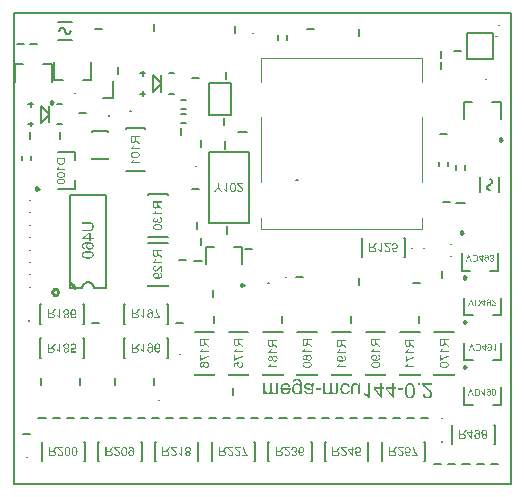
<source format=gbo>
G04*
G04 #@! TF.GenerationSoftware,Altium Limited,Altium Designer,22.11.1 (43)*
G04*
G04 Layer_Color=32896*
%FSLAX25Y25*%
%MOIN*%
G70*
G04*
G04 #@! TF.SameCoordinates,CD7151E3-A330-4CC9-9350-DA62BE997E8B*
G04*
G04*
G04 #@! TF.FilePolarity,Positive*
G04*
G01*
G75*
%ADD11C,0.00984*%
%ADD13C,0.00787*%
%ADD14C,0.00394*%
%ADD15C,0.00300*%
%ADD16C,0.00669*%
%ADD130C,0.00800*%
%ADD131C,0.00394*%
%ADD132C,0.00500*%
G36*
X94969Y35422D02*
X95149Y35400D01*
X95231Y35384D01*
X95302Y35368D01*
X95373Y35351D01*
X95439Y35329D01*
X95499Y35307D01*
X95548Y35291D01*
X95591Y35275D01*
X95630Y35258D01*
X95657Y35242D01*
X95679Y35236D01*
X95690Y35226D01*
X95695D01*
X95826Y35144D01*
X95941Y35051D01*
X96034Y34958D01*
X96110Y34865D01*
X96170Y34789D01*
X96214Y34723D01*
X96230Y34696D01*
X96241Y34680D01*
X96247Y34669D01*
Y34663D01*
X96280Y34592D01*
X96307Y34510D01*
X96329Y34418D01*
X96351Y34325D01*
X96378Y34123D01*
X96400Y33926D01*
X96405Y33833D01*
X96411Y33746D01*
X96416Y33664D01*
X96421Y33593D01*
Y33538D01*
Y33495D01*
Y33468D01*
Y33457D01*
Y30301D01*
X95854D01*
Y30748D01*
X95772Y30656D01*
X95690Y30574D01*
X95597Y30503D01*
X95510Y30443D01*
X95417Y30388D01*
X95329Y30350D01*
X95242Y30312D01*
X95160Y30284D01*
X95084Y30262D01*
X95013Y30246D01*
X94947Y30235D01*
X94893Y30224D01*
X94849D01*
X94811Y30219D01*
X94696D01*
X94609Y30230D01*
X94450Y30257D01*
X94308Y30295D01*
X94243Y30317D01*
X94183Y30339D01*
X94128Y30366D01*
X94085Y30388D01*
X94041Y30410D01*
X94008Y30426D01*
X93981Y30443D01*
X93959Y30454D01*
X93948Y30459D01*
X93943Y30464D01*
X93817Y30563D01*
X93702Y30672D01*
X93609Y30787D01*
X93533Y30896D01*
X93473Y30994D01*
X93446Y31038D01*
X93429Y31076D01*
X93413Y31103D01*
X93402Y31125D01*
X93391Y31141D01*
Y31147D01*
X93331Y31316D01*
X93282Y31486D01*
X93249Y31644D01*
X93227Y31791D01*
X93222Y31862D01*
X93216Y31922D01*
X93211Y31971D01*
Y32021D01*
X93205Y32059D01*
Y32086D01*
Y32102D01*
Y32108D01*
X93211Y32250D01*
X93222Y32381D01*
X93244Y32512D01*
X93271Y32632D01*
X93298Y32747D01*
X93336Y32856D01*
X93375Y32954D01*
X93413Y33047D01*
X93451Y33129D01*
X93484Y33200D01*
X93522Y33265D01*
X93550Y33315D01*
X93577Y33358D01*
X93599Y33386D01*
X93609Y33407D01*
X93615Y33413D01*
X93697Y33506D01*
X93784Y33593D01*
X93877Y33664D01*
X93975Y33724D01*
X94068Y33779D01*
X94166Y33822D01*
X94265Y33855D01*
X94358Y33888D01*
X94445Y33910D01*
X94521Y33926D01*
X94598Y33937D01*
X94658Y33942D01*
X94713Y33948D01*
X94751Y33953D01*
X94783D01*
X94893Y33948D01*
X95002Y33931D01*
X95100Y33910D01*
X95193Y33877D01*
X95286Y33844D01*
X95368Y33801D01*
X95444Y33762D01*
X95515Y33713D01*
X95575Y33669D01*
X95635Y33626D01*
X95679Y33588D01*
X95723Y33555D01*
X95750Y33522D01*
X95777Y33500D01*
X95788Y33484D01*
X95793Y33478D01*
Y33588D01*
Y33686D01*
X95788Y33773D01*
Y33855D01*
X95783Y33926D01*
Y33992D01*
X95777Y34046D01*
X95772Y34095D01*
X95766Y34139D01*
Y34172D01*
X95761Y34205D01*
X95755Y34226D01*
Y34243D01*
X95750Y34254D01*
Y34265D01*
X95712Y34374D01*
X95662Y34472D01*
X95608Y34554D01*
X95559Y34620D01*
X95504Y34674D01*
X95466Y34712D01*
X95439Y34740D01*
X95433Y34745D01*
X95428D01*
X95335Y34805D01*
X95226Y34843D01*
X95117Y34876D01*
X95013Y34898D01*
X94915Y34909D01*
X94876Y34914D01*
X94838D01*
X94811Y34920D01*
X94767D01*
X94625Y34914D01*
X94499Y34892D01*
X94396Y34865D01*
X94303Y34833D01*
X94232Y34800D01*
X94183Y34772D01*
X94150Y34751D01*
X94139Y34745D01*
X94079Y34690D01*
X94035Y34625D01*
X93997Y34559D01*
X93970Y34488D01*
X93954Y34428D01*
X93943Y34379D01*
X93932Y34347D01*
Y34341D01*
Y34336D01*
X93331Y34254D01*
Y34363D01*
X93342Y34461D01*
X93358Y34554D01*
X93386Y34641D01*
X93413Y34718D01*
X93446Y34794D01*
X93479Y34860D01*
X93517Y34914D01*
X93555Y34969D01*
X93588Y35013D01*
X93621Y35051D01*
X93653Y35084D01*
X93675Y35105D01*
X93697Y35122D01*
X93708Y35133D01*
X93713Y35138D01*
X93790Y35187D01*
X93877Y35236D01*
X93959Y35275D01*
X94052Y35307D01*
X94226Y35362D01*
X94396Y35395D01*
X94472Y35406D01*
X94543Y35417D01*
X94609Y35422D01*
X94663Y35428D01*
X94707Y35433D01*
X94772D01*
X94969Y35422D01*
D02*
G37*
G36*
X135799Y33249D02*
X135095D01*
Y33953D01*
X135799D01*
Y33249D01*
D02*
G37*
G36*
X91174Y34030D02*
X91289Y34024D01*
X91393Y34008D01*
X91491Y33986D01*
X91584Y33964D01*
X91666Y33937D01*
X91748Y33910D01*
X91819Y33882D01*
X91884Y33855D01*
X91939Y33828D01*
X91988Y33801D01*
X92032Y33779D01*
X92059Y33757D01*
X92086Y33740D01*
X92097Y33735D01*
X92103Y33729D01*
X92179Y33669D01*
X92244Y33604D01*
X92305Y33533D01*
X92365Y33462D01*
X92463Y33315D01*
X92539Y33178D01*
X92567Y33112D01*
X92594Y33053D01*
X92616Y32998D01*
X92632Y32949D01*
X92649Y32910D01*
X92659Y32883D01*
X92665Y32861D01*
Y32856D01*
X92021Y32774D01*
X91966Y32910D01*
X91901Y33031D01*
X91835Y33134D01*
X91775Y33211D01*
X91720Y33276D01*
X91677Y33320D01*
X91649Y33342D01*
X91644Y33353D01*
X91638D01*
X91546Y33413D01*
X91447Y33451D01*
X91349Y33484D01*
X91262Y33506D01*
X91180Y33517D01*
X91114Y33522D01*
X91092Y33527D01*
X91060D01*
X90978Y33522D01*
X90896Y33511D01*
X90820Y33500D01*
X90749Y33478D01*
X90618Y33429D01*
X90508Y33369D01*
X90459Y33342D01*
X90415Y33309D01*
X90383Y33282D01*
X90350Y33260D01*
X90328Y33238D01*
X90312Y33222D01*
X90301Y33216D01*
X90295Y33211D01*
X90241Y33145D01*
X90192Y33080D01*
X90153Y33003D01*
X90115Y32932D01*
X90055Y32774D01*
X90011Y32627D01*
X89995Y32556D01*
X89984Y32490D01*
X89973Y32436D01*
X89968Y32381D01*
X89962Y32343D01*
X89957Y32310D01*
Y32288D01*
Y32283D01*
X92681D01*
X92687Y32212D01*
Y32157D01*
Y32130D01*
Y32119D01*
X92681Y31955D01*
X92665Y31802D01*
X92643Y31655D01*
X92616Y31518D01*
X92578Y31393D01*
X92539Y31278D01*
X92496Y31174D01*
X92457Y31081D01*
X92414Y30999D01*
X92370Y30923D01*
X92332Y30863D01*
X92294Y30814D01*
X92266Y30770D01*
X92244Y30743D01*
X92228Y30727D01*
X92223Y30721D01*
X92135Y30634D01*
X92037Y30557D01*
X91939Y30486D01*
X91840Y30432D01*
X91742Y30382D01*
X91638Y30339D01*
X91546Y30306D01*
X91453Y30279D01*
X91365Y30262D01*
X91284Y30246D01*
X91213Y30235D01*
X91147Y30224D01*
X91098D01*
X91060Y30219D01*
X91027D01*
X90891Y30224D01*
X90754Y30241D01*
X90634Y30268D01*
X90514Y30301D01*
X90404Y30339D01*
X90301Y30382D01*
X90208Y30426D01*
X90126Y30475D01*
X90050Y30525D01*
X89984Y30568D01*
X89924Y30612D01*
X89880Y30650D01*
X89842Y30683D01*
X89815Y30710D01*
X89798Y30727D01*
X89793Y30732D01*
X89711Y30830D01*
X89640Y30939D01*
X89575Y31054D01*
X89520Y31169D01*
X89476Y31289D01*
X89438Y31409D01*
X89405Y31524D01*
X89384Y31638D01*
X89362Y31742D01*
X89351Y31846D01*
X89340Y31933D01*
X89329Y32010D01*
Y32075D01*
X89323Y32124D01*
Y32152D01*
Y32162D01*
X89329Y32326D01*
X89345Y32479D01*
X89367Y32621D01*
X89394Y32752D01*
X89433Y32878D01*
X89471Y32992D01*
X89514Y33096D01*
X89558Y33189D01*
X89596Y33271D01*
X89640Y33342D01*
X89678Y33402D01*
X89717Y33451D01*
X89744Y33495D01*
X89766Y33522D01*
X89782Y33538D01*
X89788Y33544D01*
X89880Y33631D01*
X89979Y33708D01*
X90077Y33773D01*
X90186Y33828D01*
X90290Y33877D01*
X90399Y33915D01*
X90503Y33948D01*
X90601Y33975D01*
X90694Y33992D01*
X90781Y34008D01*
X90858Y34019D01*
X90929Y34030D01*
X90983D01*
X91027Y34035D01*
X91060D01*
X91174Y34030D01*
D02*
G37*
G36*
X111065D02*
X111169Y34019D01*
X111267Y34003D01*
X111365Y33981D01*
X111453Y33953D01*
X111535Y33921D01*
X111611Y33893D01*
X111682Y33855D01*
X111742Y33822D01*
X111802Y33795D01*
X111846Y33762D01*
X111890Y33735D01*
X111917Y33713D01*
X111944Y33697D01*
X111955Y33686D01*
X111961Y33680D01*
X112032Y33609D01*
X112103Y33538D01*
X112163Y33457D01*
X112212Y33375D01*
X112261Y33293D01*
X112305Y33211D01*
X112370Y33058D01*
X112397Y32982D01*
X112419Y32916D01*
X112436Y32856D01*
X112452Y32801D01*
X112463Y32758D01*
X112468Y32725D01*
X112474Y32703D01*
Y32698D01*
X111868Y32616D01*
X111851Y32703D01*
X111835Y32779D01*
X111813Y32856D01*
X111791Y32921D01*
X111764Y32987D01*
X111742Y33042D01*
X111715Y33091D01*
X111688Y33140D01*
X111660Y33178D01*
X111638Y33211D01*
X111595Y33265D01*
X111567Y33298D01*
X111562Y33304D01*
X111557Y33309D01*
X111458Y33380D01*
X111360Y33435D01*
X111256Y33473D01*
X111163Y33500D01*
X111076Y33517D01*
X111043Y33522D01*
X111011D01*
X110983Y33527D01*
X110951D01*
X110869Y33522D01*
X110787Y33511D01*
X110716Y33495D01*
X110645Y33473D01*
X110519Y33424D01*
X110410Y33358D01*
X110366Y33331D01*
X110328Y33298D01*
X110295Y33271D01*
X110263Y33244D01*
X110241Y33227D01*
X110224Y33211D01*
X110219Y33200D01*
X110213Y33195D01*
X110164Y33129D01*
X110121Y33053D01*
X110082Y32971D01*
X110055Y32889D01*
X110001Y32708D01*
X109968Y32534D01*
X109957Y32452D01*
X109951Y32375D01*
X109946Y32304D01*
X109940Y32244D01*
X109935Y32195D01*
Y32157D01*
Y32130D01*
Y32124D01*
X109940Y31993D01*
X109946Y31868D01*
X109962Y31758D01*
X109979Y31655D01*
X110001Y31556D01*
X110028Y31469D01*
X110055Y31393D01*
X110082Y31322D01*
X110104Y31262D01*
X110132Y31207D01*
X110159Y31163D01*
X110181Y31131D01*
X110197Y31098D01*
X110213Y31081D01*
X110219Y31071D01*
X110224Y31065D01*
X110279Y31005D01*
X110339Y30956D01*
X110405Y30907D01*
X110465Y30869D01*
X110530Y30836D01*
X110590Y30808D01*
X110710Y30770D01*
X110819Y30743D01*
X110863Y30738D01*
X110907Y30732D01*
X110940Y30727D01*
X110983D01*
X111092Y30732D01*
X111196Y30754D01*
X111284Y30787D01*
X111360Y30819D01*
X111420Y30858D01*
X111469Y30885D01*
X111496Y30907D01*
X111507Y30918D01*
X111584Y30994D01*
X111649Y31081D01*
X111698Y31174D01*
X111742Y31262D01*
X111775Y31343D01*
X111797Y31409D01*
X111802Y31436D01*
X111808Y31453D01*
X111813Y31464D01*
Y31469D01*
X112414Y31376D01*
X112392Y31278D01*
X112359Y31180D01*
X112326Y31092D01*
X112294Y31010D01*
X112255Y30934D01*
X112212Y30863D01*
X112173Y30803D01*
X112130Y30743D01*
X112092Y30694D01*
X112053Y30650D01*
X112021Y30612D01*
X111988Y30579D01*
X111966Y30557D01*
X111944Y30541D01*
X111933Y30530D01*
X111928Y30525D01*
X111857Y30470D01*
X111780Y30421D01*
X111698Y30382D01*
X111617Y30350D01*
X111453Y30295D01*
X111300Y30257D01*
X111229Y30246D01*
X111163Y30235D01*
X111103Y30230D01*
X111054Y30224D01*
X111016Y30219D01*
X110956D01*
X110787Y30230D01*
X110623Y30252D01*
X110476Y30290D01*
X110410Y30312D01*
X110344Y30328D01*
X110290Y30350D01*
X110241Y30372D01*
X110197Y30388D01*
X110159Y30410D01*
X110126Y30421D01*
X110104Y30432D01*
X110093Y30443D01*
X110088D01*
X109946Y30535D01*
X109826Y30639D01*
X109722Y30754D01*
X109640Y30858D01*
X109575Y30956D01*
X109553Y30999D01*
X109531Y31038D01*
X109514Y31065D01*
X109504Y31087D01*
X109493Y31103D01*
Y31109D01*
X109427Y31278D01*
X109383Y31458D01*
X109351Y31633D01*
X109323Y31791D01*
X109318Y31868D01*
X109312Y31933D01*
X109307Y31993D01*
Y32048D01*
X109302Y32086D01*
Y32119D01*
Y32141D01*
Y32146D01*
X109307Y32310D01*
X109323Y32468D01*
X109345Y32616D01*
X109373Y32752D01*
X109405Y32878D01*
X109443Y32992D01*
X109487Y33096D01*
X109531Y33189D01*
X109569Y33271D01*
X109613Y33347D01*
X109651Y33407D01*
X109684Y33457D01*
X109711Y33500D01*
X109733Y33527D01*
X109749Y33544D01*
X109755Y33549D01*
X109842Y33637D01*
X109935Y33708D01*
X110033Y33773D01*
X110132Y33828D01*
X110235Y33877D01*
X110334Y33915D01*
X110432Y33948D01*
X110525Y33975D01*
X110612Y33997D01*
X110694Y34008D01*
X110770Y34019D01*
X110830Y34030D01*
X110885D01*
X110923Y34035D01*
X110956D01*
X111065Y34030D01*
D02*
G37*
G36*
X130323Y31819D02*
X128417D01*
Y32441D01*
X130323D01*
Y31819D01*
D02*
G37*
G36*
X102935D02*
X101030D01*
Y32441D01*
X102935D01*
Y31819D01*
D02*
G37*
G36*
X108564Y31447D02*
X108559Y31333D01*
X108554Y31229D01*
X108537Y31131D01*
X108521Y31038D01*
X108499Y30956D01*
X108472Y30879D01*
X108444Y30814D01*
X108417Y30754D01*
X108390Y30699D01*
X108362Y30650D01*
X108341Y30612D01*
X108313Y30579D01*
X108297Y30557D01*
X108281Y30541D01*
X108275Y30530D01*
X108270Y30525D01*
X108215Y30470D01*
X108150Y30421D01*
X108084Y30382D01*
X108019Y30350D01*
X107877Y30295D01*
X107746Y30257D01*
X107680Y30246D01*
X107620Y30235D01*
X107571Y30230D01*
X107522Y30224D01*
X107489Y30219D01*
X107434D01*
X107309Y30224D01*
X107189Y30246D01*
X107074Y30279D01*
X106965Y30317D01*
X106866Y30366D01*
X106774Y30421D01*
X106686Y30481D01*
X106610Y30535D01*
X106539Y30595D01*
X106479Y30656D01*
X106424Y30710D01*
X106386Y30759D01*
X106348Y30797D01*
X106326Y30830D01*
X106309Y30852D01*
X106304Y30858D01*
X106255Y30748D01*
X106200Y30656D01*
X106140Y30579D01*
X106080Y30508D01*
X106020Y30459D01*
X105976Y30421D01*
X105944Y30393D01*
X105938Y30388D01*
X105933D01*
X105829Y30333D01*
X105720Y30290D01*
X105611Y30262D01*
X105507Y30241D01*
X105414Y30230D01*
X105376Y30224D01*
X105338Y30219D01*
X105272D01*
X105141Y30224D01*
X105016Y30246D01*
X104906Y30268D01*
X104808Y30301D01*
X104732Y30328D01*
X104699Y30344D01*
X104672Y30355D01*
X104650Y30366D01*
X104633Y30377D01*
X104628Y30382D01*
X104622D01*
X104519Y30448D01*
X104431Y30519D01*
X104355Y30590D01*
X104289Y30661D01*
X104235Y30721D01*
X104197Y30770D01*
X104175Y30803D01*
X104164Y30808D01*
Y30301D01*
X103612D01*
Y33953D01*
X104229D01*
Y32059D01*
Y31966D01*
X104235Y31884D01*
X104240Y31802D01*
X104246Y31731D01*
X104251Y31660D01*
X104262Y31600D01*
X104268Y31545D01*
X104278Y31491D01*
X104289Y31447D01*
X104295Y31409D01*
X104306Y31376D01*
X104311Y31349D01*
X104317Y31327D01*
X104322Y31311D01*
X104327Y31305D01*
Y31300D01*
X104371Y31207D01*
X104420Y31125D01*
X104475Y31054D01*
X104530Y30999D01*
X104573Y30950D01*
X104611Y30923D01*
X104639Y30901D01*
X104650Y30896D01*
X104737Y30847D01*
X104819Y30814D01*
X104901Y30787D01*
X104977Y30770D01*
X105043Y30759D01*
X105092Y30754D01*
X105136D01*
X105256Y30765D01*
X105359Y30787D01*
X105441Y30819D01*
X105512Y30858D01*
X105561Y30896D01*
X105600Y30929D01*
X105622Y30950D01*
X105627Y30961D01*
X105676Y31049D01*
X105714Y31147D01*
X105742Y31251D01*
X105763Y31349D01*
X105774Y31442D01*
Y31480D01*
X105780Y31513D01*
Y31545D01*
Y31567D01*
Y31578D01*
Y31584D01*
Y33953D01*
X106397D01*
Y31835D01*
X106402Y31731D01*
X106408Y31638D01*
X106419Y31545D01*
X106435Y31464D01*
X106457Y31393D01*
X106479Y31322D01*
X106501Y31262D01*
X106528Y31207D01*
X106550Y31163D01*
X106572Y31120D01*
X106593Y31087D01*
X106615Y31060D01*
X106632Y31038D01*
X106643Y31021D01*
X106653Y31016D01*
Y31010D01*
X106703Y30967D01*
X106757Y30923D01*
X106861Y30863D01*
X106970Y30814D01*
X107074Y30787D01*
X107161Y30765D01*
X107200Y30759D01*
X107232D01*
X107260Y30754D01*
X107298D01*
X107374Y30759D01*
X107445Y30770D01*
X107511Y30787D01*
X107565Y30803D01*
X107609Y30825D01*
X107642Y30841D01*
X107664Y30852D01*
X107669Y30858D01*
X107724Y30896D01*
X107773Y30939D01*
X107806Y30983D01*
X107838Y31027D01*
X107860Y31065D01*
X107877Y31092D01*
X107887Y31114D01*
Y31120D01*
X107909Y31191D01*
X107920Y31273D01*
X107931Y31360D01*
X107942Y31447D01*
Y31529D01*
X107948Y31595D01*
Y31617D01*
Y31638D01*
Y31649D01*
Y31655D01*
Y33953D01*
X108564D01*
Y31447D01*
D02*
G37*
G36*
X88614D02*
X88608Y31333D01*
X88603Y31229D01*
X88586Y31131D01*
X88570Y31038D01*
X88548Y30956D01*
X88521Y30879D01*
X88494Y30814D01*
X88466Y30754D01*
X88439Y30699D01*
X88412Y30650D01*
X88390Y30612D01*
X88362Y30579D01*
X88346Y30557D01*
X88330Y30541D01*
X88324Y30530D01*
X88319Y30525D01*
X88264Y30470D01*
X88199Y30421D01*
X88133Y30382D01*
X88068Y30350D01*
X87926Y30295D01*
X87795Y30257D01*
X87729Y30246D01*
X87669Y30235D01*
X87620Y30230D01*
X87571Y30224D01*
X87538Y30219D01*
X87483D01*
X87358Y30224D01*
X87238Y30246D01*
X87123Y30279D01*
X87014Y30317D01*
X86916Y30366D01*
X86823Y30421D01*
X86735Y30481D01*
X86659Y30535D01*
X86588Y30595D01*
X86528Y30656D01*
X86473Y30710D01*
X86435Y30759D01*
X86397Y30797D01*
X86375Y30830D01*
X86359Y30852D01*
X86353Y30858D01*
X86304Y30748D01*
X86250Y30656D01*
X86189Y30579D01*
X86129Y30508D01*
X86069Y30459D01*
X86026Y30421D01*
X85993Y30393D01*
X85987Y30388D01*
X85982D01*
X85878Y30333D01*
X85769Y30290D01*
X85660Y30262D01*
X85556Y30241D01*
X85463Y30230D01*
X85425Y30224D01*
X85387Y30219D01*
X85321D01*
X85190Y30224D01*
X85065Y30246D01*
X84955Y30268D01*
X84857Y30301D01*
X84781Y30328D01*
X84748Y30344D01*
X84721Y30355D01*
X84699Y30366D01*
X84682Y30377D01*
X84677Y30382D01*
X84671D01*
X84568Y30448D01*
X84480Y30519D01*
X84404Y30590D01*
X84338Y30661D01*
X84284Y30721D01*
X84246Y30770D01*
X84224Y30803D01*
X84213Y30808D01*
Y30301D01*
X83661D01*
Y33953D01*
X84278D01*
Y32059D01*
Y31966D01*
X84284Y31884D01*
X84289Y31802D01*
X84295Y31731D01*
X84300Y31660D01*
X84311Y31600D01*
X84317Y31545D01*
X84328Y31491D01*
X84338Y31447D01*
X84344Y31409D01*
X84355Y31376D01*
X84360Y31349D01*
X84366Y31327D01*
X84371Y31311D01*
X84377Y31305D01*
Y31300D01*
X84420Y31207D01*
X84469Y31125D01*
X84524Y31054D01*
X84579Y30999D01*
X84622Y30950D01*
X84661Y30923D01*
X84688Y30901D01*
X84699Y30896D01*
X84786Y30847D01*
X84868Y30814D01*
X84950Y30787D01*
X85026Y30770D01*
X85092Y30759D01*
X85141Y30754D01*
X85185D01*
X85305Y30765D01*
X85409Y30787D01*
X85491Y30819D01*
X85562Y30858D01*
X85611Y30896D01*
X85649Y30929D01*
X85671Y30950D01*
X85676Y30961D01*
X85725Y31049D01*
X85764Y31147D01*
X85791Y31251D01*
X85813Y31349D01*
X85824Y31442D01*
Y31480D01*
X85829Y31513D01*
Y31545D01*
Y31567D01*
Y31578D01*
Y31584D01*
Y33953D01*
X86446D01*
Y31835D01*
X86452Y31731D01*
X86457Y31638D01*
X86468Y31545D01*
X86484Y31464D01*
X86506Y31393D01*
X86528Y31322D01*
X86550Y31262D01*
X86577Y31207D01*
X86599Y31163D01*
X86621Y31120D01*
X86643Y31087D01*
X86664Y31060D01*
X86681Y31038D01*
X86692Y31021D01*
X86703Y31016D01*
Y31010D01*
X86752Y30967D01*
X86806Y30923D01*
X86910Y30863D01*
X87019Y30814D01*
X87123Y30787D01*
X87210Y30765D01*
X87249Y30759D01*
X87281D01*
X87309Y30754D01*
X87347D01*
X87423Y30759D01*
X87494Y30770D01*
X87560Y30787D01*
X87615Y30803D01*
X87658Y30825D01*
X87691Y30841D01*
X87713Y30852D01*
X87718Y30858D01*
X87773Y30896D01*
X87822Y30939D01*
X87855Y30983D01*
X87888Y31027D01*
X87909Y31065D01*
X87926Y31092D01*
X87937Y31114D01*
Y31120D01*
X87958Y31191D01*
X87969Y31273D01*
X87980Y31360D01*
X87991Y31447D01*
Y31529D01*
X87997Y31595D01*
Y31617D01*
Y31638D01*
Y31649D01*
Y31655D01*
Y33953D01*
X88614D01*
Y31447D01*
D02*
G37*
G36*
X98535Y34030D02*
X98660Y34019D01*
X98775Y33997D01*
X98878Y33975D01*
X98960Y33953D01*
X98999Y33942D01*
X99026Y33931D01*
X99048Y33926D01*
X99064Y33921D01*
X99075Y33915D01*
X99080D01*
X99201Y33861D01*
X99321Y33801D01*
X99430Y33729D01*
X99534Y33659D01*
X99621Y33599D01*
X99654Y33566D01*
X99686Y33544D01*
X99714Y33522D01*
X99730Y33506D01*
X99741Y33500D01*
X99747Y33495D01*
X99757Y33593D01*
X99774Y33680D01*
X99796Y33757D01*
X99818Y33822D01*
X99834Y33877D01*
X99850Y33921D01*
X99861Y33942D01*
X99867Y33953D01*
X100511D01*
X100473Y33877D01*
X100440Y33795D01*
X100413Y33724D01*
X100391Y33659D01*
X100374Y33599D01*
X100364Y33555D01*
X100358Y33527D01*
Y33517D01*
X100353Y33468D01*
X100347Y33402D01*
X100342Y33331D01*
X100336Y33249D01*
X100331Y33162D01*
Y33069D01*
X100325Y32883D01*
Y32796D01*
X100320Y32708D01*
Y32632D01*
Y32561D01*
Y32506D01*
Y32463D01*
Y32436D01*
Y32425D01*
Y31600D01*
Y31524D01*
Y31458D01*
X100314Y31398D01*
Y31338D01*
X100309Y31240D01*
X100303Y31163D01*
X100298Y31103D01*
X100293Y31065D01*
X100287Y31038D01*
Y31032D01*
X100265Y30939D01*
X100233Y30858D01*
X100200Y30787D01*
X100167Y30727D01*
X100140Y30677D01*
X100112Y30639D01*
X100096Y30617D01*
X100091Y30612D01*
X100031Y30552D01*
X99965Y30497D01*
X99894Y30448D01*
X99823Y30410D01*
X99757Y30377D01*
X99708Y30355D01*
X99686Y30344D01*
X99670Y30339D01*
X99665Y30333D01*
X99659D01*
X99545Y30295D01*
X99419Y30268D01*
X99293Y30246D01*
X99173Y30235D01*
X99069Y30224D01*
X99020D01*
X98982Y30219D01*
X98906D01*
X98737Y30224D01*
X98578Y30241D01*
X98436Y30262D01*
X98371Y30273D01*
X98316Y30284D01*
X98261Y30295D01*
X98212Y30306D01*
X98174Y30317D01*
X98141Y30328D01*
X98114Y30339D01*
X98092Y30344D01*
X98081Y30350D01*
X98076D01*
X97950Y30404D01*
X97841Y30464D01*
X97748Y30525D01*
X97672Y30585D01*
X97612Y30639D01*
X97568Y30683D01*
X97541Y30710D01*
X97530Y30716D01*
Y30721D01*
X97464Y30814D01*
X97410Y30918D01*
X97366Y31021D01*
X97328Y31120D01*
X97300Y31207D01*
X97290Y31245D01*
X97279Y31278D01*
X97273Y31305D01*
X97268Y31327D01*
X97262Y31338D01*
Y31343D01*
X97868Y31425D01*
X97890Y31354D01*
X97912Y31289D01*
X97956Y31180D01*
X98010Y31081D01*
X98059Y31010D01*
X98103Y30956D01*
X98141Y30912D01*
X98163Y30890D01*
X98174Y30885D01*
X98261Y30836D01*
X98365Y30797D01*
X98469Y30770D01*
X98573Y30748D01*
X98671Y30738D01*
X98709D01*
X98747Y30732D01*
X98818D01*
X98982Y30743D01*
X99124Y30765D01*
X99244Y30797D01*
X99343Y30836D01*
X99419Y30879D01*
X99446Y30896D01*
X99474Y30912D01*
X99495Y30923D01*
X99506Y30934D01*
X99517Y30945D01*
X99577Y31010D01*
X99621Y31092D01*
X99654Y31180D01*
X99676Y31267D01*
X99686Y31349D01*
X99697Y31414D01*
Y31436D01*
Y31458D01*
Y31469D01*
Y31475D01*
Y31491D01*
Y31513D01*
Y31567D01*
X99692Y31589D01*
Y31611D01*
Y31627D01*
Y31633D01*
X99621Y31655D01*
X99545Y31677D01*
X99457Y31698D01*
X99370Y31720D01*
X99190Y31758D01*
X99010Y31791D01*
X98922Y31802D01*
X98846Y31813D01*
X98775Y31824D01*
X98709Y31835D01*
X98660Y31840D01*
X98622Y31846D01*
X98600Y31851D01*
X98589D01*
X98458Y31868D01*
X98349Y31884D01*
X98251Y31900D01*
X98174Y31911D01*
X98114Y31928D01*
X98070Y31933D01*
X98049Y31944D01*
X98038D01*
X97950Y31971D01*
X97863Y32004D01*
X97786Y32037D01*
X97721Y32070D01*
X97666Y32097D01*
X97628Y32124D01*
X97601Y32141D01*
X97590Y32146D01*
X97519Y32201D01*
X97459Y32255D01*
X97404Y32315D01*
X97361Y32370D01*
X97322Y32425D01*
X97295Y32463D01*
X97279Y32490D01*
X97273Y32501D01*
X97235Y32588D01*
X97202Y32670D01*
X97180Y32752D01*
X97170Y32829D01*
X97158Y32894D01*
X97153Y32949D01*
Y32982D01*
Y32987D01*
Y32992D01*
X97158Y33074D01*
X97170Y33156D01*
X97180Y33233D01*
X97202Y33304D01*
X97257Y33435D01*
X97317Y33538D01*
X97344Y33588D01*
X97372Y33626D01*
X97399Y33664D01*
X97426Y33691D01*
X97448Y33713D01*
X97459Y33729D01*
X97470Y33740D01*
X97475Y33746D01*
X97541Y33795D01*
X97606Y33839D01*
X97683Y33882D01*
X97754Y33915D01*
X97907Y33964D01*
X98059Y33997D01*
X98125Y34014D01*
X98190Y34019D01*
X98251Y34024D01*
X98300Y34030D01*
X98338Y34035D01*
X98398D01*
X98535Y34030D01*
D02*
G37*
G36*
X114368D02*
X114494Y34008D01*
X114609Y33981D01*
X114723Y33937D01*
X114827Y33893D01*
X114920Y33839D01*
X115007Y33784D01*
X115089Y33724D01*
X115160Y33669D01*
X115220Y33615D01*
X115275Y33560D01*
X115319Y33517D01*
X115351Y33473D01*
X115373Y33446D01*
X115390Y33424D01*
X115395Y33418D01*
Y33953D01*
X115946D01*
Y30301D01*
X115329D01*
Y32261D01*
X115324Y32425D01*
X115313Y32567D01*
X115297Y32687D01*
X115280Y32790D01*
X115269Y32834D01*
X115258Y32867D01*
X115247Y32900D01*
X115242Y32927D01*
X115237Y32943D01*
X115231Y32960D01*
X115226Y32965D01*
Y32971D01*
X115182Y33058D01*
X115127Y33134D01*
X115067Y33200D01*
X115013Y33255D01*
X114958Y33298D01*
X114915Y33331D01*
X114887Y33353D01*
X114882Y33358D01*
X114876D01*
X114783Y33407D01*
X114696Y33440D01*
X114609Y33468D01*
X114527Y33484D01*
X114456Y33495D01*
X114407Y33500D01*
X114357D01*
X114259Y33495D01*
X114166Y33478D01*
X114084Y33457D01*
X114019Y33429D01*
X113964Y33407D01*
X113921Y33386D01*
X113899Y33369D01*
X113888Y33364D01*
X113822Y33309D01*
X113768Y33244D01*
X113724Y33184D01*
X113691Y33123D01*
X113664Y33069D01*
X113648Y33020D01*
X113642Y32992D01*
X113637Y32982D01*
X113631Y32949D01*
X113626Y32905D01*
X113620Y32807D01*
X113610Y32698D01*
Y32588D01*
X113604Y32490D01*
Y32446D01*
Y32403D01*
Y32370D01*
Y32348D01*
Y32332D01*
Y32326D01*
Y30301D01*
X112987D01*
Y32567D01*
Y32703D01*
X112993Y32823D01*
X112998Y32921D01*
X113004Y33003D01*
X113009Y33063D01*
X113014Y33112D01*
X113020Y33134D01*
Y33145D01*
X113047Y33244D01*
X113074Y33331D01*
X113107Y33407D01*
X113140Y33473D01*
X113167Y33527D01*
X113189Y33571D01*
X113206Y33593D01*
X113211Y33604D01*
X113266Y33669D01*
X113331Y33729D01*
X113402Y33784D01*
X113468Y33828D01*
X113533Y33866D01*
X113582Y33893D01*
X113615Y33910D01*
X113620Y33915D01*
X113626D01*
X113735Y33953D01*
X113839Y33986D01*
X113943Y34008D01*
X114035Y34019D01*
X114117Y34030D01*
X114177Y34035D01*
X114232D01*
X114368Y34030D01*
D02*
G37*
G36*
X119075Y28897D02*
X118676D01*
X118605Y29023D01*
X118524Y29143D01*
X118431Y29258D01*
X118338Y29356D01*
X118256Y29449D01*
X118218Y29482D01*
X118191Y29514D01*
X118163Y29542D01*
X118141Y29558D01*
X118130Y29569D01*
X118125Y29574D01*
X117977Y29700D01*
X117819Y29809D01*
X117666Y29913D01*
X117524Y30000D01*
X117464Y30033D01*
X117404Y30066D01*
X117350Y30099D01*
X117306Y30121D01*
X117268Y30137D01*
X117240Y30153D01*
X117224Y30159D01*
X117219Y30164D01*
Y30759D01*
X117328Y30716D01*
X117442Y30667D01*
X117552Y30612D01*
X117650Y30563D01*
X117737Y30514D01*
X117775Y30497D01*
X117808Y30475D01*
X117836Y30464D01*
X117852Y30454D01*
X117863Y30443D01*
X117868D01*
X117999Y30361D01*
X118114Y30284D01*
X118218Y30213D01*
X118300Y30148D01*
X118371Y30093D01*
X118420Y30055D01*
X118447Y30028D01*
X118458Y30017D01*
Y33953D01*
X119075D01*
Y28897D01*
D02*
G37*
G36*
X139954Y33358D02*
X137470D01*
X137557Y33238D01*
X137601Y33184D01*
X137644Y33134D01*
X137683Y33091D01*
X137710Y33058D01*
X137732Y33036D01*
X137737Y33031D01*
X137770Y32998D01*
X137814Y32954D01*
X137863Y32910D01*
X137917Y32861D01*
X138032Y32752D01*
X138152Y32649D01*
X138267Y32550D01*
X138316Y32506D01*
X138365Y32468D01*
X138398Y32436D01*
X138431Y32414D01*
X138447Y32397D01*
X138452Y32392D01*
X138573Y32288D01*
X138687Y32190D01*
X138791Y32102D01*
X138884Y32015D01*
X138971Y31939D01*
X139048Y31862D01*
X139119Y31797D01*
X139184Y31737D01*
X139239Y31688D01*
X139282Y31638D01*
X139321Y31600D01*
X139353Y31567D01*
X139375Y31540D01*
X139397Y31524D01*
X139403Y31513D01*
X139408Y31507D01*
X139512Y31387D01*
X139594Y31278D01*
X139665Y31174D01*
X139725Y31081D01*
X139768Y31005D01*
X139801Y30945D01*
X139812Y30923D01*
X139818Y30907D01*
X139823Y30901D01*
Y30896D01*
X139867Y30787D01*
X139894Y30677D01*
X139916Y30579D01*
X139932Y30486D01*
X139943Y30410D01*
X139949Y30350D01*
Y30328D01*
Y30312D01*
Y30306D01*
Y30301D01*
X139943Y30191D01*
X139932Y30088D01*
X139910Y29989D01*
X139883Y29891D01*
X139850Y29804D01*
X139812Y29722D01*
X139774Y29645D01*
X139736Y29580D01*
X139697Y29514D01*
X139659Y29460D01*
X139621Y29411D01*
X139588Y29372D01*
X139561Y29345D01*
X139539Y29318D01*
X139528Y29307D01*
X139523Y29302D01*
X139441Y29230D01*
X139353Y29170D01*
X139261Y29116D01*
X139162Y29067D01*
X139069Y29028D01*
X138971Y28996D01*
X138878Y28968D01*
X138786Y28947D01*
X138704Y28930D01*
X138622Y28919D01*
X138551Y28908D01*
X138491Y28903D01*
X138442Y28897D01*
X138371D01*
X138240Y28903D01*
X138114Y28914D01*
X137999Y28930D01*
X137890Y28958D01*
X137786Y28985D01*
X137694Y29017D01*
X137606Y29050D01*
X137530Y29083D01*
X137459Y29121D01*
X137399Y29154D01*
X137344Y29187D01*
X137301Y29214D01*
X137268Y29241D01*
X137246Y29258D01*
X137230Y29269D01*
X137224Y29274D01*
X137148Y29345D01*
X137082Y29427D01*
X137022Y29509D01*
X136967Y29602D01*
X136924Y29689D01*
X136880Y29776D01*
X136847Y29869D01*
X136820Y29951D01*
X136793Y30033D01*
X136776Y30110D01*
X136760Y30180D01*
X136749Y30241D01*
X136743Y30290D01*
X136738Y30323D01*
X136733Y30344D01*
Y30355D01*
X137366Y30421D01*
X137371Y30333D01*
X137377Y30252D01*
X137410Y30110D01*
X137453Y29978D01*
X137475Y29924D01*
X137503Y29875D01*
X137524Y29831D01*
X137552Y29793D01*
X137574Y29760D01*
X137590Y29733D01*
X137612Y29711D01*
X137623Y29695D01*
X137628Y29689D01*
X137634Y29684D01*
X137688Y29634D01*
X137743Y29591D01*
X137803Y29558D01*
X137863Y29525D01*
X137983Y29476D01*
X138098Y29443D01*
X138196Y29427D01*
X138240Y29416D01*
X138278D01*
X138311Y29411D01*
X138431D01*
X138507Y29422D01*
X138644Y29449D01*
X138758Y29493D01*
X138862Y29536D01*
X138938Y29585D01*
X138971Y29607D01*
X138998Y29629D01*
X139020Y29645D01*
X139037Y29656D01*
X139042Y29662D01*
X139048Y29667D01*
X139097Y29716D01*
X139135Y29766D01*
X139173Y29815D01*
X139200Y29869D01*
X139250Y29973D01*
X139282Y30071D01*
X139299Y30153D01*
X139310Y30191D01*
Y30224D01*
X139315Y30246D01*
Y30268D01*
Y30279D01*
Y30284D01*
X139310Y30350D01*
X139304Y30415D01*
X139271Y30546D01*
X139222Y30672D01*
X139168Y30787D01*
X139113Y30885D01*
X139091Y30923D01*
X139064Y30961D01*
X139048Y30989D01*
X139031Y31010D01*
X139026Y31021D01*
X139020Y31027D01*
X138960Y31103D01*
X138889Y31185D01*
X138807Y31273D01*
X138720Y31360D01*
X138540Y31540D01*
X138354Y31709D01*
X138267Y31791D01*
X138180Y31862D01*
X138103Y31928D01*
X138038Y31982D01*
X137983Y32032D01*
X137945Y32064D01*
X137917Y32092D01*
X137907Y32097D01*
X137808Y32179D01*
X137721Y32255D01*
X137634Y32326D01*
X137557Y32397D01*
X137481Y32463D01*
X137415Y32528D01*
X137355Y32583D01*
X137301Y32638D01*
X137251Y32687D01*
X137213Y32730D01*
X137175Y32769D01*
X137148Y32796D01*
X137120Y32823D01*
X137104Y32840D01*
X137098Y32851D01*
X137093Y32856D01*
X136995Y32976D01*
X136913Y33096D01*
X136842Y33211D01*
X136787Y33315D01*
X136743Y33402D01*
X136727Y33440D01*
X136711Y33468D01*
X136700Y33495D01*
X136694Y33511D01*
X136689Y33522D01*
Y33527D01*
X136662Y33604D01*
X136645Y33680D01*
X136629Y33751D01*
X136623Y33817D01*
X136618Y33871D01*
Y33915D01*
Y33942D01*
Y33953D01*
X139954D01*
Y33358D01*
D02*
G37*
G36*
X127178Y32747D02*
X127860D01*
Y32179D01*
X127178D01*
Y28914D01*
X126670D01*
X124366Y32179D01*
Y32747D01*
X126561D01*
Y33953D01*
X127178D01*
Y32747D01*
D02*
G37*
G36*
X123263D02*
X123945D01*
Y32179D01*
X123263D01*
Y28914D01*
X122755D01*
X120451Y32179D01*
Y32747D01*
X122646D01*
Y33953D01*
X123263D01*
Y32747D01*
D02*
G37*
G36*
X132578Y34030D02*
X132670Y34024D01*
X132763Y34008D01*
X132851Y33992D01*
X132932Y33964D01*
X133003Y33942D01*
X133074Y33915D01*
X133134Y33888D01*
X133194Y33861D01*
X133244Y33833D01*
X133287Y33806D01*
X133320Y33784D01*
X133347Y33768D01*
X133369Y33751D01*
X133380Y33746D01*
X133386Y33740D01*
X133451Y33680D01*
X133517Y33620D01*
X133626Y33484D01*
X133719Y33347D01*
X133795Y33211D01*
X133828Y33145D01*
X133855Y33085D01*
X133877Y33036D01*
X133899Y32987D01*
X133915Y32954D01*
X133921Y32921D01*
X133932Y32905D01*
Y32900D01*
X133964Y32796D01*
X133992Y32681D01*
X134041Y32446D01*
X134074Y32206D01*
X134084Y32092D01*
X134095Y31977D01*
X134101Y31873D01*
X134106Y31775D01*
X134112Y31693D01*
X134117Y31617D01*
Y31556D01*
Y31507D01*
Y31480D01*
Y31469D01*
Y31333D01*
X134112Y31201D01*
X134106Y31081D01*
X134101Y30967D01*
X134090Y30863D01*
X134079Y30765D01*
X134068Y30677D01*
X134063Y30595D01*
X134052Y30525D01*
X134041Y30464D01*
X134030Y30410D01*
X134019Y30366D01*
X134013Y30328D01*
X134008Y30306D01*
X134003Y30290D01*
Y30284D01*
X133959Y30126D01*
X133904Y29978D01*
X133855Y29853D01*
X133806Y29744D01*
X133779Y29700D01*
X133762Y29656D01*
X133740Y29618D01*
X133724Y29591D01*
X133708Y29569D01*
X133702Y29553D01*
X133691Y29542D01*
Y29536D01*
X133615Y29427D01*
X133528Y29329D01*
X133446Y29247D01*
X133364Y29181D01*
X133293Y29127D01*
X133238Y29094D01*
X133216Y29078D01*
X133200Y29067D01*
X133189Y29061D01*
X133184D01*
X133063Y29007D01*
X132943Y28968D01*
X132823Y28936D01*
X132714Y28919D01*
X132616Y28908D01*
X132578Y28903D01*
X132539Y28897D01*
X132474D01*
X132376Y28903D01*
X132277Y28908D01*
X132184Y28925D01*
X132097Y28941D01*
X132021Y28963D01*
X131944Y28990D01*
X131873Y29017D01*
X131813Y29045D01*
X131753Y29072D01*
X131704Y29100D01*
X131660Y29121D01*
X131628Y29149D01*
X131600Y29165D01*
X131578Y29181D01*
X131568Y29187D01*
X131562Y29192D01*
X131497Y29252D01*
X131436Y29312D01*
X131327Y29449D01*
X131229Y29585D01*
X131152Y29722D01*
X131120Y29787D01*
X131092Y29842D01*
X131071Y29897D01*
X131049Y29940D01*
X131038Y29978D01*
X131027Y30011D01*
X131016Y30028D01*
Y30033D01*
X130983Y30137D01*
X130956Y30252D01*
X130912Y30486D01*
X130879Y30727D01*
X130869Y30841D01*
X130858Y30956D01*
X130852Y31060D01*
X130847Y31158D01*
X130841Y31245D01*
Y31322D01*
X130836Y31382D01*
Y31431D01*
Y31458D01*
Y31469D01*
X130841Y31726D01*
X130858Y31966D01*
X130879Y32184D01*
X130912Y32386D01*
X130950Y32572D01*
X130994Y32741D01*
X131038Y32889D01*
X131087Y33025D01*
X131131Y33140D01*
X131174Y33244D01*
X131218Y33325D01*
X131256Y33397D01*
X131289Y33451D01*
X131311Y33489D01*
X131327Y33511D01*
X131333Y33517D01*
X131415Y33609D01*
X131502Y33686D01*
X131595Y33757D01*
X131688Y33817D01*
X131780Y33866D01*
X131879Y33910D01*
X131972Y33942D01*
X132059Y33970D01*
X132146Y33992D01*
X132223Y34008D01*
X132294Y34019D01*
X132354Y34024D01*
X132403Y34030D01*
X132441Y34035D01*
X132474D01*
X132578Y34030D01*
D02*
G37*
G36*
X158029Y76816D02*
X158073Y76814D01*
X158157Y76799D01*
X158196Y76787D01*
X158230Y76777D01*
X158265Y76765D01*
X158294Y76752D01*
X158324Y76740D01*
X158349Y76728D01*
X158368Y76715D01*
X158388Y76706D01*
X158400Y76698D01*
X158413Y76691D01*
X158417Y76688D01*
X158420Y76686D01*
X158454Y76659D01*
X158486Y76629D01*
X158543Y76568D01*
X158592Y76502D01*
X158631Y76440D01*
X158646Y76411D01*
X158661Y76383D01*
X158673Y76359D01*
X158683Y76337D01*
X158691Y76319D01*
X158695Y76307D01*
X158700Y76297D01*
Y76295D01*
X158718Y76243D01*
X158732Y76192D01*
X158757Y76078D01*
X158774Y75963D01*
X158779Y75906D01*
X158784Y75852D01*
X158789Y75800D01*
X158791Y75754D01*
X158794Y75709D01*
Y75673D01*
X158796Y75643D01*
Y75621D01*
Y75606D01*
Y75601D01*
Y75525D01*
X158791Y75454D01*
X158786Y75387D01*
X158782Y75326D01*
X158774Y75269D01*
X158767Y75215D01*
X158757Y75168D01*
X158749Y75126D01*
X158740Y75087D01*
X158730Y75055D01*
X158722Y75028D01*
X158715Y75006D01*
X158710Y74986D01*
X158705Y74974D01*
X158700Y74967D01*
Y74964D01*
X158681Y74925D01*
X158661Y74885D01*
X158639Y74851D01*
X158617Y74816D01*
X158592Y74787D01*
X158570Y74760D01*
X158545Y74733D01*
X158523Y74711D01*
X158503Y74691D01*
X158484Y74674D01*
X158467Y74659D01*
X158449Y74647D01*
X158437Y74637D01*
X158427Y74629D01*
X158422Y74627D01*
X158420Y74625D01*
X158385Y74602D01*
X158351Y74585D01*
X158314Y74568D01*
X158280Y74556D01*
X158213Y74533D01*
X158149Y74519D01*
X158122Y74514D01*
X158095Y74511D01*
X158073Y74506D01*
X158053D01*
X158039Y74504D01*
X158016D01*
X157960Y74506D01*
X157908Y74514D01*
X157857Y74524D01*
X157807Y74536D01*
X157763Y74553D01*
X157721Y74570D01*
X157682Y74590D01*
X157647Y74610D01*
X157615Y74629D01*
X157588Y74649D01*
X157564Y74666D01*
X157544Y74684D01*
X157529Y74696D01*
X157517Y74706D01*
X157510Y74713D01*
X157507Y74716D01*
X157473Y74757D01*
X157441Y74799D01*
X157414Y74846D01*
X157392Y74893D01*
X157372Y74937D01*
X157355Y74984D01*
X157342Y75030D01*
X157330Y75072D01*
X157323Y75114D01*
X157315Y75151D01*
X157313Y75185D01*
X157308Y75215D01*
Y75237D01*
X157306Y75257D01*
Y75267D01*
Y75271D01*
X157308Y75333D01*
X157313Y75390D01*
X157323Y75446D01*
X157335Y75498D01*
X157350Y75545D01*
X157367Y75589D01*
X157384Y75631D01*
X157404Y75665D01*
X157421Y75700D01*
X157438Y75729D01*
X157456Y75754D01*
X157470Y75773D01*
X157483Y75788D01*
X157492Y75800D01*
X157497Y75808D01*
X157500Y75810D01*
X157537Y75845D01*
X157576Y75877D01*
X157615Y75904D01*
X157657Y75926D01*
X157697Y75946D01*
X157736Y75963D01*
X157773Y75975D01*
X157810Y75987D01*
X157844Y75995D01*
X157876Y76002D01*
X157903Y76005D01*
X157928Y76010D01*
X157948D01*
X157962Y76012D01*
X157975D01*
X158036Y76010D01*
X158095Y76000D01*
X158149Y75987D01*
X158196Y75970D01*
X158235Y75955D01*
X158250Y75950D01*
X158265Y75943D01*
X158275Y75938D01*
X158282Y75933D01*
X158287Y75931D01*
X158290D01*
X158341Y75896D01*
X158385Y75862D01*
X158425Y75825D01*
X158459Y75791D01*
X158484Y75761D01*
X158503Y75736D01*
X158511Y75727D01*
X158513Y75719D01*
X158518Y75717D01*
Y75739D01*
Y75756D01*
Y75766D01*
Y75771D01*
X158516Y75835D01*
X158511Y75896D01*
X158506Y75953D01*
X158499Y76005D01*
X158494Y76027D01*
X158489Y76049D01*
X158486Y76066D01*
X158484Y76081D01*
X158481Y76093D01*
X158479Y76103D01*
X158476Y76108D01*
Y76110D01*
X158459Y76169D01*
X158442Y76223D01*
X158425Y76268D01*
X158410Y76305D01*
X158395Y76337D01*
X158383Y76359D01*
X158376Y76371D01*
X158373Y76376D01*
X158349Y76411D01*
X158321Y76442D01*
X158294Y76469D01*
X158270Y76492D01*
X158248Y76509D01*
X158230Y76524D01*
X158218Y76531D01*
X158213Y76534D01*
X158176Y76553D01*
X158137Y76565D01*
X158100Y76575D01*
X158066Y76583D01*
X158036Y76588D01*
X158011Y76590D01*
X157989D01*
X157935Y76588D01*
X157888Y76578D01*
X157847Y76563D01*
X157810Y76548D01*
X157783Y76534D01*
X157761Y76519D01*
X157748Y76509D01*
X157743Y76506D01*
X157726Y76489D01*
X157711Y76469D01*
X157682Y76428D01*
X157660Y76383D01*
X157642Y76339D01*
X157630Y76297D01*
X157625Y76280D01*
X157623Y76265D01*
X157618Y76251D01*
Y76241D01*
X157615Y76236D01*
Y76233D01*
X157347Y76256D01*
X157355Y76305D01*
X157364Y76351D01*
X157377Y76393D01*
X157392Y76433D01*
X157409Y76469D01*
X157424Y76504D01*
X157441Y76536D01*
X157458Y76563D01*
X157475Y76588D01*
X157492Y76610D01*
X157507Y76629D01*
X157519Y76644D01*
X157532Y76657D01*
X157539Y76664D01*
X157544Y76669D01*
X157547Y76671D01*
X157579Y76698D01*
X157613Y76720D01*
X157650Y76740D01*
X157687Y76757D01*
X157724Y76770D01*
X157758Y76782D01*
X157827Y76799D01*
X157859Y76807D01*
X157888Y76811D01*
X157916Y76814D01*
X157938Y76816D01*
X157957Y76819D01*
X157982D01*
X158029Y76816D01*
D02*
G37*
G36*
X159852Y76819D02*
X159908Y76811D01*
X159962Y76802D01*
X160014Y76789D01*
X160063Y76775D01*
X160107Y76757D01*
X160149Y76738D01*
X160186Y76718D01*
X160221Y76701D01*
X160250Y76681D01*
X160277Y76664D01*
X160297Y76649D01*
X160314Y76637D01*
X160326Y76627D01*
X160334Y76620D01*
X160336Y76617D01*
X160376Y76578D01*
X160407Y76536D01*
X160437Y76494D01*
X160462Y76450D01*
X160484Y76408D01*
X160501Y76366D01*
X160516Y76327D01*
X160528Y76288D01*
X160538Y76251D01*
X160543Y76219D01*
X160548Y76189D01*
X160553Y76162D01*
Y76142D01*
X160555Y76125D01*
Y76115D01*
Y76113D01*
Y76073D01*
X160550Y76034D01*
X160538Y75963D01*
X160518Y75901D01*
X160508Y75874D01*
X160499Y75850D01*
X160489Y75825D01*
X160479Y75805D01*
X160469Y75788D01*
X160459Y75776D01*
X160452Y75763D01*
X160447Y75756D01*
X160444Y75751D01*
X160442Y75749D01*
X160398Y75697D01*
X160346Y75655D01*
X160294Y75623D01*
X160245Y75596D01*
X160198Y75577D01*
X160179Y75569D01*
X160164Y75564D01*
X160149Y75559D01*
X160139Y75557D01*
X160132Y75554D01*
X160130D01*
X160184Y75525D01*
X160230Y75495D01*
X160272Y75463D01*
X160304Y75431D01*
X160331Y75404D01*
X160348Y75382D01*
X160361Y75367D01*
X160363Y75365D01*
Y75362D01*
X160390Y75316D01*
X160410Y75269D01*
X160425Y75225D01*
X160435Y75183D01*
X160440Y75148D01*
X160444Y75119D01*
Y75109D01*
Y75102D01*
Y75097D01*
Y75094D01*
X160442Y75038D01*
X160432Y74984D01*
X160417Y74935D01*
X160403Y74890D01*
X160388Y74853D01*
X160380Y74839D01*
X160373Y74826D01*
X160368Y74816D01*
X160363Y74807D01*
X160361Y74804D01*
Y74802D01*
X160326Y74752D01*
X160287Y74711D01*
X160248Y74674D01*
X160208Y74642D01*
X160174Y74617D01*
X160147Y74600D01*
X160134Y74593D01*
X160127Y74588D01*
X160122Y74585D01*
X160120D01*
X160061Y74558D01*
X160002Y74538D01*
X159943Y74524D01*
X159891Y74514D01*
X159844Y74509D01*
X159827Y74506D01*
X159810Y74504D01*
X159778D01*
X159729Y74506D01*
X159682Y74511D01*
X159638Y74519D01*
X159593Y74529D01*
X159554Y74541D01*
X159517Y74553D01*
X159483Y74568D01*
X159453Y74580D01*
X159423Y74595D01*
X159399Y74610D01*
X159379Y74622D01*
X159360Y74634D01*
X159347Y74644D01*
X159335Y74652D01*
X159330Y74656D01*
X159328Y74659D01*
X159296Y74689D01*
X159266Y74723D01*
X159239Y74757D01*
X159214Y74792D01*
X159192Y74829D01*
X159175Y74863D01*
X159143Y74935D01*
X159131Y74967D01*
X159121Y74996D01*
X159114Y75023D01*
X159106Y75045D01*
X159101Y75065D01*
X159099Y75080D01*
X159096Y75090D01*
Y75092D01*
X159374Y75141D01*
X159389Y75070D01*
X159409Y75008D01*
X159431Y74954D01*
X159456Y74912D01*
X159475Y74878D01*
X159495Y74856D01*
X159507Y74841D01*
X159512Y74836D01*
X159556Y74802D01*
X159601Y74777D01*
X159647Y74757D01*
X159689Y74745D01*
X159729Y74738D01*
X159743Y74735D01*
X159758D01*
X159770Y74733D01*
X159785D01*
X159844Y74738D01*
X159896Y74748D01*
X159943Y74765D01*
X159982Y74782D01*
X160011Y74802D01*
X160034Y74819D01*
X160048Y74829D01*
X160053Y74834D01*
X160073Y74853D01*
X160088Y74873D01*
X160115Y74917D01*
X160134Y74959D01*
X160147Y74998D01*
X160154Y75035D01*
X160157Y75062D01*
X160159Y75075D01*
Y75082D01*
Y75087D01*
Y75090D01*
X160157Y75124D01*
X160152Y75156D01*
X160147Y75188D01*
X160137Y75215D01*
X160112Y75264D01*
X160088Y75304D01*
X160061Y75336D01*
X160036Y75358D01*
X160026Y75365D01*
X160021Y75370D01*
X160016Y75375D01*
X160014D01*
X159960Y75407D01*
X159903Y75429D01*
X159849Y75446D01*
X159800Y75456D01*
X159758Y75463D01*
X159741Y75466D01*
X159724D01*
X159711Y75468D01*
X159679D01*
X159665Y75466D01*
X159652Y75463D01*
X159647D01*
X159618Y75707D01*
X159660Y75697D01*
X159699Y75690D01*
X159731Y75685D01*
X159761Y75680D01*
X159783D01*
X159800Y75677D01*
X159815D01*
X159849Y75680D01*
X159884Y75682D01*
X159945Y75697D01*
X159999Y75717D01*
X160046Y75739D01*
X160083Y75763D01*
X160098Y75773D01*
X160110Y75783D01*
X160120Y75791D01*
X160127Y75798D01*
X160130Y75800D01*
X160132Y75803D01*
X160154Y75827D01*
X160174Y75852D01*
X160191Y75877D01*
X160206Y75904D01*
X160228Y75955D01*
X160245Y76007D01*
X160253Y76051D01*
X160255Y76069D01*
X160257Y76086D01*
X160260Y76098D01*
Y76110D01*
Y76115D01*
Y76118D01*
X160257Y76155D01*
X160255Y76189D01*
X160238Y76256D01*
X160218Y76312D01*
X160194Y76361D01*
X160179Y76383D01*
X160167Y76401D01*
X160157Y76418D01*
X160147Y76430D01*
X160137Y76440D01*
X160130Y76447D01*
X160127Y76452D01*
X160125Y76455D01*
X160098Y76479D01*
X160071Y76499D01*
X160044Y76516D01*
X160016Y76534D01*
X159960Y76558D01*
X159906Y76573D01*
X159861Y76583D01*
X159839Y76585D01*
X159825Y76588D01*
X159810Y76590D01*
X159790D01*
X159731Y76585D01*
X159675Y76573D01*
X159628Y76558D01*
X159586Y76538D01*
X159552Y76519D01*
X159527Y76504D01*
X159520Y76497D01*
X159512Y76492D01*
X159510Y76487D01*
X159507D01*
X159487Y76465D01*
X159468Y76442D01*
X159433Y76391D01*
X159406Y76334D01*
X159384Y76278D01*
X159367Y76226D01*
X159362Y76204D01*
X159357Y76184D01*
X159352Y76167D01*
X159350Y76155D01*
X159347Y76147D01*
Y76145D01*
X159069Y76182D01*
X159077Y76233D01*
X159087Y76283D01*
X159101Y76329D01*
X159116Y76374D01*
X159133Y76415D01*
X159153Y76452D01*
X159173Y76489D01*
X159192Y76519D01*
X159212Y76548D01*
X159229Y76573D01*
X159246Y76595D01*
X159261Y76612D01*
X159276Y76627D01*
X159286Y76637D01*
X159291Y76642D01*
X159293Y76644D01*
X159330Y76676D01*
X159372Y76703D01*
X159411Y76725D01*
X159453Y76748D01*
X159495Y76765D01*
X159537Y76777D01*
X159576Y76789D01*
X159615Y76799D01*
X159652Y76807D01*
X159684Y76811D01*
X159714Y76816D01*
X159741Y76819D01*
X159761D01*
X159778Y76821D01*
X159790D01*
X159852Y76819D01*
D02*
G37*
G36*
X156713Y76238D02*
X157020D01*
Y75982D01*
X156713D01*
Y74511D01*
X156484D01*
X155446Y75982D01*
Y76238D01*
X156435D01*
Y76782D01*
X156713D01*
Y76238D01*
D02*
G37*
G36*
X154255Y76780D02*
X154324Y76777D01*
X154385Y76770D01*
X154440Y76762D01*
X154462Y76760D01*
X154481Y76757D01*
X154501Y76752D01*
X154516Y76750D01*
X154528Y76748D01*
X154535D01*
X154540Y76745D01*
X154543D01*
X154599Y76728D01*
X154654Y76711D01*
X154700Y76691D01*
X154740Y76674D01*
X154772Y76657D01*
X154796Y76644D01*
X154811Y76634D01*
X154814Y76632D01*
X154816D01*
X154858Y76600D01*
X154897Y76568D01*
X154932Y76534D01*
X154961Y76499D01*
X154988Y76469D01*
X155005Y76447D01*
X155013Y76437D01*
X155018Y76430D01*
X155023Y76428D01*
Y76425D01*
X155057Y76374D01*
X155087Y76319D01*
X155114Y76263D01*
X155136Y76211D01*
X155153Y76165D01*
X155160Y76145D01*
X155168Y76128D01*
X155170Y76115D01*
X155175Y76105D01*
X155178Y76098D01*
Y76096D01*
X155197Y76017D01*
X155212Y75938D01*
X155224Y75862D01*
X155232Y75791D01*
X155234Y75759D01*
X155237Y75729D01*
Y75702D01*
X155239Y75680D01*
Y75660D01*
Y75648D01*
Y75638D01*
Y75636D01*
X155234Y75525D01*
X155232Y75473D01*
X155224Y75424D01*
X155217Y75377D01*
X155210Y75333D01*
X155202Y75291D01*
X155195Y75252D01*
X155185Y75217D01*
X155178Y75188D01*
X155170Y75161D01*
X155163Y75139D01*
X155155Y75121D01*
X155153Y75107D01*
X155148Y75099D01*
Y75097D01*
X155111Y75013D01*
X155069Y74937D01*
X155047Y74902D01*
X155025Y74871D01*
X155003Y74841D01*
X154981Y74814D01*
X154961Y74789D01*
X154941Y74770D01*
X154924Y74750D01*
X154909Y74735D01*
X154897Y74723D01*
X154887Y74716D01*
X154882Y74711D01*
X154880Y74708D01*
X154826Y74666D01*
X154769Y74632D01*
X154715Y74605D01*
X154663Y74583D01*
X154617Y74566D01*
X154597Y74561D01*
X154580Y74556D01*
X154568Y74551D01*
X154558Y74548D01*
X154550Y74546D01*
X154548D01*
X154521Y74541D01*
X154491Y74533D01*
X154425Y74526D01*
X154358Y74519D01*
X154292Y74516D01*
X154262Y74514D01*
X154233D01*
X154208Y74511D01*
X153362D01*
Y76782D01*
X154181D01*
X154255Y76780D01*
D02*
G37*
G36*
X153092Y74511D02*
X152787D01*
X152174Y76162D01*
X152149Y76231D01*
X152125Y76297D01*
X152103Y76361D01*
X152085Y76418D01*
X152078Y76442D01*
X152071Y76465D01*
X152066Y76484D01*
X152061Y76502D01*
X152056Y76514D01*
X152053Y76526D01*
X152051Y76531D01*
Y76534D01*
X152031Y76467D01*
X152012Y76401D01*
X151992Y76339D01*
X151975Y76283D01*
X151965Y76256D01*
X151957Y76233D01*
X151950Y76214D01*
X151945Y76196D01*
X151940Y76182D01*
X151935Y76172D01*
X151933Y76165D01*
Y76162D01*
X151342Y74511D01*
X151015D01*
X151896Y76782D01*
X152206D01*
X153092Y74511D01*
D02*
G37*
G36*
X158829Y61916D02*
X158873Y61914D01*
X158957Y61899D01*
X158996Y61887D01*
X159030Y61877D01*
X159065Y61865D01*
X159094Y61852D01*
X159124Y61840D01*
X159149Y61828D01*
X159168Y61816D01*
X159188Y61806D01*
X159200Y61798D01*
X159213Y61791D01*
X159217Y61788D01*
X159220Y61786D01*
X159254Y61759D01*
X159286Y61729D01*
X159343Y61668D01*
X159392Y61602D01*
X159431Y61540D01*
X159446Y61510D01*
X159461Y61483D01*
X159473Y61459D01*
X159483Y61437D01*
X159491Y61419D01*
X159495Y61407D01*
X159500Y61397D01*
Y61395D01*
X159518Y61343D01*
X159532Y61291D01*
X159557Y61178D01*
X159574Y61063D01*
X159579Y61006D01*
X159584Y60952D01*
X159589Y60900D01*
X159591Y60854D01*
X159594Y60809D01*
Y60773D01*
X159596Y60743D01*
Y60721D01*
Y60706D01*
Y60701D01*
Y60625D01*
X159591Y60553D01*
X159586Y60487D01*
X159581Y60426D01*
X159574Y60369D01*
X159567Y60315D01*
X159557Y60268D01*
X159549Y60226D01*
X159540Y60187D01*
X159530Y60155D01*
X159522Y60128D01*
X159515Y60106D01*
X159510Y60086D01*
X159505Y60074D01*
X159500Y60066D01*
Y60064D01*
X159481Y60025D01*
X159461Y59985D01*
X159439Y59951D01*
X159417Y59916D01*
X159392Y59887D01*
X159370Y59860D01*
X159345Y59833D01*
X159323Y59811D01*
X159303Y59791D01*
X159284Y59774D01*
X159267Y59759D01*
X159249Y59747D01*
X159237Y59737D01*
X159227Y59729D01*
X159222Y59727D01*
X159220Y59724D01*
X159185Y59702D01*
X159151Y59685D01*
X159114Y59668D01*
X159080Y59656D01*
X159013Y59633D01*
X158949Y59619D01*
X158922Y59614D01*
X158895Y59611D01*
X158873Y59606D01*
X158853D01*
X158839Y59604D01*
X158816D01*
X158760Y59606D01*
X158708Y59614D01*
X158657Y59624D01*
X158607Y59636D01*
X158563Y59653D01*
X158521Y59670D01*
X158482Y59690D01*
X158447Y59710D01*
X158415Y59729D01*
X158388Y59749D01*
X158364Y59766D01*
X158344Y59784D01*
X158329Y59796D01*
X158317Y59806D01*
X158310Y59813D01*
X158307Y59816D01*
X158273Y59857D01*
X158241Y59899D01*
X158214Y59946D01*
X158192Y59993D01*
X158172Y60037D01*
X158155Y60084D01*
X158142Y60130D01*
X158130Y60172D01*
X158123Y60214D01*
X158115Y60251D01*
X158113Y60285D01*
X158108Y60315D01*
Y60337D01*
X158106Y60357D01*
Y60367D01*
Y60372D01*
X158108Y60433D01*
X158113Y60490D01*
X158123Y60546D01*
X158135Y60598D01*
X158150Y60645D01*
X158167Y60689D01*
X158184Y60731D01*
X158204Y60765D01*
X158221Y60799D01*
X158238Y60829D01*
X158256Y60854D01*
X158270Y60873D01*
X158283Y60888D01*
X158292Y60900D01*
X158297Y60908D01*
X158300Y60910D01*
X158337Y60945D01*
X158376Y60977D01*
X158415Y61004D01*
X158457Y61026D01*
X158497Y61046D01*
X158536Y61063D01*
X158573Y61075D01*
X158610Y61087D01*
X158644Y61095D01*
X158676Y61102D01*
X158703Y61105D01*
X158728Y61110D01*
X158747D01*
X158762Y61112D01*
X158775D01*
X158836Y61110D01*
X158895Y61100D01*
X158949Y61087D01*
X158996Y61070D01*
X159035Y61055D01*
X159050Y61050D01*
X159065Y61043D01*
X159075Y61038D01*
X159082Y61033D01*
X159087Y61031D01*
X159090D01*
X159141Y60996D01*
X159185Y60962D01*
X159225Y60925D01*
X159259Y60891D01*
X159284Y60861D01*
X159303Y60836D01*
X159311Y60827D01*
X159313Y60819D01*
X159318Y60817D01*
Y60839D01*
Y60856D01*
Y60866D01*
Y60871D01*
X159316Y60935D01*
X159311Y60996D01*
X159306Y61053D01*
X159299Y61105D01*
X159294Y61127D01*
X159289Y61149D01*
X159286Y61166D01*
X159284Y61181D01*
X159281Y61193D01*
X159279Y61203D01*
X159276Y61208D01*
Y61210D01*
X159259Y61269D01*
X159242Y61323D01*
X159225Y61368D01*
X159210Y61405D01*
X159195Y61437D01*
X159183Y61459D01*
X159176Y61471D01*
X159173Y61476D01*
X159149Y61510D01*
X159122Y61542D01*
X159094Y61569D01*
X159070Y61592D01*
X159048Y61609D01*
X159030Y61624D01*
X159018Y61631D01*
X159013Y61633D01*
X158976Y61653D01*
X158937Y61665D01*
X158900Y61675D01*
X158866Y61683D01*
X158836Y61688D01*
X158811Y61690D01*
X158789D01*
X158735Y61688D01*
X158688Y61678D01*
X158647Y61663D01*
X158610Y61648D01*
X158583Y61633D01*
X158561Y61619D01*
X158548Y61609D01*
X158543Y61606D01*
X158526Y61589D01*
X158511Y61569D01*
X158482Y61528D01*
X158460Y61483D01*
X158442Y61439D01*
X158430Y61397D01*
X158425Y61380D01*
X158423Y61365D01*
X158418Y61351D01*
Y61341D01*
X158415Y61336D01*
Y61333D01*
X158147Y61356D01*
X158155Y61405D01*
X158165Y61451D01*
X158177Y61493D01*
X158192Y61533D01*
X158209Y61569D01*
X158224Y61604D01*
X158241Y61636D01*
X158258Y61663D01*
X158275Y61688D01*
X158292Y61710D01*
X158307Y61729D01*
X158319Y61744D01*
X158332Y61756D01*
X158339Y61764D01*
X158344Y61769D01*
X158347Y61771D01*
X158379Y61798D01*
X158413Y61821D01*
X158450Y61840D01*
X158487Y61857D01*
X158524Y61870D01*
X158558Y61882D01*
X158627Y61899D01*
X158659Y61907D01*
X158688Y61911D01*
X158716Y61914D01*
X158738Y61916D01*
X158757Y61919D01*
X158782D01*
X158829Y61916D01*
D02*
G37*
G36*
X161333Y61614D02*
X160214D01*
X160253Y61560D01*
X160273Y61535D01*
X160292Y61513D01*
X160310Y61493D01*
X160322Y61479D01*
X160332Y61469D01*
X160334Y61466D01*
X160349Y61451D01*
X160369Y61432D01*
X160391Y61412D01*
X160415Y61390D01*
X160467Y61341D01*
X160521Y61294D01*
X160573Y61250D01*
X160595Y61230D01*
X160617Y61213D01*
X160632Y61198D01*
X160647Y61188D01*
X160654Y61181D01*
X160656Y61178D01*
X160711Y61132D01*
X160762Y61087D01*
X160809Y61048D01*
X160851Y61009D01*
X160890Y60974D01*
X160925Y60940D01*
X160957Y60910D01*
X160986Y60883D01*
X161011Y60861D01*
X161030Y60839D01*
X161048Y60822D01*
X161062Y60807D01*
X161072Y60795D01*
X161082Y60787D01*
X161084Y60782D01*
X161087Y60780D01*
X161134Y60726D01*
X161171Y60676D01*
X161203Y60630D01*
X161230Y60588D01*
X161249Y60553D01*
X161264Y60527D01*
X161269Y60517D01*
X161272Y60509D01*
X161274Y60507D01*
Y60504D01*
X161294Y60455D01*
X161306Y60406D01*
X161316Y60362D01*
X161323Y60320D01*
X161328Y60285D01*
X161330Y60258D01*
Y60249D01*
Y60241D01*
Y60239D01*
Y60236D01*
X161328Y60187D01*
X161323Y60140D01*
X161313Y60096D01*
X161301Y60052D01*
X161286Y60012D01*
X161269Y59975D01*
X161252Y59941D01*
X161235Y59912D01*
X161217Y59882D01*
X161200Y59857D01*
X161183Y59835D01*
X161168Y59818D01*
X161156Y59806D01*
X161146Y59793D01*
X161141Y59789D01*
X161139Y59786D01*
X161102Y59754D01*
X161062Y59727D01*
X161021Y59702D01*
X160976Y59680D01*
X160934Y59663D01*
X160890Y59648D01*
X160848Y59636D01*
X160807Y59626D01*
X160770Y59619D01*
X160733Y59614D01*
X160701Y59609D01*
X160674Y59606D01*
X160652Y59604D01*
X160620D01*
X160561Y59606D01*
X160504Y59611D01*
X160452Y59619D01*
X160403Y59631D01*
X160356Y59643D01*
X160315Y59658D01*
X160275Y59673D01*
X160241Y59688D01*
X160209Y59705D01*
X160182Y59720D01*
X160157Y59734D01*
X160137Y59747D01*
X160123Y59759D01*
X160113Y59766D01*
X160106Y59771D01*
X160103Y59774D01*
X160069Y59806D01*
X160039Y59843D01*
X160012Y59879D01*
X159987Y59921D01*
X159968Y59961D01*
X159948Y60000D01*
X159933Y60042D01*
X159921Y60079D01*
X159909Y60116D01*
X159901Y60150D01*
X159894Y60182D01*
X159889Y60209D01*
X159887Y60231D01*
X159884Y60246D01*
X159882Y60256D01*
Y60261D01*
X160167Y60290D01*
X160169Y60251D01*
X160172Y60214D01*
X160187Y60150D01*
X160206Y60091D01*
X160216Y60066D01*
X160229Y60044D01*
X160238Y60025D01*
X160251Y60007D01*
X160260Y59993D01*
X160268Y59980D01*
X160278Y59970D01*
X160283Y59963D01*
X160285Y59961D01*
X160287Y59958D01*
X160312Y59936D01*
X160337Y59916D01*
X160364Y59902D01*
X160391Y59887D01*
X160445Y59865D01*
X160497Y59850D01*
X160541Y59843D01*
X160561Y59838D01*
X160578D01*
X160592Y59835D01*
X160647D01*
X160681Y59840D01*
X160743Y59852D01*
X160794Y59872D01*
X160841Y59892D01*
X160875Y59914D01*
X160890Y59924D01*
X160903Y59934D01*
X160912Y59941D01*
X160920Y59946D01*
X160922Y59948D01*
X160925Y59951D01*
X160947Y59973D01*
X160964Y59995D01*
X160981Y60017D01*
X160994Y60042D01*
X161016Y60089D01*
X161030Y60133D01*
X161038Y60170D01*
X161043Y60187D01*
Y60202D01*
X161045Y60212D01*
Y60221D01*
Y60226D01*
Y60229D01*
X161043Y60258D01*
X161040Y60288D01*
X161026Y60347D01*
X161003Y60404D01*
X160979Y60455D01*
X160954Y60499D01*
X160944Y60517D01*
X160932Y60534D01*
X160925Y60546D01*
X160917Y60556D01*
X160915Y60561D01*
X160912Y60563D01*
X160885Y60598D01*
X160853Y60635D01*
X160816Y60674D01*
X160777Y60713D01*
X160696Y60795D01*
X160612Y60871D01*
X160573Y60908D01*
X160533Y60940D01*
X160499Y60969D01*
X160469Y60994D01*
X160445Y61016D01*
X160428Y61031D01*
X160415Y61043D01*
X160410Y61046D01*
X160366Y61082D01*
X160327Y61117D01*
X160287Y61149D01*
X160253Y61181D01*
X160219Y61210D01*
X160189Y61240D01*
X160162Y61264D01*
X160137Y61289D01*
X160115Y61311D01*
X160098Y61331D01*
X160081Y61348D01*
X160069Y61360D01*
X160056Y61373D01*
X160049Y61380D01*
X160046Y61385D01*
X160044Y61387D01*
X160000Y61442D01*
X159963Y61496D01*
X159931Y61547D01*
X159906Y61594D01*
X159887Y61633D01*
X159879Y61651D01*
X159872Y61663D01*
X159867Y61675D01*
X159864Y61683D01*
X159862Y61688D01*
Y61690D01*
X159850Y61725D01*
X159842Y61759D01*
X159835Y61791D01*
X159832Y61821D01*
X159830Y61845D01*
Y61865D01*
Y61877D01*
Y61882D01*
X161333D01*
Y61614D01*
D02*
G37*
G36*
X157513Y61338D02*
X157820D01*
Y61082D01*
X157513D01*
Y59611D01*
X157284D01*
X156246Y61082D01*
Y61338D01*
X157235D01*
Y61882D01*
X157513D01*
Y61338D01*
D02*
G37*
G36*
X155055Y61879D02*
X155124Y61877D01*
X155185Y61870D01*
X155240Y61862D01*
X155262Y61860D01*
X155281Y61857D01*
X155301Y61852D01*
X155316Y61850D01*
X155328Y61848D01*
X155335D01*
X155340Y61845D01*
X155343D01*
X155400Y61828D01*
X155454Y61811D01*
X155500Y61791D01*
X155540Y61774D01*
X155572Y61756D01*
X155596Y61744D01*
X155611Y61734D01*
X155614Y61732D01*
X155616D01*
X155658Y61700D01*
X155697Y61668D01*
X155732Y61633D01*
X155761Y61599D01*
X155788Y61569D01*
X155805Y61547D01*
X155813Y61537D01*
X155818Y61530D01*
X155823Y61528D01*
Y61525D01*
X155857Y61474D01*
X155887Y61419D01*
X155914Y61363D01*
X155936Y61311D01*
X155953Y61264D01*
X155960Y61245D01*
X155968Y61228D01*
X155970Y61215D01*
X155975Y61205D01*
X155978Y61198D01*
Y61196D01*
X155997Y61117D01*
X156012Y61038D01*
X156024Y60962D01*
X156032Y60891D01*
X156034Y60859D01*
X156037Y60829D01*
Y60802D01*
X156039Y60780D01*
Y60760D01*
Y60748D01*
Y60738D01*
Y60736D01*
X156034Y60625D01*
X156032Y60573D01*
X156024Y60524D01*
X156017Y60477D01*
X156010Y60433D01*
X156002Y60391D01*
X155995Y60352D01*
X155985Y60317D01*
X155978Y60288D01*
X155970Y60261D01*
X155963Y60239D01*
X155955Y60221D01*
X155953Y60207D01*
X155948Y60199D01*
Y60197D01*
X155911Y60113D01*
X155869Y60037D01*
X155847Y60002D01*
X155825Y59970D01*
X155803Y59941D01*
X155781Y59914D01*
X155761Y59889D01*
X155741Y59870D01*
X155724Y59850D01*
X155709Y59835D01*
X155697Y59823D01*
X155687Y59816D01*
X155682Y59811D01*
X155680Y59808D01*
X155626Y59766D01*
X155569Y59732D01*
X155515Y59705D01*
X155463Y59683D01*
X155417Y59666D01*
X155397Y59661D01*
X155380Y59656D01*
X155368Y59651D01*
X155358Y59648D01*
X155350Y59646D01*
X155348D01*
X155321Y59641D01*
X155291Y59633D01*
X155225Y59626D01*
X155158Y59619D01*
X155092Y59616D01*
X155062Y59614D01*
X155033D01*
X155008Y59611D01*
X154162D01*
Y61882D01*
X154981D01*
X155055Y61879D01*
D02*
G37*
G36*
X153892Y59611D02*
X153586D01*
X152974Y61262D01*
X152949Y61331D01*
X152925Y61397D01*
X152903Y61461D01*
X152885Y61518D01*
X152878Y61542D01*
X152871Y61565D01*
X152866Y61584D01*
X152861Y61602D01*
X152856Y61614D01*
X152853Y61626D01*
X152851Y61631D01*
Y61633D01*
X152831Y61567D01*
X152812Y61501D01*
X152792Y61439D01*
X152775Y61383D01*
X152765Y61356D01*
X152757Y61333D01*
X152750Y61314D01*
X152745Y61296D01*
X152740Y61282D01*
X152735Y61272D01*
X152733Y61264D01*
Y61262D01*
X152142Y59611D01*
X151815D01*
X152696Y61882D01*
X153006D01*
X153892Y59611D01*
D02*
G37*
G36*
X159029Y47016D02*
X159073Y47014D01*
X159157Y46999D01*
X159196Y46987D01*
X159230Y46977D01*
X159265Y46965D01*
X159294Y46952D01*
X159324Y46940D01*
X159348Y46928D01*
X159368Y46916D01*
X159388Y46906D01*
X159400Y46898D01*
X159413Y46891D01*
X159417Y46889D01*
X159420Y46886D01*
X159454Y46859D01*
X159486Y46829D01*
X159543Y46768D01*
X159592Y46701D01*
X159631Y46640D01*
X159646Y46611D01*
X159661Y46583D01*
X159673Y46559D01*
X159683Y46537D01*
X159690Y46520D01*
X159695Y46507D01*
X159700Y46497D01*
Y46495D01*
X159718Y46443D01*
X159732Y46392D01*
X159757Y46278D01*
X159774Y46163D01*
X159779Y46106D01*
X159784Y46052D01*
X159789Y46000D01*
X159791Y45954D01*
X159794Y45909D01*
Y45873D01*
X159796Y45843D01*
Y45821D01*
Y45806D01*
Y45801D01*
Y45725D01*
X159791Y45654D01*
X159786Y45587D01*
X159782Y45526D01*
X159774Y45469D01*
X159767Y45415D01*
X159757Y45368D01*
X159749Y45326D01*
X159740Y45287D01*
X159730Y45255D01*
X159722Y45228D01*
X159715Y45206D01*
X159710Y45186D01*
X159705Y45174D01*
X159700Y45167D01*
Y45164D01*
X159681Y45125D01*
X159661Y45085D01*
X159639Y45051D01*
X159617Y45016D01*
X159592Y44987D01*
X159570Y44960D01*
X159545Y44933D01*
X159523Y44911D01*
X159503Y44891D01*
X159484Y44874D01*
X159467Y44859D01*
X159449Y44847D01*
X159437Y44837D01*
X159427Y44829D01*
X159422Y44827D01*
X159420Y44824D01*
X159385Y44802D01*
X159351Y44785D01*
X159314Y44768D01*
X159280Y44756D01*
X159213Y44734D01*
X159149Y44719D01*
X159122Y44714D01*
X159095Y44711D01*
X159073Y44706D01*
X159053D01*
X159039Y44704D01*
X159016D01*
X158960Y44706D01*
X158908Y44714D01*
X158856Y44724D01*
X158807Y44736D01*
X158763Y44753D01*
X158721Y44770D01*
X158682Y44790D01*
X158647Y44810D01*
X158615Y44829D01*
X158588Y44849D01*
X158564Y44866D01*
X158544Y44884D01*
X158529Y44896D01*
X158517Y44906D01*
X158510Y44913D01*
X158507Y44916D01*
X158473Y44957D01*
X158441Y44999D01*
X158414Y45046D01*
X158392Y45093D01*
X158372Y45137D01*
X158355Y45184D01*
X158342Y45230D01*
X158330Y45272D01*
X158323Y45314D01*
X158315Y45351D01*
X158313Y45385D01*
X158308Y45415D01*
Y45437D01*
X158306Y45457D01*
Y45467D01*
Y45472D01*
X158308Y45533D01*
X158313Y45590D01*
X158323Y45646D01*
X158335Y45698D01*
X158350Y45745D01*
X158367Y45789D01*
X158384Y45831D01*
X158404Y45865D01*
X158421Y45900D01*
X158438Y45929D01*
X158456Y45954D01*
X158470Y45973D01*
X158483Y45988D01*
X158492Y46000D01*
X158497Y46008D01*
X158500Y46010D01*
X158537Y46045D01*
X158576Y46077D01*
X158615Y46104D01*
X158657Y46126D01*
X158697Y46145D01*
X158736Y46163D01*
X158773Y46175D01*
X158810Y46187D01*
X158844Y46195D01*
X158876Y46202D01*
X158903Y46205D01*
X158928Y46209D01*
X158948D01*
X158962Y46212D01*
X158975D01*
X159036Y46209D01*
X159095Y46200D01*
X159149Y46187D01*
X159196Y46170D01*
X159235Y46155D01*
X159250Y46150D01*
X159265Y46143D01*
X159275Y46138D01*
X159282Y46133D01*
X159287Y46131D01*
X159290D01*
X159341Y46096D01*
X159385Y46062D01*
X159425Y46025D01*
X159459Y45991D01*
X159484Y45961D01*
X159503Y45937D01*
X159511Y45927D01*
X159513Y45919D01*
X159518Y45917D01*
Y45939D01*
Y45956D01*
Y45966D01*
Y45971D01*
X159516Y46035D01*
X159511Y46096D01*
X159506Y46153D01*
X159499Y46205D01*
X159494Y46227D01*
X159489Y46249D01*
X159486Y46266D01*
X159484Y46281D01*
X159481Y46293D01*
X159479Y46303D01*
X159476Y46308D01*
Y46310D01*
X159459Y46369D01*
X159442Y46424D01*
X159425Y46468D01*
X159410Y46505D01*
X159395Y46537D01*
X159383Y46559D01*
X159376Y46571D01*
X159373Y46576D01*
X159348Y46611D01*
X159321Y46643D01*
X159294Y46670D01*
X159270Y46692D01*
X159248Y46709D01*
X159230Y46724D01*
X159218Y46731D01*
X159213Y46733D01*
X159176Y46753D01*
X159137Y46766D01*
X159100Y46775D01*
X159066Y46783D01*
X159036Y46788D01*
X159011Y46790D01*
X158989D01*
X158935Y46788D01*
X158888Y46778D01*
X158847Y46763D01*
X158810Y46748D01*
X158783Y46733D01*
X158761Y46719D01*
X158748Y46709D01*
X158743Y46706D01*
X158726Y46689D01*
X158711Y46670D01*
X158682Y46628D01*
X158660Y46583D01*
X158642Y46539D01*
X158630Y46497D01*
X158625Y46480D01*
X158623Y46465D01*
X158618Y46451D01*
Y46441D01*
X158615Y46436D01*
Y46433D01*
X158347Y46455D01*
X158355Y46505D01*
X158364Y46551D01*
X158377Y46593D01*
X158392Y46633D01*
X158409Y46670D01*
X158424Y46704D01*
X158441Y46736D01*
X158458Y46763D01*
X158475Y46788D01*
X158492Y46810D01*
X158507Y46829D01*
X158519Y46844D01*
X158532Y46856D01*
X158539Y46864D01*
X158544Y46869D01*
X158547Y46871D01*
X158579Y46898D01*
X158613Y46920D01*
X158650Y46940D01*
X158687Y46957D01*
X158724Y46970D01*
X158758Y46982D01*
X158827Y46999D01*
X158859Y47006D01*
X158888Y47012D01*
X158916Y47014D01*
X158938Y47016D01*
X158957Y47019D01*
X158982D01*
X159029Y47016D01*
D02*
G37*
G36*
X161117Y44704D02*
X160938D01*
X160906Y44761D01*
X160869Y44815D01*
X160827Y44866D01*
X160785Y44911D01*
X160748Y44952D01*
X160731Y44967D01*
X160719Y44982D01*
X160706Y44994D01*
X160697Y45002D01*
X160692Y45007D01*
X160689Y45009D01*
X160623Y45066D01*
X160552Y45115D01*
X160483Y45162D01*
X160419Y45201D01*
X160392Y45216D01*
X160364Y45230D01*
X160340Y45245D01*
X160320Y45255D01*
X160303Y45262D01*
X160291Y45270D01*
X160283Y45272D01*
X160281Y45275D01*
Y45543D01*
X160330Y45523D01*
X160382Y45501D01*
X160431Y45476D01*
X160475Y45454D01*
X160515Y45432D01*
X160532Y45425D01*
X160547Y45415D01*
X160559Y45410D01*
X160566Y45405D01*
X160571Y45400D01*
X160574D01*
X160633Y45363D01*
X160684Y45329D01*
X160731Y45297D01*
X160768Y45267D01*
X160800Y45243D01*
X160822Y45226D01*
X160834Y45213D01*
X160839Y45208D01*
Y46982D01*
X161117D01*
Y44704D01*
D02*
G37*
G36*
X157713Y46438D02*
X158020D01*
Y46183D01*
X157713D01*
Y44711D01*
X157484D01*
X156446Y46183D01*
Y46438D01*
X157435D01*
Y46982D01*
X157713D01*
Y46438D01*
D02*
G37*
G36*
X155255Y46979D02*
X155324Y46977D01*
X155385Y46970D01*
X155440Y46962D01*
X155462Y46960D01*
X155481Y46957D01*
X155501Y46952D01*
X155516Y46950D01*
X155528Y46948D01*
X155535D01*
X155540Y46945D01*
X155543D01*
X155599Y46928D01*
X155654Y46911D01*
X155700Y46891D01*
X155740Y46874D01*
X155772Y46856D01*
X155796Y46844D01*
X155811Y46834D01*
X155814Y46832D01*
X155816D01*
X155858Y46800D01*
X155897Y46768D01*
X155932Y46733D01*
X155961Y46699D01*
X155988Y46670D01*
X156005Y46647D01*
X156013Y46637D01*
X156018Y46630D01*
X156023Y46628D01*
Y46625D01*
X156057Y46574D01*
X156087Y46520D01*
X156114Y46463D01*
X156136Y46411D01*
X156153Y46365D01*
X156160Y46345D01*
X156168Y46328D01*
X156170Y46315D01*
X156175Y46306D01*
X156178Y46298D01*
Y46296D01*
X156197Y46217D01*
X156212Y46138D01*
X156224Y46062D01*
X156232Y45991D01*
X156234Y45959D01*
X156237Y45929D01*
Y45902D01*
X156239Y45880D01*
Y45860D01*
Y45848D01*
Y45838D01*
Y45836D01*
X156234Y45725D01*
X156232Y45673D01*
X156224Y45624D01*
X156217Y45577D01*
X156210Y45533D01*
X156202Y45491D01*
X156195Y45452D01*
X156185Y45417D01*
X156178Y45388D01*
X156170Y45361D01*
X156163Y45339D01*
X156155Y45321D01*
X156153Y45307D01*
X156148Y45299D01*
Y45297D01*
X156111Y45213D01*
X156069Y45137D01*
X156047Y45103D01*
X156025Y45070D01*
X156003Y45041D01*
X155981Y45014D01*
X155961Y44989D01*
X155941Y44970D01*
X155924Y44950D01*
X155909Y44935D01*
X155897Y44923D01*
X155887Y44916D01*
X155882Y44911D01*
X155880Y44908D01*
X155826Y44866D01*
X155769Y44832D01*
X155715Y44805D01*
X155663Y44783D01*
X155617Y44765D01*
X155597Y44761D01*
X155580Y44756D01*
X155568Y44751D01*
X155558Y44748D01*
X155550Y44746D01*
X155548D01*
X155521Y44741D01*
X155491Y44734D01*
X155425Y44726D01*
X155358Y44719D01*
X155292Y44716D01*
X155262Y44714D01*
X155233D01*
X155208Y44711D01*
X154362D01*
Y46982D01*
X155181D01*
X155255Y46979D01*
D02*
G37*
G36*
X154092Y44711D02*
X153787D01*
X153174Y46362D01*
X153149Y46431D01*
X153125Y46497D01*
X153103Y46561D01*
X153085Y46618D01*
X153078Y46643D01*
X153071Y46665D01*
X153066Y46684D01*
X153061Y46701D01*
X153056Y46714D01*
X153053Y46726D01*
X153051Y46731D01*
Y46733D01*
X153031Y46667D01*
X153012Y46601D01*
X152992Y46539D01*
X152975Y46483D01*
X152965Y46455D01*
X152957Y46433D01*
X152950Y46414D01*
X152945Y46396D01*
X152940Y46382D01*
X152935Y46372D01*
X152933Y46365D01*
Y46362D01*
X152342Y44711D01*
X152015D01*
X152896Y46982D01*
X153206D01*
X154092Y44711D01*
D02*
G37*
G36*
X158729Y32116D02*
X158773Y32114D01*
X158857Y32099D01*
X158896Y32087D01*
X158930Y32077D01*
X158965Y32065D01*
X158994Y32052D01*
X159024Y32040D01*
X159048Y32028D01*
X159068Y32015D01*
X159088Y32006D01*
X159100Y31998D01*
X159113Y31991D01*
X159117Y31988D01*
X159120Y31986D01*
X159154Y31959D01*
X159186Y31929D01*
X159243Y31868D01*
X159292Y31802D01*
X159331Y31740D01*
X159346Y31710D01*
X159361Y31683D01*
X159373Y31659D01*
X159383Y31637D01*
X159390Y31620D01*
X159395Y31607D01*
X159400Y31597D01*
Y31595D01*
X159417Y31543D01*
X159432Y31492D01*
X159457Y31378D01*
X159474Y31263D01*
X159479Y31206D01*
X159484Y31152D01*
X159489Y31100D01*
X159491Y31054D01*
X159494Y31009D01*
Y30972D01*
X159496Y30943D01*
Y30921D01*
Y30906D01*
Y30901D01*
Y30825D01*
X159491Y30754D01*
X159486Y30687D01*
X159482Y30626D01*
X159474Y30569D01*
X159467Y30515D01*
X159457Y30468D01*
X159450Y30426D01*
X159440Y30387D01*
X159430Y30355D01*
X159422Y30328D01*
X159415Y30306D01*
X159410Y30286D01*
X159405Y30274D01*
X159400Y30266D01*
Y30264D01*
X159381Y30225D01*
X159361Y30185D01*
X159339Y30151D01*
X159317Y30116D01*
X159292Y30087D01*
X159270Y30060D01*
X159245Y30033D01*
X159223Y30011D01*
X159204Y29991D01*
X159184Y29974D01*
X159167Y29959D01*
X159149Y29947D01*
X159137Y29937D01*
X159127Y29930D01*
X159122Y29927D01*
X159120Y29924D01*
X159085Y29902D01*
X159051Y29885D01*
X159014Y29868D01*
X158980Y29856D01*
X158913Y29833D01*
X158849Y29819D01*
X158822Y29814D01*
X158795Y29811D01*
X158773Y29807D01*
X158753D01*
X158739Y29804D01*
X158716D01*
X158660Y29807D01*
X158608Y29814D01*
X158556Y29824D01*
X158507Y29836D01*
X158463Y29853D01*
X158421Y29870D01*
X158382Y29890D01*
X158347Y29910D01*
X158315Y29930D01*
X158288Y29949D01*
X158264Y29966D01*
X158244Y29984D01*
X158229Y29996D01*
X158217Y30006D01*
X158210Y30013D01*
X158207Y30016D01*
X158173Y30057D01*
X158141Y30099D01*
X158114Y30146D01*
X158092Y30193D01*
X158072Y30237D01*
X158055Y30284D01*
X158042Y30330D01*
X158030Y30372D01*
X158023Y30414D01*
X158015Y30451D01*
X158013Y30485D01*
X158008Y30515D01*
Y30537D01*
X158005Y30557D01*
Y30567D01*
Y30571D01*
X158008Y30633D01*
X158013Y30690D01*
X158023Y30746D01*
X158035Y30798D01*
X158050Y30845D01*
X158067Y30889D01*
X158084Y30931D01*
X158104Y30965D01*
X158121Y30999D01*
X158138Y31029D01*
X158156Y31054D01*
X158170Y31073D01*
X158183Y31088D01*
X158192Y31100D01*
X158197Y31108D01*
X158200Y31110D01*
X158237Y31145D01*
X158276Y31177D01*
X158315Y31204D01*
X158357Y31226D01*
X158397Y31245D01*
X158436Y31263D01*
X158473Y31275D01*
X158510Y31287D01*
X158544Y31295D01*
X158576Y31302D01*
X158603Y31305D01*
X158628Y31310D01*
X158648D01*
X158662Y31312D01*
X158675D01*
X158736Y31310D01*
X158795Y31300D01*
X158849Y31287D01*
X158896Y31270D01*
X158935Y31255D01*
X158950Y31251D01*
X158965Y31243D01*
X158975Y31238D01*
X158982Y31233D01*
X158987Y31231D01*
X158990D01*
X159041Y31196D01*
X159085Y31162D01*
X159125Y31125D01*
X159159Y31091D01*
X159184Y31061D01*
X159204Y31036D01*
X159211Y31027D01*
X159213Y31019D01*
X159218Y31017D01*
Y31039D01*
Y31056D01*
Y31066D01*
Y31071D01*
X159216Y31135D01*
X159211Y31196D01*
X159206Y31253D01*
X159199Y31305D01*
X159194Y31327D01*
X159189Y31349D01*
X159186Y31366D01*
X159184Y31381D01*
X159181Y31393D01*
X159179Y31403D01*
X159176Y31408D01*
Y31410D01*
X159159Y31469D01*
X159142Y31523D01*
X159125Y31568D01*
X159110Y31605D01*
X159095Y31637D01*
X159083Y31659D01*
X159076Y31671D01*
X159073Y31676D01*
X159048Y31710D01*
X159021Y31743D01*
X158994Y31769D01*
X158970Y31792D01*
X158948Y31809D01*
X158930Y31824D01*
X158918Y31831D01*
X158913Y31833D01*
X158876Y31853D01*
X158837Y31866D01*
X158800Y31875D01*
X158766Y31883D01*
X158736Y31888D01*
X158712Y31890D01*
X158689D01*
X158635Y31888D01*
X158589Y31878D01*
X158547Y31863D01*
X158510Y31848D01*
X158483Y31833D01*
X158461Y31819D01*
X158448Y31809D01*
X158443Y31806D01*
X158426Y31789D01*
X158411Y31769D01*
X158382Y31728D01*
X158360Y31683D01*
X158343Y31639D01*
X158330Y31597D01*
X158325Y31580D01*
X158323Y31565D01*
X158318Y31551D01*
Y31541D01*
X158315Y31536D01*
Y31533D01*
X158047Y31556D01*
X158055Y31605D01*
X158064Y31651D01*
X158077Y31693D01*
X158092Y31733D01*
X158109Y31769D01*
X158124Y31804D01*
X158141Y31836D01*
X158158Y31863D01*
X158175Y31888D01*
X158192Y31910D01*
X158207Y31929D01*
X158220Y31944D01*
X158232Y31956D01*
X158239Y31964D01*
X158244Y31969D01*
X158247Y31971D01*
X158279Y31998D01*
X158313Y32020D01*
X158350Y32040D01*
X158387Y32057D01*
X158424Y32070D01*
X158458Y32082D01*
X158527Y32099D01*
X158559Y32107D01*
X158589Y32111D01*
X158616Y32114D01*
X158638Y32116D01*
X158657Y32119D01*
X158682D01*
X158729Y32116D01*
D02*
G37*
G36*
X157413Y31538D02*
X157720D01*
Y31282D01*
X157413D01*
Y29811D01*
X157184D01*
X156146Y31282D01*
Y31538D01*
X157135D01*
Y32082D01*
X157413D01*
Y31538D01*
D02*
G37*
G36*
X154955Y32079D02*
X155024Y32077D01*
X155086Y32070D01*
X155140Y32062D01*
X155162Y32060D01*
X155181Y32057D01*
X155201Y32052D01*
X155216Y32050D01*
X155228Y32048D01*
X155236D01*
X155240Y32045D01*
X155243D01*
X155299Y32028D01*
X155354Y32011D01*
X155400Y31991D01*
X155440Y31974D01*
X155472Y31956D01*
X155496Y31944D01*
X155511Y31934D01*
X155514Y31932D01*
X155516D01*
X155558Y31900D01*
X155597Y31868D01*
X155632Y31833D01*
X155661Y31799D01*
X155688Y31769D01*
X155705Y31747D01*
X155713Y31738D01*
X155718Y31730D01*
X155723Y31728D01*
Y31725D01*
X155757Y31674D01*
X155787Y31620D01*
X155814Y31563D01*
X155836Y31511D01*
X155853Y31464D01*
X155860Y31445D01*
X155868Y31428D01*
X155870Y31415D01*
X155875Y31405D01*
X155878Y31398D01*
Y31396D01*
X155897Y31317D01*
X155912Y31238D01*
X155924Y31162D01*
X155932Y31091D01*
X155934Y31059D01*
X155937Y31029D01*
Y31002D01*
X155939Y30980D01*
Y30960D01*
Y30948D01*
Y30938D01*
Y30936D01*
X155934Y30825D01*
X155932Y30773D01*
X155924Y30724D01*
X155917Y30677D01*
X155910Y30633D01*
X155902Y30591D01*
X155895Y30552D01*
X155885Y30517D01*
X155878Y30488D01*
X155870Y30461D01*
X155863Y30439D01*
X155855Y30421D01*
X155853Y30407D01*
X155848Y30399D01*
Y30397D01*
X155811Y30313D01*
X155769Y30237D01*
X155747Y30202D01*
X155725Y30171D01*
X155703Y30141D01*
X155681Y30114D01*
X155661Y30089D01*
X155641Y30070D01*
X155624Y30050D01*
X155609Y30035D01*
X155597Y30023D01*
X155587Y30016D01*
X155582Y30011D01*
X155580Y30008D01*
X155526Y29966D01*
X155469Y29932D01*
X155415Y29905D01*
X155363Y29883D01*
X155317Y29866D01*
X155297Y29861D01*
X155280Y29856D01*
X155268Y29851D01*
X155258Y29848D01*
X155250Y29846D01*
X155248D01*
X155221Y29841D01*
X155191Y29833D01*
X155125Y29826D01*
X155058Y29819D01*
X154992Y29816D01*
X154963Y29814D01*
X154933D01*
X154908Y29811D01*
X154062D01*
Y32082D01*
X154881D01*
X154955Y32079D01*
D02*
G37*
G36*
X153791Y29811D02*
X153487D01*
X152874Y31462D01*
X152849Y31531D01*
X152825Y31597D01*
X152803Y31661D01*
X152785Y31718D01*
X152778Y31743D01*
X152771Y31765D01*
X152766Y31784D01*
X152761Y31802D01*
X152756Y31814D01*
X152753Y31826D01*
X152751Y31831D01*
Y31833D01*
X152731Y31767D01*
X152712Y31701D01*
X152692Y31639D01*
X152675Y31583D01*
X152665Y31556D01*
X152657Y31533D01*
X152650Y31514D01*
X152645Y31497D01*
X152640Y31482D01*
X152635Y31472D01*
X152633Y31464D01*
Y31462D01*
X152042Y29811D01*
X151715D01*
X152596Y32082D01*
X152906D01*
X153791Y29811D01*
D02*
G37*
G36*
X160554Y32116D02*
X160596Y32114D01*
X160638Y32107D01*
X160677Y32099D01*
X160714Y32087D01*
X160746Y32077D01*
X160778Y32065D01*
X160805Y32052D01*
X160832Y32040D01*
X160854Y32028D01*
X160874Y32015D01*
X160889Y32006D01*
X160901Y31998D01*
X160911Y31991D01*
X160916Y31988D01*
X160918Y31986D01*
X160948Y31959D01*
X160977Y31932D01*
X161026Y31870D01*
X161068Y31809D01*
X161103Y31747D01*
X161117Y31718D01*
X161130Y31691D01*
X161140Y31669D01*
X161149Y31646D01*
X161157Y31632D01*
X161159Y31617D01*
X161164Y31610D01*
Y31607D01*
X161179Y31560D01*
X161191Y31509D01*
X161213Y31403D01*
X161228Y31295D01*
X161233Y31243D01*
X161238Y31191D01*
X161240Y31145D01*
X161243Y31100D01*
X161245Y31064D01*
X161248Y31029D01*
Y31002D01*
Y30980D01*
Y30968D01*
Y30963D01*
Y30901D01*
X161245Y30842D01*
X161243Y30788D01*
X161240Y30736D01*
X161235Y30690D01*
X161231Y30645D01*
X161226Y30606D01*
X161223Y30569D01*
X161218Y30537D01*
X161213Y30510D01*
X161208Y30485D01*
X161204Y30466D01*
X161201Y30448D01*
X161199Y30439D01*
X161196Y30431D01*
Y30429D01*
X161176Y30358D01*
X161152Y30291D01*
X161130Y30235D01*
X161108Y30185D01*
X161095Y30166D01*
X161088Y30146D01*
X161078Y30129D01*
X161071Y30116D01*
X161063Y30107D01*
X161061Y30099D01*
X161056Y30094D01*
Y30092D01*
X161021Y30043D01*
X160982Y29998D01*
X160945Y29961D01*
X160908Y29932D01*
X160876Y29907D01*
X160852Y29893D01*
X160842Y29885D01*
X160835Y29880D01*
X160830Y29878D01*
X160827D01*
X160773Y29853D01*
X160719Y29836D01*
X160665Y29821D01*
X160616Y29814D01*
X160571Y29809D01*
X160554Y29807D01*
X160537Y29804D01*
X160507D01*
X160463Y29807D01*
X160419Y29809D01*
X160377Y29816D01*
X160338Y29824D01*
X160303Y29833D01*
X160269Y29846D01*
X160237Y29858D01*
X160210Y29870D01*
X160183Y29883D01*
X160160Y29895D01*
X160141Y29905D01*
X160126Y29917D01*
X160114Y29924D01*
X160104Y29932D01*
X160099Y29934D01*
X160097Y29937D01*
X160067Y29964D01*
X160040Y29991D01*
X159991Y30052D01*
X159946Y30114D01*
X159912Y30176D01*
X159897Y30205D01*
X159885Y30230D01*
X159875Y30254D01*
X159865Y30274D01*
X159860Y30291D01*
X159855Y30306D01*
X159851Y30313D01*
Y30316D01*
X159836Y30362D01*
X159823Y30414D01*
X159804Y30520D01*
X159789Y30628D01*
X159784Y30680D01*
X159779Y30731D01*
X159777Y30778D01*
X159774Y30822D01*
X159772Y30862D01*
Y30896D01*
X159769Y30923D01*
Y30945D01*
Y30958D01*
Y30963D01*
X159772Y31078D01*
X159779Y31187D01*
X159789Y31285D01*
X159804Y31376D01*
X159821Y31460D01*
X159841Y31536D01*
X159860Y31602D01*
X159882Y31664D01*
X159902Y31715D01*
X159922Y31762D01*
X159941Y31799D01*
X159959Y31831D01*
X159974Y31856D01*
X159983Y31873D01*
X159991Y31883D01*
X159993Y31885D01*
X160030Y31927D01*
X160069Y31961D01*
X160111Y31993D01*
X160153Y32020D01*
X160195Y32043D01*
X160239Y32062D01*
X160281Y32077D01*
X160320Y32089D01*
X160360Y32099D01*
X160394Y32107D01*
X160426Y32111D01*
X160453Y32114D01*
X160475Y32116D01*
X160493Y32119D01*
X160507D01*
X160554Y32116D01*
D02*
G37*
G36*
X25607Y87658D02*
X25707Y87653D01*
X25799Y87641D01*
X25886Y87633D01*
X25965Y87620D01*
X26036Y87608D01*
X26102Y87591D01*
X26160Y87579D01*
X26210Y87566D01*
X26256Y87554D01*
X26289Y87541D01*
X26319Y87533D01*
X26339Y87525D01*
X26352Y87520D01*
X26356D01*
X26418Y87491D01*
X26481Y87458D01*
X26589Y87383D01*
X26680Y87304D01*
X26755Y87221D01*
X26789Y87183D01*
X26814Y87150D01*
X26839Y87117D01*
X26859Y87088D01*
X26872Y87067D01*
X26884Y87050D01*
X26888Y87038D01*
X26893Y87034D01*
X26926Y86967D01*
X26951Y86896D01*
X26997Y86751D01*
X27030Y86601D01*
X27051Y86460D01*
X27059Y86397D01*
X27067Y86335D01*
X27071Y86285D01*
Y86239D01*
X27076Y86202D01*
Y86148D01*
X27071Y86048D01*
X27067Y85952D01*
X27055Y85861D01*
X27042Y85773D01*
X27026Y85694D01*
X27009Y85619D01*
X26988Y85553D01*
X26967Y85495D01*
X26951Y85436D01*
X26930Y85391D01*
X26913Y85349D01*
X26897Y85316D01*
X26884Y85286D01*
X26872Y85270D01*
X26868Y85257D01*
X26864Y85253D01*
X26822Y85191D01*
X26780Y85133D01*
X26735Y85083D01*
X26689Y85033D01*
X26643Y84991D01*
X26593Y84949D01*
X26551Y84916D01*
X26506Y84887D01*
X26431Y84837D01*
X26398Y84821D01*
X26368Y84804D01*
X26344Y84791D01*
X26327Y84783D01*
X26314Y84779D01*
X26310D01*
X26244Y84754D01*
X26173Y84733D01*
X26023Y84700D01*
X25869Y84679D01*
X25724Y84662D01*
X25653Y84658D01*
X25591Y84654D01*
X25537Y84650D01*
X25487Y84646D01*
X25445D01*
X25416D01*
X25399D01*
X25391D01*
X23174D01*
Y85153D01*
X25391D01*
X25520Y85158D01*
X25640Y85162D01*
X25749Y85174D01*
X25848Y85191D01*
X25936Y85207D01*
X26015Y85228D01*
X26086Y85253D01*
X26148Y85274D01*
X26202Y85295D01*
X26248Y85320D01*
X26285Y85341D01*
X26314Y85357D01*
X26335Y85374D01*
X26352Y85382D01*
X26360Y85391D01*
X26364Y85395D01*
X26410Y85445D01*
X26447Y85499D01*
X26481Y85557D01*
X26510Y85619D01*
X26535Y85686D01*
X26556Y85752D01*
X26585Y85881D01*
X26597Y85944D01*
X26606Y86002D01*
X26610Y86056D01*
X26614Y86102D01*
X26618Y86139D01*
Y86193D01*
X26614Y86310D01*
X26597Y86418D01*
X26577Y86514D01*
X26556Y86597D01*
X26543Y86630D01*
X26531Y86659D01*
X26522Y86688D01*
X26514Y86709D01*
X26506Y86726D01*
X26498Y86738D01*
X26493Y86747D01*
Y86751D01*
X26439Y86830D01*
X26381Y86896D01*
X26323Y86950D01*
X26260Y86992D01*
X26210Y87025D01*
X26165Y87050D01*
X26148Y87059D01*
X26136Y87063D01*
X26131Y87067D01*
X26127D01*
X26081Y87084D01*
X26027Y87096D01*
X25911Y87121D01*
X25790Y87138D01*
X25670Y87146D01*
X25616Y87150D01*
X25561Y87154D01*
X25516D01*
X25474Y87159D01*
X25437D01*
X25412D01*
X25395D01*
X25391D01*
X23174D01*
Y87666D01*
X25391D01*
X25503D01*
X25607Y87658D01*
D02*
G37*
G36*
X26094Y82478D02*
X27013D01*
Y82008D01*
X26094D01*
Y81488D01*
X25661D01*
Y82008D01*
X23174D01*
Y82395D01*
X25661Y84151D01*
X26094D01*
Y82478D01*
D02*
G37*
G36*
X25399Y81027D02*
X25566Y81014D01*
X25719Y80998D01*
X25861Y80973D01*
X25990Y80943D01*
X26106Y80914D01*
X26210Y80881D01*
X26302Y80844D01*
X26385Y80810D01*
X26456Y80777D01*
X26514Y80748D01*
X26560Y80719D01*
X26597Y80694D01*
X26622Y80677D01*
X26639Y80665D01*
X26643Y80661D01*
X26718Y80590D01*
X26785Y80511D01*
X26843Y80436D01*
X26893Y80353D01*
X26934Y80274D01*
X26972Y80195D01*
X26997Y80116D01*
X27022Y80041D01*
X27038Y79970D01*
X27051Y79908D01*
X27063Y79849D01*
X27067Y79799D01*
X27071Y79758D01*
X27076Y79725D01*
Y79700D01*
X27067Y79575D01*
X27051Y79458D01*
X27026Y79350D01*
X26992Y79259D01*
X26980Y79221D01*
X26963Y79184D01*
X26951Y79155D01*
X26938Y79130D01*
X26930Y79109D01*
X26922Y79092D01*
X26913Y79084D01*
Y79080D01*
X26847Y78984D01*
X26768Y78897D01*
X26689Y78822D01*
X26614Y78764D01*
X26543Y78714D01*
X26514Y78697D01*
X26489Y78680D01*
X26468Y78668D01*
X26452Y78660D01*
X26443Y78651D01*
X26439D01*
X26319Y78597D01*
X26202Y78560D01*
X26090Y78531D01*
X25986Y78514D01*
X25940Y78506D01*
X25894Y78501D01*
X25857Y78497D01*
X25828D01*
X25799Y78493D01*
X25782D01*
X25769D01*
X25765D01*
X25666Y78497D01*
X25570Y78506D01*
X25478Y78522D01*
X25395Y78543D01*
X25316Y78572D01*
X25241Y78597D01*
X25175Y78631D01*
X25112Y78660D01*
X25058Y78689D01*
X25008Y78722D01*
X24967Y78747D01*
X24933Y78772D01*
X24904Y78797D01*
X24888Y78813D01*
X24875Y78822D01*
X24871Y78826D01*
X24809Y78888D01*
X24754Y78955D01*
X24709Y79022D01*
X24667Y79092D01*
X24634Y79159D01*
X24605Y79225D01*
X24584Y79292D01*
X24563Y79350D01*
X24551Y79408D01*
X24538Y79462D01*
X24534Y79508D01*
X24526Y79550D01*
Y79583D01*
X24521Y79608D01*
Y79629D01*
X24526Y79729D01*
X24542Y79824D01*
X24563Y79912D01*
X24584Y79991D01*
X24609Y80057D01*
X24621Y80082D01*
X24630Y80107D01*
X24638Y80124D01*
X24646Y80136D01*
X24650Y80145D01*
Y80149D01*
X24704Y80236D01*
X24763Y80315D01*
X24825Y80386D01*
X24888Y80448D01*
X24946Y80494D01*
X24992Y80532D01*
X25008Y80544D01*
X25021Y80552D01*
X25029Y80561D01*
X25033Y80561D01*
X25029D01*
X25029Y80561D01*
X24929Y80557D01*
X24829Y80552D01*
X24738Y80548D01*
X24655Y80540D01*
X24576Y80527D01*
X24501Y80515D01*
X24434Y80507D01*
X24376Y80494D01*
X24326Y80482D01*
X24280Y80469D01*
X24239Y80457D01*
X24209Y80448D01*
X24184Y80440D01*
X24164Y80432D01*
X24155Y80428D01*
X24151D01*
X24043Y80374D01*
X23947Y80319D01*
X23864Y80261D01*
X23798Y80203D01*
X23743Y80153D01*
X23706Y80116D01*
X23694Y80099D01*
X23685Y80086D01*
X23677Y80082D01*
Y80078D01*
X23635Y80012D01*
X23602Y79945D01*
X23581Y79878D01*
X23565Y79816D01*
X23556Y79762D01*
X23548Y79716D01*
Y79679D01*
X23552Y79629D01*
X23556Y79579D01*
X23581Y79488D01*
X23610Y79404D01*
X23648Y79338D01*
X23685Y79279D01*
X23719Y79238D01*
X23731Y79225D01*
X23743Y79213D01*
X23748Y79209D01*
X23752Y79205D01*
X23806Y79163D01*
X23868Y79130D01*
X23935Y79096D01*
X24002Y79071D01*
X24060Y79051D01*
X24110Y79038D01*
X24130Y79034D01*
X24143Y79030D01*
X24151Y79026D01*
X24155D01*
X24118Y78556D01*
X24035Y78568D01*
X23960Y78589D01*
X23889Y78610D01*
X23823Y78635D01*
X23760Y78664D01*
X23702Y78693D01*
X23648Y78722D01*
X23602Y78751D01*
X23561Y78780D01*
X23523Y78809D01*
X23490Y78834D01*
X23465Y78859D01*
X23444Y78876D01*
X23431Y78893D01*
X23423Y78901D01*
X23419Y78905D01*
X23373Y78963D01*
X23336Y79022D01*
X23298Y79080D01*
X23269Y79142D01*
X23244Y79209D01*
X23223Y79267D01*
X23194Y79388D01*
X23182Y79442D01*
X23174Y79492D01*
X23169Y79537D01*
X23165Y79575D01*
X23161Y79604D01*
Y79650D01*
X23165Y79762D01*
X23182Y79866D01*
X23203Y79966D01*
X23232Y80057D01*
X23265Y80145D01*
X23303Y80224D01*
X23340Y80299D01*
X23382Y80365D01*
X23423Y80423D01*
X23461Y80473D01*
X23498Y80519D01*
X23531Y80552D01*
X23561Y80581D01*
X23581Y80602D01*
X23598Y80615D01*
X23602Y80619D01*
X23702Y80690D01*
X23814Y80756D01*
X23939Y80810D01*
X24068Y80856D01*
X24201Y80898D01*
X24334Y80931D01*
X24467Y80956D01*
X24600Y80981D01*
X24725Y80998D01*
X24842Y81010D01*
X24946Y81018D01*
X25037Y81023D01*
X25079Y81027D01*
X25112D01*
X25146Y81031D01*
X25170D01*
X25191D01*
X25208D01*
X25216D01*
X25220D01*
X25399Y81027D01*
D02*
G37*
G36*
X25316Y78019D02*
X25499Y78007D01*
X25666Y77990D01*
X25819Y77965D01*
X25961Y77936D01*
X26090Y77903D01*
X26202Y77869D01*
X26306Y77832D01*
X26393Y77798D01*
X26472Y77765D01*
X26535Y77732D01*
X26589Y77703D01*
X26631Y77678D01*
X26660Y77661D01*
X26676Y77649D01*
X26680Y77645D01*
X26751Y77582D01*
X26809Y77516D01*
X26864Y77445D01*
X26909Y77374D01*
X26947Y77303D01*
X26980Y77229D01*
X27005Y77158D01*
X27026Y77091D01*
X27042Y77025D01*
X27055Y76967D01*
X27063Y76912D01*
X27067Y76867D01*
X27071Y76829D01*
X27076Y76800D01*
Y76775D01*
X27071Y76696D01*
X27067Y76625D01*
X27055Y76555D01*
X27042Y76488D01*
X27022Y76426D01*
X27005Y76372D01*
X26984Y76318D01*
X26963Y76272D01*
X26943Y76226D01*
X26922Y76189D01*
X26901Y76155D01*
X26884Y76130D01*
X26872Y76109D01*
X26859Y76093D01*
X26855Y76085D01*
X26851Y76080D01*
X26805Y76030D01*
X26759Y75981D01*
X26656Y75897D01*
X26551Y75827D01*
X26447Y75768D01*
X26398Y75743D01*
X26352Y75723D01*
X26314Y75706D01*
X26277Y75689D01*
X26252Y75677D01*
X26227Y75673D01*
X26215Y75664D01*
X26210D01*
X26131Y75639D01*
X26044Y75619D01*
X25865Y75581D01*
X25682Y75556D01*
X25595Y75548D01*
X25507Y75540D01*
X25428Y75536D01*
X25354Y75531D01*
X25291Y75527D01*
X25233Y75523D01*
X25187D01*
X25150D01*
X25129D01*
X25120D01*
X25016D01*
X24917Y75527D01*
X24825Y75531D01*
X24738Y75536D01*
X24659Y75544D01*
X24584Y75552D01*
X24517Y75560D01*
X24455Y75565D01*
X24401Y75573D01*
X24355Y75581D01*
X24314Y75590D01*
X24280Y75598D01*
X24251Y75602D01*
X24234Y75606D01*
X24222Y75610D01*
X24218D01*
X24097Y75644D01*
X23985Y75685D01*
X23889Y75723D01*
X23806Y75760D01*
X23773Y75781D01*
X23739Y75793D01*
X23710Y75810D01*
X23689Y75823D01*
X23673Y75835D01*
X23660Y75839D01*
X23652Y75848D01*
X23648D01*
X23565Y75906D01*
X23490Y75972D01*
X23427Y76035D01*
X23378Y76097D01*
X23336Y76151D01*
X23311Y76193D01*
X23298Y76209D01*
X23290Y76222D01*
X23286Y76230D01*
Y76234D01*
X23244Y76326D01*
X23215Y76417D01*
X23190Y76509D01*
X23178Y76592D01*
X23169Y76667D01*
X23165Y76696D01*
X23161Y76725D01*
Y76775D01*
X23165Y76850D01*
X23169Y76925D01*
X23182Y76996D01*
X23194Y77062D01*
X23211Y77120D01*
X23232Y77179D01*
X23253Y77233D01*
X23273Y77279D01*
X23294Y77324D01*
X23315Y77362D01*
X23332Y77395D01*
X23352Y77420D01*
X23365Y77441D01*
X23378Y77457D01*
X23382Y77466D01*
X23386Y77470D01*
X23431Y77520D01*
X23477Y77565D01*
X23581Y77649D01*
X23685Y77724D01*
X23789Y77782D01*
X23839Y77807D01*
X23881Y77828D01*
X23922Y77844D01*
X23956Y77861D01*
X23985Y77869D01*
X24010Y77877D01*
X24022Y77886D01*
X24026D01*
X24105Y77911D01*
X24193Y77932D01*
X24372Y77965D01*
X24555Y77990D01*
X24642Y77998D01*
X24730Y78007D01*
X24809Y78011D01*
X24883Y78015D01*
X24950Y78019D01*
X25008D01*
X25054Y78023D01*
X25091D01*
X25112D01*
X25120D01*
X25316Y78019D01*
D02*
G37*
G36*
X150839Y17577D02*
X150779Y17491D01*
X150721Y17413D01*
X150665Y17344D01*
X150616Y17285D01*
X150573Y17239D01*
X150553Y17219D01*
X150537Y17203D01*
X150524Y17190D01*
X150514Y17180D01*
X150511Y17177D01*
X150507Y17173D01*
X150475Y17147D01*
X150435Y17118D01*
X150396Y17095D01*
X150356Y17072D01*
X150320Y17052D01*
X150291Y17036D01*
X150271Y17026D01*
X150268Y17022D01*
X150265D01*
X150343Y17009D01*
X150419Y16993D01*
X150488Y16973D01*
X150550Y16953D01*
X150609Y16931D01*
X150661Y16908D01*
X150707Y16885D01*
X150750Y16862D01*
X150789Y16839D01*
X150822Y16816D01*
X150848Y16796D01*
X150871Y16780D01*
X150888Y16763D01*
X150901Y16753D01*
X150907Y16747D01*
X150911Y16744D01*
X150947Y16701D01*
X150980Y16658D01*
X151009Y16612D01*
X151032Y16567D01*
X151052Y16521D01*
X151068Y16475D01*
X151094Y16389D01*
X151104Y16350D01*
X151111Y16314D01*
X151114Y16281D01*
X151117Y16252D01*
X151121Y16232D01*
Y16212D01*
Y16202D01*
Y16199D01*
X151114Y16107D01*
X151101Y16022D01*
X151081Y15947D01*
X151058Y15878D01*
X151045Y15848D01*
X151032Y15822D01*
X151022Y15799D01*
X151012Y15779D01*
X151006Y15763D01*
X150999Y15753D01*
X150993Y15746D01*
Y15743D01*
X150944Y15671D01*
X150888Y15612D01*
X150832Y15560D01*
X150776Y15520D01*
X150730Y15491D01*
X150691Y15471D01*
X150675Y15464D01*
X150665Y15458D01*
X150658Y15455D01*
X150655D01*
X150612Y15441D01*
X150570Y15428D01*
X150471Y15409D01*
X150370Y15392D01*
X150271Y15382D01*
X150222Y15379D01*
X150179Y15376D01*
X150143D01*
X150107Y15373D01*
X148700D01*
Y18400D01*
X149100D01*
Y17055D01*
X149615D01*
X149661Y17059D01*
X149700Y17062D01*
X149733D01*
X149756Y17065D01*
X149773Y17068D01*
X149782Y17072D01*
X149786D01*
X149822Y17081D01*
X149855Y17095D01*
X149884Y17108D01*
X149914Y17121D01*
X149937Y17134D01*
X149953Y17144D01*
X149966Y17150D01*
X149969Y17154D01*
X150002Y17177D01*
X150038Y17209D01*
X150074Y17242D01*
X150104Y17275D01*
X150133Y17304D01*
X150153Y17331D01*
X150166Y17347D01*
X150173Y17350D01*
Y17354D01*
X150219Y17413D01*
X150268Y17478D01*
X150314Y17547D01*
X150360Y17616D01*
X150399Y17675D01*
X150419Y17701D01*
X150432Y17724D01*
X150445Y17744D01*
X150455Y17757D01*
X150458Y17767D01*
X150461Y17770D01*
X150862Y18400D01*
X151363D01*
X150839Y17577D01*
D02*
G37*
G36*
X154916Y18446D02*
X154975Y18443D01*
X155086Y18423D01*
X155139Y18407D01*
X155185Y18393D01*
X155230Y18377D01*
X155270Y18361D01*
X155309Y18344D01*
X155342Y18328D01*
X155368Y18311D01*
X155394Y18298D01*
X155411Y18289D01*
X155427Y18279D01*
X155434Y18275D01*
X155437Y18272D01*
X155483Y18236D01*
X155526Y18197D01*
X155601Y18115D01*
X155667Y18026D01*
X155719Y17944D01*
X155739Y17905D01*
X155759Y17869D01*
X155775Y17836D01*
X155788Y17806D01*
X155798Y17783D01*
X155805Y17767D01*
X155811Y17754D01*
Y17751D01*
X155834Y17682D01*
X155854Y17613D01*
X155886Y17462D01*
X155909Y17308D01*
X155916Y17232D01*
X155923Y17160D01*
X155929Y17091D01*
X155932Y17029D01*
X155936Y16970D01*
Y16921D01*
X155939Y16881D01*
Y16852D01*
Y16832D01*
Y16826D01*
Y16724D01*
X155932Y16629D01*
X155926Y16540D01*
X155919Y16458D01*
X155909Y16383D01*
X155900Y16311D01*
X155886Y16248D01*
X155877Y16193D01*
X155863Y16140D01*
X155850Y16097D01*
X155841Y16061D01*
X155831Y16032D01*
X155824Y16006D01*
X155818Y15989D01*
X155811Y15979D01*
Y15976D01*
X155785Y15924D01*
X155759Y15871D01*
X155729Y15825D01*
X155700Y15779D01*
X155667Y15740D01*
X155637Y15704D01*
X155604Y15668D01*
X155575Y15638D01*
X155549Y15612D01*
X155522Y15589D01*
X155499Y15569D01*
X155476Y15553D01*
X155460Y15540D01*
X155447Y15530D01*
X155440Y15527D01*
X155437Y15523D01*
X155391Y15494D01*
X155345Y15471D01*
X155296Y15448D01*
X155250Y15432D01*
X155162Y15402D01*
X155076Y15382D01*
X155040Y15376D01*
X155004Y15373D01*
X154975Y15366D01*
X154948D01*
X154929Y15363D01*
X154899D01*
X154824Y15366D01*
X154755Y15376D01*
X154686Y15389D01*
X154620Y15405D01*
X154561Y15428D01*
X154506Y15451D01*
X154453Y15477D01*
X154407Y15504D01*
X154365Y15530D01*
X154329Y15556D01*
X154296Y15579D01*
X154269Y15602D01*
X154250Y15619D01*
X154233Y15632D01*
X154224Y15642D01*
X154220Y15645D01*
X154174Y15701D01*
X154132Y15756D01*
X154096Y15819D01*
X154066Y15881D01*
X154040Y15940D01*
X154017Y16002D01*
X154000Y16065D01*
X153984Y16120D01*
X153974Y16176D01*
X153964Y16225D01*
X153961Y16271D01*
X153955Y16311D01*
Y16340D01*
X153951Y16366D01*
Y16379D01*
Y16386D01*
X153955Y16468D01*
X153961Y16544D01*
X153974Y16619D01*
X153991Y16688D01*
X154010Y16750D01*
X154033Y16809D01*
X154056Y16865D01*
X154083Y16911D01*
X154105Y16957D01*
X154128Y16996D01*
X154151Y17029D01*
X154171Y17055D01*
X154187Y17075D01*
X154201Y17091D01*
X154207Y17101D01*
X154210Y17104D01*
X154260Y17150D01*
X154312Y17193D01*
X154365Y17229D01*
X154420Y17259D01*
X154473Y17285D01*
X154525Y17308D01*
X154575Y17324D01*
X154624Y17341D01*
X154670Y17350D01*
X154712Y17360D01*
X154748Y17364D01*
X154781Y17370D01*
X154807D01*
X154827Y17373D01*
X154843D01*
X154925Y17370D01*
X155004Y17357D01*
X155076Y17341D01*
X155139Y17318D01*
X155191Y17298D01*
X155211Y17291D01*
X155230Y17281D01*
X155244Y17275D01*
X155253Y17268D01*
X155260Y17265D01*
X155263D01*
X155332Y17219D01*
X155391Y17173D01*
X155444Y17124D01*
X155490Y17078D01*
X155522Y17039D01*
X155549Y17006D01*
X155559Y16993D01*
X155562Y16983D01*
X155568Y16980D01*
Y17009D01*
Y17032D01*
Y17045D01*
Y17052D01*
X155565Y17137D01*
X155559Y17219D01*
X155552Y17295D01*
X155542Y17364D01*
X155535Y17393D01*
X155529Y17423D01*
X155526Y17446D01*
X155522Y17465D01*
X155519Y17482D01*
X155516Y17495D01*
X155513Y17501D01*
Y17505D01*
X155490Y17583D01*
X155467Y17655D01*
X155444Y17715D01*
X155424Y17764D01*
X155404Y17806D01*
X155388Y17836D01*
X155378Y17852D01*
X155375Y17859D01*
X155342Y17905D01*
X155306Y17947D01*
X155270Y17983D01*
X155237Y18013D01*
X155208Y18036D01*
X155185Y18056D01*
X155168Y18065D01*
X155162Y18069D01*
X155112Y18095D01*
X155060Y18111D01*
X155011Y18124D01*
X154965Y18134D01*
X154925Y18141D01*
X154893Y18144D01*
X154863D01*
X154791Y18141D01*
X154729Y18128D01*
X154673Y18108D01*
X154624Y18088D01*
X154588Y18069D01*
X154558Y18049D01*
X154542Y18036D01*
X154535Y18033D01*
X154512Y18010D01*
X154492Y17983D01*
X154453Y17928D01*
X154424Y17869D01*
X154401Y17810D01*
X154384Y17754D01*
X154378Y17731D01*
X154374Y17711D01*
X154368Y17692D01*
Y17678D01*
X154365Y17672D01*
Y17669D01*
X154007Y17698D01*
X154017Y17764D01*
X154030Y17826D01*
X154046Y17882D01*
X154066Y17934D01*
X154089Y17983D01*
X154109Y18029D01*
X154132Y18072D01*
X154155Y18108D01*
X154178Y18141D01*
X154201Y18170D01*
X154220Y18197D01*
X154237Y18216D01*
X154253Y18233D01*
X154263Y18243D01*
X154269Y18249D01*
X154273Y18252D01*
X154315Y18289D01*
X154361Y18318D01*
X154411Y18344D01*
X154460Y18367D01*
X154509Y18384D01*
X154555Y18400D01*
X154647Y18423D01*
X154689Y18433D01*
X154729Y18439D01*
X154765Y18443D01*
X154794Y18446D01*
X154821Y18449D01*
X154853D01*
X154916Y18446D01*
D02*
G37*
G36*
X153161Y17675D02*
X153571D01*
Y17334D01*
X153161D01*
Y15373D01*
X152856D01*
X151472Y17334D01*
Y17675D01*
X152790D01*
Y18400D01*
X153161D01*
Y17675D01*
D02*
G37*
G36*
X157376Y18446D02*
X157454Y18439D01*
X157527Y18426D01*
X157595Y18407D01*
X157658Y18387D01*
X157717Y18367D01*
X157773Y18341D01*
X157822Y18318D01*
X157864Y18295D01*
X157904Y18269D01*
X157937Y18249D01*
X157966Y18226D01*
X157986Y18210D01*
X158002Y18197D01*
X158012Y18190D01*
X158015Y18187D01*
X158064Y18138D01*
X158107Y18082D01*
X158143Y18029D01*
X158176Y17974D01*
X158202Y17918D01*
X158225Y17865D01*
X158241Y17813D01*
X158258Y17760D01*
X158268Y17715D01*
X158278Y17672D01*
X158281Y17632D01*
X158287Y17600D01*
Y17570D01*
X158291Y17550D01*
Y17537D01*
Y17534D01*
Y17482D01*
X158284Y17432D01*
X158268Y17341D01*
X158245Y17259D01*
X158219Y17190D01*
X158202Y17160D01*
X158189Y17134D01*
X158176Y17111D01*
X158166Y17091D01*
X158156Y17075D01*
X158150Y17065D01*
X158146Y17059D01*
X158143Y17055D01*
X158084Y16983D01*
X158015Y16924D01*
X157946Y16872D01*
X157877Y16832D01*
X157815Y16799D01*
X157789Y16786D01*
X157766Y16776D01*
X157746Y16770D01*
X157733Y16763D01*
X157723Y16760D01*
X157720D01*
X157799Y16724D01*
X157868Y16688D01*
X157923Y16645D01*
X157973Y16609D01*
X158009Y16573D01*
X158035Y16547D01*
X158048Y16527D01*
X158055Y16524D01*
Y16521D01*
X158091Y16458D01*
X158120Y16396D01*
X158140Y16334D01*
X158153Y16278D01*
X158159Y16229D01*
X158163Y16206D01*
X158166Y16189D01*
Y16173D01*
Y16163D01*
Y16157D01*
Y16153D01*
X158163Y16094D01*
X158156Y16035D01*
X158143Y15979D01*
X158127Y15927D01*
X158110Y15878D01*
X158091Y15832D01*
X158068Y15789D01*
X158045Y15750D01*
X158022Y15717D01*
X157999Y15684D01*
X157979Y15658D01*
X157963Y15635D01*
X157946Y15619D01*
X157933Y15605D01*
X157927Y15599D01*
X157923Y15596D01*
X157877Y15553D01*
X157825Y15520D01*
X157776Y15487D01*
X157720Y15461D01*
X157668Y15438D01*
X157615Y15418D01*
X157563Y15405D01*
X157513Y15392D01*
X157464Y15382D01*
X157422Y15376D01*
X157382Y15369D01*
X157349Y15366D01*
X157323Y15363D01*
X157284D01*
X157212Y15366D01*
X157143Y15373D01*
X157080Y15382D01*
X157018Y15399D01*
X156962Y15415D01*
X156913Y15435D01*
X156864Y15455D01*
X156821Y15474D01*
X156782Y15497D01*
X156749Y15517D01*
X156720Y15537D01*
X156697Y15553D01*
X156677Y15569D01*
X156664Y15579D01*
X156657Y15586D01*
X156654Y15589D01*
X156611Y15632D01*
X156575Y15678D01*
X156546Y15723D01*
X156516Y15769D01*
X156493Y15819D01*
X156477Y15865D01*
X156460Y15907D01*
X156447Y15950D01*
X156438Y15992D01*
X156431Y16029D01*
X156424Y16061D01*
X156421Y16088D01*
Y16111D01*
X156418Y16130D01*
Y16140D01*
Y16143D01*
X156421Y16222D01*
X156434Y16294D01*
X156454Y16360D01*
X156474Y16416D01*
X156493Y16458D01*
X156513Y16491D01*
X156519Y16504D01*
X156526Y16514D01*
X156529Y16517D01*
Y16521D01*
X156575Y16576D01*
X156631Y16622D01*
X156687Y16665D01*
X156743Y16698D01*
X156792Y16724D01*
X156815Y16737D01*
X156834Y16744D01*
X156848Y16750D01*
X156861Y16757D01*
X156867Y16760D01*
X156870D01*
X156772Y16793D01*
X156687Y16832D01*
X156615Y16878D01*
X156556Y16924D01*
X156529Y16944D01*
X156506Y16967D01*
X156487Y16983D01*
X156474Y16999D01*
X156460Y17013D01*
X156451Y17022D01*
X156447Y17029D01*
X156444Y17032D01*
X156418Y17072D01*
X156395Y17111D01*
X156359Y17193D01*
X156333Y17275D01*
X156316Y17350D01*
X156310Y17387D01*
X156303Y17419D01*
X156300Y17449D01*
Y17475D01*
X156297Y17495D01*
Y17511D01*
Y17521D01*
Y17524D01*
X156300Y17596D01*
X156310Y17665D01*
X156323Y17734D01*
X156339Y17797D01*
X156359Y17852D01*
X156382Y17908D01*
X156408Y17957D01*
X156434Y18003D01*
X156457Y18046D01*
X156483Y18082D01*
X156506Y18111D01*
X156526Y18138D01*
X156543Y18161D01*
X156556Y18174D01*
X156565Y18183D01*
X156569Y18187D01*
X156621Y18233D01*
X156680Y18272D01*
X156739Y18308D01*
X156798Y18338D01*
X156861Y18364D01*
X156920Y18384D01*
X156979Y18403D01*
X157035Y18416D01*
X157087Y18426D01*
X157136Y18436D01*
X157182Y18443D01*
X157218Y18446D01*
X157251D01*
X157274Y18449D01*
X157294D01*
X157376Y18446D01*
D02*
G37*
G36*
X127639Y11877D02*
X127579Y11791D01*
X127521Y11713D01*
X127465Y11644D01*
X127416Y11585D01*
X127373Y11539D01*
X127353Y11519D01*
X127337Y11503D01*
X127324Y11490D01*
X127314Y11480D01*
X127311Y11477D01*
X127307Y11473D01*
X127275Y11447D01*
X127235Y11417D01*
X127196Y11395D01*
X127156Y11372D01*
X127120Y11352D01*
X127091Y11336D01*
X127071Y11326D01*
X127068Y11322D01*
X127065D01*
X127143Y11309D01*
X127219Y11293D01*
X127288Y11273D01*
X127350Y11253D01*
X127409Y11231D01*
X127461Y11208D01*
X127507Y11185D01*
X127550Y11162D01*
X127589Y11139D01*
X127622Y11116D01*
X127648Y11096D01*
X127671Y11080D01*
X127688Y11063D01*
X127701Y11053D01*
X127707Y11047D01*
X127711Y11044D01*
X127747Y11001D01*
X127780Y10958D01*
X127809Y10912D01*
X127832Y10866D01*
X127852Y10821D01*
X127868Y10775D01*
X127894Y10689D01*
X127904Y10650D01*
X127911Y10614D01*
X127914Y10581D01*
X127917Y10552D01*
X127921Y10532D01*
Y10512D01*
Y10502D01*
Y10499D01*
X127914Y10407D01*
X127901Y10322D01*
X127881Y10247D01*
X127858Y10178D01*
X127845Y10148D01*
X127832Y10122D01*
X127822Y10099D01*
X127812Y10079D01*
X127806Y10063D01*
X127799Y10053D01*
X127793Y10046D01*
Y10043D01*
X127743Y9971D01*
X127688Y9912D01*
X127632Y9860D01*
X127576Y9820D01*
X127530Y9791D01*
X127491Y9771D01*
X127475Y9764D01*
X127465Y9758D01*
X127458Y9755D01*
X127455D01*
X127412Y9741D01*
X127370Y9728D01*
X127271Y9709D01*
X127170Y9692D01*
X127071Y9682D01*
X127022Y9679D01*
X126979Y9676D01*
X126943D01*
X126907Y9673D01*
X125500D01*
Y12700D01*
X125900D01*
Y11355D01*
X126415D01*
X126461Y11359D01*
X126500Y11362D01*
X126533D01*
X126556Y11365D01*
X126573Y11368D01*
X126582Y11372D01*
X126586D01*
X126622Y11381D01*
X126655Y11395D01*
X126684Y11408D01*
X126714Y11421D01*
X126737Y11434D01*
X126753Y11444D01*
X126766Y11450D01*
X126769Y11454D01*
X126802Y11477D01*
X126838Y11509D01*
X126874Y11542D01*
X126904Y11575D01*
X126933Y11604D01*
X126953Y11631D01*
X126966Y11647D01*
X126973Y11650D01*
Y11654D01*
X127019Y11713D01*
X127068Y11778D01*
X127114Y11847D01*
X127160Y11916D01*
X127199Y11975D01*
X127219Y12001D01*
X127232Y12024D01*
X127245Y12044D01*
X127255Y12057D01*
X127258Y12067D01*
X127261Y12070D01*
X127662Y12700D01*
X128163D01*
X127639Y11877D01*
D02*
G37*
G36*
X131814Y12746D02*
X131899Y12733D01*
X131981Y12716D01*
X132057Y12690D01*
X132129Y12664D01*
X132194Y12634D01*
X132254Y12598D01*
X132306Y12565D01*
X132355Y12533D01*
X132398Y12497D01*
X132434Y12467D01*
X132463Y12438D01*
X132486Y12415D01*
X132503Y12398D01*
X132513Y12385D01*
X132516Y12382D01*
X132559Y12326D01*
X132595Y12267D01*
X132627Y12205D01*
X132654Y12146D01*
X132677Y12087D01*
X132696Y12028D01*
X132713Y11969D01*
X132726Y11916D01*
X132736Y11864D01*
X132742Y11818D01*
X132749Y11778D01*
X132752Y11742D01*
X132755Y11713D01*
Y11693D01*
Y11677D01*
Y11673D01*
X132752Y11595D01*
X132742Y11519D01*
X132729Y11447D01*
X132713Y11381D01*
X132693Y11316D01*
X132667Y11260D01*
X132644Y11204D01*
X132618Y11155D01*
X132591Y11112D01*
X132568Y11076D01*
X132545Y11040D01*
X132522Y11014D01*
X132506Y10994D01*
X132493Y10978D01*
X132483Y10968D01*
X132480Y10965D01*
X132427Y10916D01*
X132372Y10873D01*
X132316Y10837D01*
X132260Y10804D01*
X132204Y10778D01*
X132149Y10755D01*
X132096Y10739D01*
X132044Y10722D01*
X131998Y10712D01*
X131952Y10702D01*
X131912Y10699D01*
X131880Y10693D01*
X131853D01*
X131830Y10689D01*
X131814D01*
X131758Y10693D01*
X131702Y10696D01*
X131650Y10706D01*
X131597Y10719D01*
X131502Y10748D01*
X131456Y10768D01*
X131417Y10785D01*
X131378Y10801D01*
X131345Y10821D01*
X131315Y10837D01*
X131289Y10850D01*
X131270Y10863D01*
X131256Y10870D01*
X131247Y10876D01*
X131243Y10880D01*
X131404Y10066D01*
X132614D01*
Y9712D01*
X131109D01*
X130817Y11267D01*
X131165Y11316D01*
X131197Y11270D01*
X131233Y11227D01*
X131273Y11191D01*
X131306Y11158D01*
X131338Y11135D01*
X131365Y11116D01*
X131381Y11106D01*
X131388Y11103D01*
X131443Y11073D01*
X131499Y11053D01*
X131555Y11037D01*
X131607Y11027D01*
X131650Y11021D01*
X131686Y11017D01*
X131716D01*
X131768Y11021D01*
X131817Y11024D01*
X131867Y11034D01*
X131909Y11047D01*
X131991Y11076D01*
X132024Y11093D01*
X132057Y11109D01*
X132086Y11129D01*
X132109Y11145D01*
X132132Y11162D01*
X132149Y11175D01*
X132162Y11188D01*
X132175Y11198D01*
X132178Y11201D01*
X132181Y11204D01*
X132214Y11240D01*
X132240Y11280D01*
X132267Y11319D01*
X132286Y11359D01*
X132319Y11444D01*
X132339Y11523D01*
X132345Y11562D01*
X132352Y11595D01*
X132355Y11627D01*
X132359Y11654D01*
X132362Y11677D01*
Y11693D01*
Y11703D01*
Y11706D01*
X132359Y11768D01*
X132355Y11824D01*
X132345Y11880D01*
X132332Y11932D01*
X132319Y11978D01*
X132303Y12024D01*
X132286Y12064D01*
X132270Y12100D01*
X132250Y12133D01*
X132234Y12162D01*
X132217Y12185D01*
X132204Y12208D01*
X132191Y12224D01*
X132181Y12234D01*
X132178Y12241D01*
X132175Y12244D01*
X132139Y12280D01*
X132103Y12310D01*
X132067Y12336D01*
X132027Y12359D01*
X131988Y12379D01*
X131952Y12395D01*
X131880Y12418D01*
X131817Y12434D01*
X131791Y12438D01*
X131768Y12441D01*
X131748Y12444D01*
X131722D01*
X131679Y12441D01*
X131640Y12438D01*
X131568Y12421D01*
X131502Y12398D01*
X131447Y12372D01*
X131401Y12349D01*
X131368Y12326D01*
X131355Y12316D01*
X131345Y12310D01*
X131342Y12303D01*
X131338D01*
X131312Y12274D01*
X131286Y12244D01*
X131243Y12178D01*
X131207Y12106D01*
X131181Y12037D01*
X131165Y11975D01*
X131155Y11946D01*
X131151Y11923D01*
X131148Y11903D01*
X131145Y11890D01*
X131142Y11880D01*
Y11877D01*
X130751Y11906D01*
X130761Y11975D01*
X130774Y12044D01*
X130791Y12106D01*
X130814Y12165D01*
X130837Y12218D01*
X130859Y12270D01*
X130886Y12316D01*
X130912Y12356D01*
X130938Y12395D01*
X130961Y12428D01*
X130984Y12454D01*
X131007Y12477D01*
X131024Y12497D01*
X131037Y12510D01*
X131043Y12516D01*
X131046Y12520D01*
X131099Y12559D01*
X131151Y12595D01*
X131207Y12625D01*
X131263Y12651D01*
X131319Y12674D01*
X131375Y12693D01*
X131430Y12710D01*
X131483Y12720D01*
X131532Y12730D01*
X131578Y12736D01*
X131617Y12743D01*
X131653Y12746D01*
X131683Y12749D01*
X131722D01*
X131814Y12746D01*
D02*
G37*
G36*
X130351Y12342D02*
X128859D01*
X128911Y12270D01*
X128937Y12237D01*
X128964Y12208D01*
X128987Y12182D01*
X129003Y12162D01*
X129016Y12149D01*
X129019Y12146D01*
X129039Y12126D01*
X129065Y12100D01*
X129095Y12073D01*
X129128Y12044D01*
X129197Y11978D01*
X129269Y11916D01*
X129338Y11857D01*
X129367Y11831D01*
X129397Y11808D01*
X129416Y11788D01*
X129436Y11775D01*
X129446Y11765D01*
X129449Y11762D01*
X129521Y11700D01*
X129590Y11641D01*
X129653Y11588D01*
X129708Y11536D01*
X129761Y11490D01*
X129807Y11444D01*
X129849Y11404D01*
X129889Y11368D01*
X129921Y11339D01*
X129948Y11309D01*
X129971Y11286D01*
X129990Y11267D01*
X130003Y11250D01*
X130017Y11240D01*
X130020Y11234D01*
X130023Y11231D01*
X130085Y11158D01*
X130135Y11093D01*
X130177Y11030D01*
X130213Y10975D01*
X130240Y10929D01*
X130259Y10893D01*
X130266Y10880D01*
X130269Y10870D01*
X130272Y10866D01*
Y10863D01*
X130299Y10798D01*
X130315Y10732D01*
X130328Y10673D01*
X130338Y10617D01*
X130345Y10571D01*
X130348Y10535D01*
Y10522D01*
Y10512D01*
Y10509D01*
Y10506D01*
X130345Y10440D01*
X130338Y10378D01*
X130325Y10319D01*
X130308Y10260D01*
X130289Y10207D01*
X130266Y10158D01*
X130243Y10112D01*
X130220Y10073D01*
X130197Y10033D01*
X130174Y10001D01*
X130151Y9971D01*
X130131Y9948D01*
X130115Y9932D01*
X130102Y9915D01*
X130095Y9909D01*
X130092Y9905D01*
X130043Y9863D01*
X129990Y9827D01*
X129935Y9794D01*
X129876Y9764D01*
X129820Y9741D01*
X129761Y9722D01*
X129705Y9705D01*
X129649Y9692D01*
X129600Y9682D01*
X129551Y9676D01*
X129508Y9669D01*
X129472Y9666D01*
X129443Y9663D01*
X129400D01*
X129321Y9666D01*
X129246Y9673D01*
X129177Y9682D01*
X129111Y9699D01*
X129049Y9715D01*
X128993Y9735D01*
X128941Y9755D01*
X128895Y9774D01*
X128852Y9797D01*
X128816Y9817D01*
X128783Y9837D01*
X128757Y9853D01*
X128737Y9869D01*
X128724Y9879D01*
X128714Y9886D01*
X128711Y9889D01*
X128665Y9932D01*
X128626Y9981D01*
X128590Y10030D01*
X128557Y10086D01*
X128531Y10138D01*
X128505Y10191D01*
X128485Y10247D01*
X128468Y10296D01*
X128452Y10345D01*
X128442Y10391D01*
X128432Y10434D01*
X128426Y10470D01*
X128422Y10499D01*
X128419Y10519D01*
X128416Y10532D01*
Y10538D01*
X128796Y10578D01*
X128800Y10525D01*
X128803Y10476D01*
X128823Y10391D01*
X128849Y10312D01*
X128862Y10279D01*
X128878Y10250D01*
X128892Y10224D01*
X128908Y10201D01*
X128921Y10181D01*
X128931Y10165D01*
X128944Y10151D01*
X128951Y10142D01*
X128954Y10138D01*
X128957Y10135D01*
X128990Y10106D01*
X129023Y10079D01*
X129059Y10060D01*
X129095Y10040D01*
X129167Y10010D01*
X129236Y9991D01*
X129295Y9981D01*
X129321Y9974D01*
X129344D01*
X129364Y9971D01*
X129436D01*
X129482Y9978D01*
X129564Y9994D01*
X129633Y10020D01*
X129695Y10046D01*
X129741Y10076D01*
X129761Y10089D01*
X129777Y10102D01*
X129790Y10112D01*
X129800Y10119D01*
X129803Y10122D01*
X129807Y10125D01*
X129836Y10155D01*
X129859Y10184D01*
X129882Y10214D01*
X129899Y10247D01*
X129928Y10309D01*
X129948Y10368D01*
X129957Y10417D01*
X129964Y10440D01*
Y10460D01*
X129967Y10473D01*
Y10486D01*
Y10493D01*
Y10496D01*
X129964Y10535D01*
X129961Y10575D01*
X129941Y10653D01*
X129912Y10729D01*
X129879Y10798D01*
X129846Y10857D01*
X129833Y10880D01*
X129816Y10903D01*
X129807Y10919D01*
X129797Y10932D01*
X129794Y10939D01*
X129790Y10942D01*
X129754Y10988D01*
X129711Y11037D01*
X129662Y11090D01*
X129610Y11142D01*
X129502Y11250D01*
X129390Y11352D01*
X129338Y11401D01*
X129285Y11444D01*
X129239Y11483D01*
X129200Y11516D01*
X129167Y11545D01*
X129144Y11565D01*
X129128Y11581D01*
X129121Y11585D01*
X129062Y11634D01*
X129010Y11680D01*
X128957Y11723D01*
X128911Y11765D01*
X128865Y11805D01*
X128826Y11844D01*
X128790Y11877D01*
X128757Y11909D01*
X128727Y11939D01*
X128705Y11965D01*
X128682Y11988D01*
X128665Y12005D01*
X128649Y12021D01*
X128639Y12031D01*
X128636Y12037D01*
X128632Y12041D01*
X128573Y12113D01*
X128524Y12185D01*
X128481Y12254D01*
X128449Y12316D01*
X128422Y12369D01*
X128413Y12392D01*
X128403Y12408D01*
X128396Y12425D01*
X128393Y12434D01*
X128390Y12441D01*
Y12444D01*
X128373Y12490D01*
X128363Y12536D01*
X128354Y12579D01*
X128350Y12618D01*
X128347Y12651D01*
Y12677D01*
Y12693D01*
Y12700D01*
X130351D01*
Y12342D01*
D02*
G37*
G36*
X133943Y12536D02*
X133953Y12457D01*
X133966Y12382D01*
X133976Y12310D01*
X133989Y12241D01*
X133999Y12175D01*
X134012Y12116D01*
X134021Y12064D01*
X134035Y12015D01*
X134044Y11972D01*
X134054Y11936D01*
X134061Y11909D01*
X134067Y11887D01*
X134071Y11873D01*
Y11870D01*
X134133Y11670D01*
X134169Y11572D01*
X134205Y11477D01*
X134241Y11388D01*
X134277Y11299D01*
X134313Y11217D01*
X134346Y11142D01*
X134379Y11073D01*
X134408Y11011D01*
X134438Y10955D01*
X134461Y10909D01*
X134481Y10870D01*
X134494Y10843D01*
X134504Y10827D01*
X134507Y10821D01*
X134559Y10729D01*
X134615Y10640D01*
X134668Y10555D01*
X134717Y10479D01*
X134766Y10407D01*
X134815Y10338D01*
X134861Y10276D01*
X134904Y10220D01*
X134943Y10171D01*
X134976Y10129D01*
X135009Y10092D01*
X135035Y10060D01*
X135055Y10037D01*
X135071Y10017D01*
X135081Y10007D01*
X135084Y10004D01*
Y9712D01*
X133126D01*
Y10069D01*
X134609D01*
X134556Y10132D01*
X134504Y10197D01*
X134405Y10332D01*
X134313Y10463D01*
X134271Y10529D01*
X134231Y10588D01*
X134199Y10647D01*
X134166Y10699D01*
X134140Y10745D01*
X134113Y10785D01*
X134097Y10817D01*
X134084Y10843D01*
X134074Y10857D01*
X134071Y10863D01*
X133982Y11040D01*
X133907Y11214D01*
X133871Y11296D01*
X133841Y11378D01*
X133811Y11457D01*
X133785Y11529D01*
X133762Y11595D01*
X133743Y11654D01*
X133726Y11709D01*
X133713Y11755D01*
X133700Y11791D01*
X133693Y11818D01*
X133690Y11834D01*
X133687Y11841D01*
X133664Y11932D01*
X133641Y12021D01*
X133625Y12106D01*
X133608Y12188D01*
X133595Y12264D01*
X133585Y12336D01*
X133575Y12398D01*
X133569Y12461D01*
X133562Y12513D01*
X133559Y12562D01*
X133556Y12602D01*
X133552Y12638D01*
X133549Y12664D01*
Y12684D01*
Y12697D01*
Y12700D01*
X133930D01*
X133943Y12536D01*
D02*
G37*
G36*
X108739Y11877D02*
X108679Y11791D01*
X108621Y11713D01*
X108565Y11644D01*
X108516Y11585D01*
X108473Y11539D01*
X108453Y11519D01*
X108437Y11503D01*
X108424Y11490D01*
X108414Y11480D01*
X108411Y11477D01*
X108407Y11473D01*
X108375Y11447D01*
X108335Y11417D01*
X108296Y11395D01*
X108256Y11372D01*
X108220Y11352D01*
X108191Y11336D01*
X108171Y11326D01*
X108168Y11322D01*
X108165D01*
X108243Y11309D01*
X108319Y11293D01*
X108388Y11273D01*
X108450Y11253D01*
X108509Y11231D01*
X108561Y11208D01*
X108607Y11185D01*
X108650Y11162D01*
X108689Y11139D01*
X108722Y11116D01*
X108748Y11096D01*
X108771Y11080D01*
X108788Y11063D01*
X108801Y11053D01*
X108807Y11047D01*
X108811Y11044D01*
X108847Y11001D01*
X108880Y10958D01*
X108909Y10912D01*
X108932Y10866D01*
X108952Y10821D01*
X108968Y10775D01*
X108994Y10689D01*
X109004Y10650D01*
X109011Y10614D01*
X109014Y10581D01*
X109017Y10552D01*
X109021Y10532D01*
Y10512D01*
Y10502D01*
Y10499D01*
X109014Y10407D01*
X109001Y10322D01*
X108981Y10247D01*
X108958Y10178D01*
X108945Y10148D01*
X108932Y10122D01*
X108922Y10099D01*
X108912Y10079D01*
X108906Y10063D01*
X108899Y10053D01*
X108893Y10046D01*
Y10043D01*
X108844Y9971D01*
X108788Y9912D01*
X108732Y9860D01*
X108676Y9820D01*
X108630Y9791D01*
X108591Y9771D01*
X108575Y9764D01*
X108565Y9758D01*
X108558Y9755D01*
X108555D01*
X108512Y9741D01*
X108470Y9728D01*
X108371Y9709D01*
X108270Y9692D01*
X108171Y9682D01*
X108122Y9679D01*
X108079Y9676D01*
X108043D01*
X108007Y9673D01*
X106600D01*
Y12700D01*
X107000D01*
Y11355D01*
X107515D01*
X107561Y11359D01*
X107600Y11362D01*
X107633D01*
X107656Y11365D01*
X107673Y11368D01*
X107682Y11372D01*
X107686D01*
X107722Y11381D01*
X107755Y11395D01*
X107784Y11408D01*
X107814Y11421D01*
X107837Y11434D01*
X107853Y11444D01*
X107866Y11450D01*
X107869Y11454D01*
X107902Y11477D01*
X107938Y11509D01*
X107974Y11542D01*
X108004Y11575D01*
X108033Y11604D01*
X108053Y11631D01*
X108066Y11647D01*
X108073Y11650D01*
Y11654D01*
X108119Y11713D01*
X108168Y11778D01*
X108214Y11847D01*
X108260Y11916D01*
X108299Y11975D01*
X108319Y12001D01*
X108332Y12024D01*
X108345Y12044D01*
X108355Y12057D01*
X108358Y12067D01*
X108361Y12070D01*
X108762Y12700D01*
X109263D01*
X108739Y11877D01*
D02*
G37*
G36*
X115266Y12746D02*
X115351Y12733D01*
X115433Y12716D01*
X115508Y12690D01*
X115581Y12664D01*
X115646Y12634D01*
X115705Y12598D01*
X115758Y12565D01*
X115807Y12533D01*
X115850Y12497D01*
X115886Y12467D01*
X115915Y12438D01*
X115938Y12415D01*
X115955Y12398D01*
X115964Y12385D01*
X115968Y12382D01*
X116010Y12326D01*
X116046Y12267D01*
X116079Y12205D01*
X116105Y12146D01*
X116128Y12087D01*
X116148Y12028D01*
X116165Y11969D01*
X116178Y11916D01*
X116187Y11864D01*
X116194Y11818D01*
X116201Y11778D01*
X116204Y11742D01*
X116207Y11713D01*
Y11693D01*
Y11677D01*
Y11673D01*
X116204Y11595D01*
X116194Y11519D01*
X116181Y11447D01*
X116165Y11381D01*
X116145Y11316D01*
X116119Y11260D01*
X116096Y11204D01*
X116069Y11155D01*
X116043Y11112D01*
X116020Y11076D01*
X115997Y11040D01*
X115974Y11014D01*
X115958Y10994D01*
X115945Y10978D01*
X115935Y10968D01*
X115932Y10965D01*
X115879Y10916D01*
X115823Y10873D01*
X115768Y10837D01*
X115712Y10804D01*
X115656Y10778D01*
X115600Y10755D01*
X115548Y10739D01*
X115495Y10722D01*
X115449Y10712D01*
X115403Y10702D01*
X115364Y10699D01*
X115331Y10693D01*
X115305D01*
X115282Y10689D01*
X115266D01*
X115210Y10693D01*
X115154Y10696D01*
X115102Y10706D01*
X115049Y10719D01*
X114954Y10748D01*
X114908Y10768D01*
X114869Y10785D01*
X114830Y10801D01*
X114797Y10821D01*
X114767Y10837D01*
X114741Y10850D01*
X114721Y10863D01*
X114708Y10870D01*
X114698Y10876D01*
X114695Y10880D01*
X114856Y10066D01*
X116066D01*
Y9712D01*
X114561D01*
X114269Y11267D01*
X114616Y11316D01*
X114649Y11270D01*
X114685Y11227D01*
X114725Y11191D01*
X114757Y11158D01*
X114790Y11135D01*
X114816Y11116D01*
X114833Y11106D01*
X114839Y11103D01*
X114895Y11073D01*
X114951Y11053D01*
X115007Y11037D01*
X115059Y11027D01*
X115102Y11021D01*
X115138Y11017D01*
X115167D01*
X115220Y11021D01*
X115269Y11024D01*
X115318Y11034D01*
X115361Y11047D01*
X115443Y11076D01*
X115476Y11093D01*
X115508Y11109D01*
X115538Y11129D01*
X115561Y11145D01*
X115584Y11162D01*
X115600Y11175D01*
X115613Y11188D01*
X115627Y11198D01*
X115630Y11201D01*
X115633Y11204D01*
X115666Y11240D01*
X115692Y11280D01*
X115718Y11319D01*
X115738Y11359D01*
X115771Y11444D01*
X115791Y11523D01*
X115797Y11562D01*
X115804Y11595D01*
X115807Y11627D01*
X115810Y11654D01*
X115814Y11677D01*
Y11693D01*
Y11703D01*
Y11706D01*
X115810Y11768D01*
X115807Y11824D01*
X115797Y11880D01*
X115784Y11932D01*
X115771Y11978D01*
X115754Y12024D01*
X115738Y12064D01*
X115722Y12100D01*
X115702Y12133D01*
X115686Y12162D01*
X115669Y12185D01*
X115656Y12208D01*
X115643Y12224D01*
X115633Y12234D01*
X115630Y12241D01*
X115627Y12244D01*
X115591Y12280D01*
X115554Y12310D01*
X115518Y12336D01*
X115479Y12359D01*
X115440Y12379D01*
X115403Y12395D01*
X115331Y12418D01*
X115269Y12434D01*
X115243Y12438D01*
X115220Y12441D01*
X115200Y12444D01*
X115174D01*
X115131Y12441D01*
X115092Y12438D01*
X115020Y12421D01*
X114954Y12398D01*
X114898Y12372D01*
X114852Y12349D01*
X114820Y12326D01*
X114807Y12316D01*
X114797Y12310D01*
X114793Y12303D01*
X114790D01*
X114764Y12274D01*
X114738Y12244D01*
X114695Y12178D01*
X114659Y12106D01*
X114633Y12037D01*
X114616Y11975D01*
X114606Y11946D01*
X114603Y11923D01*
X114600Y11903D01*
X114597Y11890D01*
X114593Y11880D01*
Y11877D01*
X114203Y11906D01*
X114213Y11975D01*
X114226Y12044D01*
X114242Y12106D01*
X114265Y12165D01*
X114288Y12218D01*
X114311Y12270D01*
X114338Y12316D01*
X114364Y12356D01*
X114390Y12395D01*
X114413Y12428D01*
X114436Y12454D01*
X114459Y12477D01*
X114475Y12497D01*
X114488Y12510D01*
X114495Y12516D01*
X114498Y12520D01*
X114551Y12559D01*
X114603Y12595D01*
X114659Y12625D01*
X114715Y12651D01*
X114770Y12674D01*
X114826Y12693D01*
X114882Y12710D01*
X114935Y12720D01*
X114984Y12730D01*
X115030Y12736D01*
X115069Y12743D01*
X115105Y12746D01*
X115135Y12749D01*
X115174D01*
X115266Y12746D01*
D02*
G37*
G36*
X111451Y12342D02*
X109959D01*
X110011Y12270D01*
X110037Y12237D01*
X110064Y12208D01*
X110087Y12182D01*
X110103Y12162D01*
X110116Y12149D01*
X110119Y12146D01*
X110139Y12126D01*
X110165Y12100D01*
X110195Y12073D01*
X110228Y12044D01*
X110297Y11978D01*
X110369Y11916D01*
X110438Y11857D01*
X110467Y11831D01*
X110497Y11808D01*
X110516Y11788D01*
X110536Y11775D01*
X110546Y11765D01*
X110549Y11762D01*
X110621Y11700D01*
X110690Y11641D01*
X110752Y11588D01*
X110808Y11536D01*
X110861Y11490D01*
X110907Y11444D01*
X110949Y11404D01*
X110989Y11368D01*
X111021Y11339D01*
X111048Y11309D01*
X111071Y11286D01*
X111090Y11267D01*
X111103Y11250D01*
X111117Y11240D01*
X111120Y11234D01*
X111123Y11231D01*
X111185Y11158D01*
X111235Y11093D01*
X111277Y11030D01*
X111313Y10975D01*
X111340Y10929D01*
X111359Y10893D01*
X111366Y10880D01*
X111369Y10870D01*
X111372Y10866D01*
Y10863D01*
X111399Y10798D01*
X111415Y10732D01*
X111428Y10673D01*
X111438Y10617D01*
X111445Y10571D01*
X111448Y10535D01*
Y10522D01*
Y10512D01*
Y10509D01*
Y10506D01*
X111445Y10440D01*
X111438Y10378D01*
X111425Y10319D01*
X111408Y10260D01*
X111389Y10207D01*
X111366Y10158D01*
X111343Y10112D01*
X111320Y10073D01*
X111297Y10033D01*
X111274Y10001D01*
X111251Y9971D01*
X111231Y9948D01*
X111215Y9932D01*
X111202Y9915D01*
X111195Y9909D01*
X111192Y9905D01*
X111143Y9863D01*
X111090Y9827D01*
X111035Y9794D01*
X110976Y9764D01*
X110920Y9741D01*
X110861Y9722D01*
X110805Y9705D01*
X110749Y9692D01*
X110700Y9682D01*
X110651Y9676D01*
X110608Y9669D01*
X110572Y9666D01*
X110543Y9663D01*
X110500D01*
X110421Y9666D01*
X110346Y9673D01*
X110277Y9682D01*
X110211Y9699D01*
X110149Y9715D01*
X110093Y9735D01*
X110041Y9755D01*
X109995Y9774D01*
X109952Y9797D01*
X109916Y9817D01*
X109883Y9837D01*
X109857Y9853D01*
X109837Y9869D01*
X109824Y9879D01*
X109814Y9886D01*
X109811Y9889D01*
X109765Y9932D01*
X109726Y9981D01*
X109690Y10030D01*
X109657Y10086D01*
X109631Y10138D01*
X109605Y10191D01*
X109585Y10247D01*
X109568Y10296D01*
X109552Y10345D01*
X109542Y10391D01*
X109532Y10434D01*
X109526Y10470D01*
X109522Y10499D01*
X109519Y10519D01*
X109516Y10532D01*
Y10538D01*
X109896Y10578D01*
X109900Y10525D01*
X109903Y10476D01*
X109923Y10391D01*
X109949Y10312D01*
X109962Y10279D01*
X109978Y10250D01*
X109992Y10224D01*
X110008Y10201D01*
X110021Y10181D01*
X110031Y10165D01*
X110044Y10151D01*
X110051Y10142D01*
X110054Y10138D01*
X110057Y10135D01*
X110090Y10106D01*
X110123Y10079D01*
X110159Y10060D01*
X110195Y10040D01*
X110267Y10010D01*
X110336Y9991D01*
X110395Y9981D01*
X110421Y9974D01*
X110444D01*
X110464Y9971D01*
X110536D01*
X110582Y9978D01*
X110664Y9994D01*
X110733Y10020D01*
X110795Y10046D01*
X110841Y10076D01*
X110861Y10089D01*
X110877Y10102D01*
X110890Y10112D01*
X110900Y10119D01*
X110903Y10122D01*
X110907Y10125D01*
X110936Y10155D01*
X110959Y10184D01*
X110982Y10214D01*
X110998Y10247D01*
X111028Y10309D01*
X111048Y10368D01*
X111057Y10417D01*
X111064Y10440D01*
Y10460D01*
X111067Y10473D01*
Y10486D01*
Y10493D01*
Y10496D01*
X111064Y10535D01*
X111061Y10575D01*
X111041Y10653D01*
X111012Y10729D01*
X110979Y10798D01*
X110946Y10857D01*
X110933Y10880D01*
X110916Y10903D01*
X110907Y10919D01*
X110897Y10932D01*
X110893Y10939D01*
X110890Y10942D01*
X110854Y10988D01*
X110811Y11037D01*
X110762Y11090D01*
X110710Y11142D01*
X110602Y11250D01*
X110490Y11352D01*
X110438Y11401D01*
X110385Y11444D01*
X110339Y11483D01*
X110300Y11516D01*
X110267Y11545D01*
X110244Y11565D01*
X110228Y11581D01*
X110221Y11585D01*
X110162Y11634D01*
X110110Y11680D01*
X110057Y11723D01*
X110011Y11765D01*
X109965Y11805D01*
X109926Y11844D01*
X109890Y11877D01*
X109857Y11909D01*
X109827Y11939D01*
X109805Y11965D01*
X109782Y11988D01*
X109765Y12005D01*
X109749Y12021D01*
X109739Y12031D01*
X109736Y12037D01*
X109732Y12041D01*
X109673Y12113D01*
X109624Y12185D01*
X109581Y12254D01*
X109549Y12316D01*
X109522Y12369D01*
X109513Y12392D01*
X109503Y12408D01*
X109496Y12425D01*
X109493Y12434D01*
X109490Y12441D01*
Y12444D01*
X109473Y12490D01*
X109463Y12536D01*
X109454Y12579D01*
X109450Y12618D01*
X109447Y12651D01*
Y12677D01*
Y12693D01*
Y12700D01*
X111451D01*
Y12342D01*
D02*
G37*
G36*
X113413Y11975D02*
X113823D01*
Y11634D01*
X113413D01*
Y9673D01*
X113108D01*
X111723Y11634D01*
Y11975D01*
X113042D01*
Y12700D01*
X113413D01*
Y11975D01*
D02*
G37*
G36*
X89839Y11877D02*
X89780Y11791D01*
X89720Y11713D01*
X89665Y11644D01*
X89615Y11585D01*
X89573Y11539D01*
X89553Y11519D01*
X89537Y11503D01*
X89524Y11490D01*
X89514Y11480D01*
X89511Y11477D01*
X89507Y11473D01*
X89474Y11447D01*
X89435Y11417D01*
X89396Y11395D01*
X89356Y11372D01*
X89320Y11352D01*
X89291Y11336D01*
X89271Y11326D01*
X89268Y11322D01*
X89265D01*
X89343Y11309D01*
X89419Y11293D01*
X89488Y11273D01*
X89550Y11253D01*
X89609Y11231D01*
X89661Y11208D01*
X89707Y11185D01*
X89750Y11162D01*
X89789Y11139D01*
X89822Y11116D01*
X89848Y11096D01*
X89871Y11080D01*
X89888Y11063D01*
X89901Y11053D01*
X89907Y11047D01*
X89911Y11044D01*
X89947Y11001D01*
X89980Y10958D01*
X90009Y10912D01*
X90032Y10866D01*
X90052Y10821D01*
X90068Y10775D01*
X90094Y10689D01*
X90104Y10650D01*
X90111Y10614D01*
X90114Y10581D01*
X90117Y10552D01*
X90121Y10532D01*
Y10512D01*
Y10502D01*
Y10499D01*
X90114Y10407D01*
X90101Y10322D01*
X90081Y10247D01*
X90058Y10178D01*
X90045Y10148D01*
X90032Y10122D01*
X90022Y10099D01*
X90012Y10079D01*
X90006Y10063D01*
X89999Y10053D01*
X89993Y10046D01*
Y10043D01*
X89943Y9971D01*
X89888Y9912D01*
X89832Y9860D01*
X89776Y9820D01*
X89730Y9791D01*
X89691Y9771D01*
X89675Y9764D01*
X89665Y9758D01*
X89658Y9755D01*
X89655D01*
X89612Y9741D01*
X89570Y9728D01*
X89471Y9709D01*
X89369Y9692D01*
X89271Y9682D01*
X89222Y9679D01*
X89179Y9676D01*
X89143D01*
X89107Y9673D01*
X87700D01*
Y12700D01*
X88100D01*
Y11355D01*
X88615D01*
X88661Y11359D01*
X88700Y11362D01*
X88733D01*
X88756Y11365D01*
X88773Y11368D01*
X88782Y11372D01*
X88786D01*
X88822Y11381D01*
X88855Y11395D01*
X88884Y11408D01*
X88914Y11421D01*
X88937Y11434D01*
X88953Y11444D01*
X88966Y11450D01*
X88969Y11454D01*
X89002Y11477D01*
X89038Y11509D01*
X89074Y11542D01*
X89104Y11575D01*
X89133Y11604D01*
X89153Y11631D01*
X89166Y11647D01*
X89173Y11650D01*
Y11654D01*
X89219Y11713D01*
X89268Y11778D01*
X89314Y11847D01*
X89360Y11916D01*
X89399Y11975D01*
X89419Y12001D01*
X89432Y12024D01*
X89445Y12044D01*
X89455Y12057D01*
X89458Y12067D01*
X89461Y12070D01*
X89862Y12700D01*
X90363D01*
X89839Y11877D01*
D02*
G37*
G36*
X93994Y12749D02*
X94070Y12739D01*
X94142Y12726D01*
X94211Y12710D01*
X94276Y12690D01*
X94335Y12667D01*
X94391Y12641D01*
X94440Y12615D01*
X94486Y12592D01*
X94526Y12565D01*
X94562Y12543D01*
X94588Y12523D01*
X94611Y12506D01*
X94627Y12493D01*
X94637Y12483D01*
X94640Y12480D01*
X94693Y12428D01*
X94736Y12372D01*
X94775Y12316D01*
X94808Y12257D01*
X94837Y12201D01*
X94860Y12146D01*
X94880Y12093D01*
X94896Y12041D01*
X94909Y11992D01*
X94916Y11949D01*
X94923Y11909D01*
X94929Y11873D01*
Y11847D01*
X94932Y11824D01*
Y11811D01*
Y11808D01*
Y11755D01*
X94926Y11703D01*
X94909Y11608D01*
X94883Y11526D01*
X94870Y11490D01*
X94857Y11457D01*
X94844Y11424D01*
X94831Y11398D01*
X94818Y11375D01*
X94805Y11359D01*
X94795Y11342D01*
X94788Y11332D01*
X94785Y11326D01*
X94782Y11322D01*
X94722Y11253D01*
X94654Y11198D01*
X94585Y11155D01*
X94519Y11119D01*
X94457Y11093D01*
X94431Y11083D01*
X94411Y11076D01*
X94391Y11070D01*
X94378Y11067D01*
X94368Y11063D01*
X94365D01*
X94437Y11024D01*
X94499Y10985D01*
X94555Y10942D01*
X94598Y10899D01*
X94634Y10863D01*
X94657Y10834D01*
X94673Y10814D01*
X94677Y10811D01*
Y10807D01*
X94713Y10745D01*
X94739Y10683D01*
X94759Y10624D01*
X94772Y10568D01*
X94778Y10522D01*
X94785Y10483D01*
Y10470D01*
Y10460D01*
Y10453D01*
Y10450D01*
X94782Y10374D01*
X94768Y10302D01*
X94749Y10237D01*
X94729Y10178D01*
X94709Y10129D01*
X94700Y10109D01*
X94690Y10092D01*
X94683Y10079D01*
X94677Y10066D01*
X94673Y10063D01*
Y10060D01*
X94627Y9994D01*
X94575Y9938D01*
X94522Y9889D01*
X94470Y9846D01*
X94424Y9814D01*
X94388Y9791D01*
X94371Y9781D01*
X94362Y9774D01*
X94355Y9771D01*
X94352D01*
X94273Y9735D01*
X94194Y9709D01*
X94116Y9689D01*
X94047Y9676D01*
X93985Y9669D01*
X93962Y9666D01*
X93939Y9663D01*
X93896D01*
X93830Y9666D01*
X93768Y9673D01*
X93709Y9682D01*
X93650Y9696D01*
X93597Y9712D01*
X93548Y9728D01*
X93502Y9748D01*
X93463Y9764D01*
X93424Y9784D01*
X93391Y9804D01*
X93365Y9820D01*
X93338Y9837D01*
X93322Y9850D01*
X93305Y9860D01*
X93299Y9866D01*
X93296Y9869D01*
X93253Y9909D01*
X93214Y9955D01*
X93178Y10001D01*
X93145Y10046D01*
X93115Y10096D01*
X93092Y10142D01*
X93050Y10237D01*
X93033Y10279D01*
X93020Y10319D01*
X93010Y10355D01*
X93001Y10384D01*
X92994Y10411D01*
X92991Y10430D01*
X92987Y10443D01*
Y10447D01*
X93358Y10512D01*
X93378Y10417D01*
X93404Y10335D01*
X93433Y10263D01*
X93466Y10207D01*
X93493Y10161D01*
X93519Y10132D01*
X93535Y10112D01*
X93542Y10106D01*
X93601Y10060D01*
X93660Y10027D01*
X93722Y10001D01*
X93778Y9984D01*
X93830Y9974D01*
X93850Y9971D01*
X93870D01*
X93886Y9968D01*
X93906D01*
X93985Y9974D01*
X94053Y9987D01*
X94116Y10010D01*
X94168Y10033D01*
X94208Y10060D01*
X94237Y10083D01*
X94257Y10096D01*
X94263Y10102D01*
X94289Y10129D01*
X94309Y10155D01*
X94345Y10214D01*
X94371Y10270D01*
X94388Y10322D01*
X94398Y10371D01*
X94401Y10407D01*
X94404Y10424D01*
Y10434D01*
Y10440D01*
Y10443D01*
X94401Y10489D01*
X94394Y10532D01*
X94388Y10575D01*
X94375Y10611D01*
X94342Y10676D01*
X94309Y10729D01*
X94273Y10771D01*
X94240Y10801D01*
X94227Y10811D01*
X94221Y10817D01*
X94214Y10824D01*
X94211D01*
X94139Y10866D01*
X94063Y10896D01*
X93991Y10919D01*
X93925Y10932D01*
X93870Y10942D01*
X93847Y10945D01*
X93824D01*
X93807Y10949D01*
X93765D01*
X93745Y10945D01*
X93729Y10942D01*
X93722D01*
X93683Y11267D01*
X93739Y11253D01*
X93791Y11244D01*
X93834Y11237D01*
X93873Y11231D01*
X93902D01*
X93925Y11227D01*
X93945D01*
X93991Y11231D01*
X94037Y11234D01*
X94119Y11253D01*
X94191Y11280D01*
X94253Y11309D01*
X94303Y11342D01*
X94322Y11355D01*
X94339Y11368D01*
X94352Y11378D01*
X94362Y11388D01*
X94365Y11391D01*
X94368Y11395D01*
X94398Y11427D01*
X94424Y11460D01*
X94447Y11493D01*
X94467Y11529D01*
X94496Y11598D01*
X94519Y11667D01*
X94529Y11726D01*
X94532Y11749D01*
X94535Y11772D01*
X94539Y11788D01*
Y11805D01*
Y11811D01*
Y11814D01*
X94535Y11864D01*
X94532Y11909D01*
X94509Y11998D01*
X94483Y12073D01*
X94450Y12139D01*
X94431Y12169D01*
X94414Y12192D01*
X94401Y12215D01*
X94388Y12231D01*
X94375Y12244D01*
X94365Y12254D01*
X94362Y12261D01*
X94358Y12264D01*
X94322Y12297D01*
X94286Y12323D01*
X94250Y12346D01*
X94214Y12369D01*
X94139Y12402D01*
X94067Y12421D01*
X94007Y12434D01*
X93978Y12438D01*
X93958Y12441D01*
X93939Y12444D01*
X93912D01*
X93834Y12438D01*
X93758Y12421D01*
X93696Y12402D01*
X93640Y12375D01*
X93594Y12349D01*
X93561Y12329D01*
X93551Y12319D01*
X93542Y12313D01*
X93538Y12306D01*
X93535D01*
X93509Y12277D01*
X93483Y12247D01*
X93437Y12178D01*
X93401Y12103D01*
X93371Y12028D01*
X93348Y11959D01*
X93342Y11929D01*
X93335Y11903D01*
X93328Y11880D01*
X93325Y11864D01*
X93322Y11854D01*
Y11851D01*
X92951Y11900D01*
X92961Y11969D01*
X92974Y12034D01*
X92994Y12096D01*
X93014Y12156D01*
X93037Y12211D01*
X93063Y12261D01*
X93089Y12310D01*
X93115Y12349D01*
X93142Y12388D01*
X93164Y12421D01*
X93187Y12451D01*
X93207Y12474D01*
X93227Y12493D01*
X93240Y12506D01*
X93247Y12513D01*
X93250Y12516D01*
X93299Y12559D01*
X93355Y12595D01*
X93407Y12625D01*
X93463Y12654D01*
X93519Y12677D01*
X93575Y12693D01*
X93627Y12710D01*
X93679Y12723D01*
X93729Y12733D01*
X93771Y12739D01*
X93811Y12746D01*
X93847Y12749D01*
X93873D01*
X93896Y12753D01*
X93912D01*
X93994Y12749D01*
D02*
G37*
G36*
X96431Y12743D02*
X96523Y12730D01*
X96609Y12710D01*
X96681Y12684D01*
X96710Y12674D01*
X96740Y12661D01*
X96763Y12651D01*
X96782Y12641D01*
X96799Y12634D01*
X96812Y12628D01*
X96818Y12621D01*
X96822D01*
X96897Y12569D01*
X96966Y12506D01*
X97025Y12444D01*
X97071Y12385D01*
X97110Y12329D01*
X97123Y12306D01*
X97137Y12287D01*
X97146Y12270D01*
X97153Y12257D01*
X97159Y12251D01*
Y12247D01*
X97202Y12152D01*
X97232Y12060D01*
X97255Y11972D01*
X97268Y11890D01*
X97274Y11854D01*
X97278Y11818D01*
X97281Y11788D01*
Y11765D01*
X97284Y11742D01*
Y11729D01*
Y11719D01*
Y11716D01*
X97281Y11637D01*
X97274Y11562D01*
X97261Y11490D01*
X97245Y11424D01*
X97222Y11362D01*
X97202Y11303D01*
X97176Y11250D01*
X97153Y11201D01*
X97130Y11158D01*
X97104Y11119D01*
X97084Y11086D01*
X97064Y11060D01*
X97045Y11037D01*
X97032Y11024D01*
X97025Y11014D01*
X97022Y11011D01*
X96973Y10962D01*
X96920Y10919D01*
X96868Y10883D01*
X96812Y10850D01*
X96759Y10824D01*
X96707Y10801D01*
X96654Y10785D01*
X96609Y10768D01*
X96563Y10758D01*
X96520Y10748D01*
X96484Y10745D01*
X96451Y10739D01*
X96425D01*
X96405Y10735D01*
X96389D01*
X96310Y10739D01*
X96235Y10752D01*
X96166Y10768D01*
X96103Y10785D01*
X96051Y10804D01*
X96031Y10814D01*
X96012Y10821D01*
X95998Y10827D01*
X95989Y10834D01*
X95982Y10837D01*
X95979D01*
X95910Y10880D01*
X95847Y10926D01*
X95792Y10975D01*
X95743Y11024D01*
X95706Y11070D01*
X95677Y11106D01*
X95667Y11119D01*
X95661Y11129D01*
X95654Y11135D01*
X95654Y11139D01*
Y11135D01*
X95654Y11135D01*
X95657Y11057D01*
X95661Y10978D01*
X95664Y10906D01*
X95670Y10840D01*
X95680Y10778D01*
X95690Y10719D01*
X95697Y10666D01*
X95706Y10621D01*
X95716Y10581D01*
X95726Y10545D01*
X95736Y10512D01*
X95743Y10489D01*
X95749Y10470D01*
X95756Y10453D01*
X95759Y10447D01*
Y10443D01*
X95802Y10358D01*
X95844Y10283D01*
X95890Y10217D01*
X95936Y10165D01*
X95975Y10122D01*
X96005Y10092D01*
X96018Y10083D01*
X96028Y10076D01*
X96031Y10069D01*
X96034D01*
X96087Y10037D01*
X96139Y10010D01*
X96192Y9994D01*
X96241Y9981D01*
X96284Y9974D01*
X96320Y9968D01*
X96349D01*
X96389Y9971D01*
X96428Y9974D01*
X96500Y9994D01*
X96566Y10017D01*
X96618Y10046D01*
X96664Y10076D01*
X96697Y10102D01*
X96707Y10112D01*
X96717Y10122D01*
X96720Y10125D01*
X96723Y10129D01*
X96756Y10171D01*
X96782Y10220D01*
X96809Y10273D01*
X96828Y10325D01*
X96845Y10371D01*
X96855Y10411D01*
X96858Y10427D01*
X96861Y10437D01*
X96864Y10443D01*
Y10447D01*
X97235Y10417D01*
X97225Y10351D01*
X97209Y10293D01*
X97192Y10237D01*
X97173Y10184D01*
X97150Y10135D01*
X97127Y10089D01*
X97104Y10046D01*
X97081Y10010D01*
X97058Y9978D01*
X97035Y9948D01*
X97015Y9922D01*
X96996Y9902D01*
X96982Y9886D01*
X96969Y9876D01*
X96963Y9869D01*
X96959Y9866D01*
X96913Y9830D01*
X96868Y9800D01*
X96822Y9771D01*
X96772Y9748D01*
X96720Y9728D01*
X96674Y9712D01*
X96579Y9689D01*
X96536Y9679D01*
X96497Y9673D01*
X96461Y9669D01*
X96431Y9666D01*
X96408Y9663D01*
X96372D01*
X96284Y9666D01*
X96202Y9679D01*
X96123Y9696D01*
X96051Y9719D01*
X95982Y9745D01*
X95920Y9774D01*
X95861Y9804D01*
X95808Y9837D01*
X95762Y9869D01*
X95723Y9899D01*
X95687Y9928D01*
X95661Y9955D01*
X95638Y9978D01*
X95621Y9994D01*
X95611Y10007D01*
X95608Y10010D01*
X95552Y10089D01*
X95500Y10178D01*
X95457Y10276D01*
X95421Y10378D01*
X95388Y10483D01*
X95362Y10588D01*
X95342Y10693D01*
X95323Y10798D01*
X95310Y10896D01*
X95300Y10988D01*
X95293Y11070D01*
X95290Y11142D01*
X95287Y11175D01*
Y11201D01*
X95283Y11227D01*
Y11247D01*
Y11263D01*
Y11276D01*
Y11283D01*
Y11286D01*
X95287Y11427D01*
X95297Y11559D01*
X95310Y11680D01*
X95329Y11791D01*
X95352Y11893D01*
X95375Y11985D01*
X95401Y12067D01*
X95431Y12139D01*
X95457Y12205D01*
X95483Y12261D01*
X95506Y12306D01*
X95529Y12342D01*
X95549Y12372D01*
X95562Y12392D01*
X95572Y12405D01*
X95575Y12408D01*
X95631Y12467D01*
X95693Y12520D01*
X95752Y12565D01*
X95818Y12605D01*
X95880Y12638D01*
X95943Y12667D01*
X96005Y12687D01*
X96064Y12707D01*
X96120Y12720D01*
X96169Y12730D01*
X96215Y12739D01*
X96254Y12743D01*
X96287Y12746D01*
X96313Y12749D01*
X96333D01*
X96431Y12743D01*
D02*
G37*
G36*
X92551Y12342D02*
X91059D01*
X91111Y12270D01*
X91137Y12237D01*
X91164Y12208D01*
X91187Y12182D01*
X91203Y12162D01*
X91216Y12149D01*
X91219Y12146D01*
X91239Y12126D01*
X91265Y12100D01*
X91295Y12073D01*
X91328Y12044D01*
X91397Y11978D01*
X91469Y11916D01*
X91538Y11857D01*
X91567Y11831D01*
X91597Y11808D01*
X91616Y11788D01*
X91636Y11775D01*
X91646Y11765D01*
X91649Y11762D01*
X91721Y11700D01*
X91790Y11641D01*
X91852Y11588D01*
X91908Y11536D01*
X91961Y11490D01*
X92007Y11444D01*
X92049Y11404D01*
X92089Y11368D01*
X92121Y11339D01*
X92148Y11309D01*
X92171Y11286D01*
X92190Y11267D01*
X92203Y11250D01*
X92217Y11240D01*
X92220Y11234D01*
X92223Y11231D01*
X92285Y11158D01*
X92335Y11093D01*
X92377Y11030D01*
X92413Y10975D01*
X92440Y10929D01*
X92459Y10893D01*
X92466Y10880D01*
X92469Y10870D01*
X92472Y10866D01*
Y10863D01*
X92499Y10798D01*
X92515Y10732D01*
X92528Y10673D01*
X92538Y10617D01*
X92545Y10571D01*
X92548Y10535D01*
Y10522D01*
Y10512D01*
Y10509D01*
Y10506D01*
X92545Y10440D01*
X92538Y10378D01*
X92525Y10319D01*
X92509Y10260D01*
X92489Y10207D01*
X92466Y10158D01*
X92443Y10112D01*
X92420Y10073D01*
X92397Y10033D01*
X92374Y10001D01*
X92351Y9971D01*
X92331Y9948D01*
X92315Y9932D01*
X92302Y9915D01*
X92295Y9909D01*
X92292Y9905D01*
X92243Y9863D01*
X92190Y9827D01*
X92135Y9794D01*
X92076Y9764D01*
X92020Y9741D01*
X91961Y9722D01*
X91905Y9705D01*
X91849Y9692D01*
X91800Y9682D01*
X91751Y9676D01*
X91708Y9669D01*
X91672Y9666D01*
X91643Y9663D01*
X91600D01*
X91521Y9666D01*
X91446Y9673D01*
X91377Y9682D01*
X91311Y9699D01*
X91249Y9715D01*
X91193Y9735D01*
X91141Y9755D01*
X91095Y9774D01*
X91052Y9797D01*
X91016Y9817D01*
X90983Y9837D01*
X90957Y9853D01*
X90937Y9869D01*
X90924Y9879D01*
X90914Y9886D01*
X90911Y9889D01*
X90865Y9932D01*
X90826Y9981D01*
X90790Y10030D01*
X90757Y10086D01*
X90731Y10138D01*
X90705Y10191D01*
X90685Y10247D01*
X90668Y10296D01*
X90652Y10345D01*
X90642Y10391D01*
X90632Y10434D01*
X90626Y10470D01*
X90623Y10499D01*
X90619Y10519D01*
X90616Y10532D01*
Y10538D01*
X90996Y10578D01*
X91000Y10525D01*
X91003Y10476D01*
X91023Y10391D01*
X91049Y10312D01*
X91062Y10279D01*
X91078Y10250D01*
X91092Y10224D01*
X91108Y10201D01*
X91121Y10181D01*
X91131Y10165D01*
X91144Y10151D01*
X91151Y10142D01*
X91154Y10138D01*
X91157Y10135D01*
X91190Y10106D01*
X91223Y10079D01*
X91259Y10060D01*
X91295Y10040D01*
X91367Y10010D01*
X91436Y9991D01*
X91495Y9981D01*
X91521Y9974D01*
X91544D01*
X91564Y9971D01*
X91636D01*
X91682Y9978D01*
X91764Y9994D01*
X91833Y10020D01*
X91895Y10046D01*
X91941Y10076D01*
X91961Y10089D01*
X91977Y10102D01*
X91990Y10112D01*
X92000Y10119D01*
X92003Y10122D01*
X92007Y10125D01*
X92036Y10155D01*
X92059Y10184D01*
X92082Y10214D01*
X92098Y10247D01*
X92128Y10309D01*
X92148Y10368D01*
X92158Y10417D01*
X92164Y10440D01*
Y10460D01*
X92167Y10473D01*
Y10486D01*
Y10493D01*
Y10496D01*
X92164Y10535D01*
X92161Y10575D01*
X92141Y10653D01*
X92112Y10729D01*
X92079Y10798D01*
X92046Y10857D01*
X92033Y10880D01*
X92017Y10903D01*
X92007Y10919D01*
X91997Y10932D01*
X91993Y10939D01*
X91990Y10942D01*
X91954Y10988D01*
X91912Y11037D01*
X91862Y11090D01*
X91810Y11142D01*
X91702Y11250D01*
X91590Y11352D01*
X91538Y11401D01*
X91485Y11444D01*
X91439Y11483D01*
X91400Y11516D01*
X91367Y11545D01*
X91344Y11565D01*
X91328Y11581D01*
X91321Y11585D01*
X91262Y11634D01*
X91210Y11680D01*
X91157Y11723D01*
X91111Y11765D01*
X91065Y11805D01*
X91026Y11844D01*
X90990Y11877D01*
X90957Y11909D01*
X90927Y11939D01*
X90905Y11965D01*
X90882Y11988D01*
X90865Y12005D01*
X90849Y12021D01*
X90839Y12031D01*
X90836Y12037D01*
X90832Y12041D01*
X90773Y12113D01*
X90724Y12185D01*
X90681Y12254D01*
X90649Y12316D01*
X90623Y12369D01*
X90613Y12392D01*
X90603Y12408D01*
X90596Y12425D01*
X90593Y12434D01*
X90590Y12441D01*
Y12444D01*
X90573Y12490D01*
X90563Y12536D01*
X90554Y12579D01*
X90550Y12618D01*
X90547Y12651D01*
Y12677D01*
Y12693D01*
Y12700D01*
X92551D01*
Y12342D01*
D02*
G37*
G36*
X70939Y11877D02*
X70880Y11791D01*
X70820Y11713D01*
X70765Y11644D01*
X70715Y11585D01*
X70673Y11539D01*
X70653Y11519D01*
X70637Y11503D01*
X70624Y11490D01*
X70614Y11480D01*
X70611Y11477D01*
X70607Y11473D01*
X70574Y11447D01*
X70535Y11417D01*
X70496Y11395D01*
X70456Y11372D01*
X70420Y11352D01*
X70391Y11336D01*
X70371Y11326D01*
X70368Y11322D01*
X70365D01*
X70443Y11309D01*
X70519Y11293D01*
X70588Y11273D01*
X70650Y11253D01*
X70709Y11231D01*
X70761Y11208D01*
X70807Y11185D01*
X70850Y11162D01*
X70889Y11139D01*
X70922Y11116D01*
X70948Y11096D01*
X70971Y11080D01*
X70988Y11063D01*
X71001Y11053D01*
X71007Y11047D01*
X71011Y11044D01*
X71047Y11001D01*
X71080Y10958D01*
X71109Y10912D01*
X71132Y10866D01*
X71152Y10821D01*
X71168Y10775D01*
X71194Y10689D01*
X71204Y10650D01*
X71211Y10614D01*
X71214Y10581D01*
X71217Y10552D01*
X71221Y10532D01*
Y10512D01*
Y10502D01*
Y10499D01*
X71214Y10407D01*
X71201Y10322D01*
X71181Y10247D01*
X71158Y10178D01*
X71145Y10148D01*
X71132Y10122D01*
X71122Y10099D01*
X71112Y10079D01*
X71106Y10063D01*
X71099Y10053D01*
X71093Y10046D01*
Y10043D01*
X71043Y9971D01*
X70988Y9912D01*
X70932Y9860D01*
X70876Y9820D01*
X70830Y9791D01*
X70791Y9771D01*
X70775Y9764D01*
X70765Y9758D01*
X70758Y9755D01*
X70755D01*
X70712Y9741D01*
X70670Y9728D01*
X70571Y9709D01*
X70469Y9692D01*
X70371Y9682D01*
X70322Y9679D01*
X70279Y9676D01*
X70243D01*
X70207Y9673D01*
X68800D01*
Y12700D01*
X69200D01*
Y11355D01*
X69715D01*
X69761Y11359D01*
X69800Y11362D01*
X69833D01*
X69856Y11365D01*
X69873Y11368D01*
X69882Y11372D01*
X69886D01*
X69922Y11381D01*
X69955Y11395D01*
X69984Y11408D01*
X70014Y11421D01*
X70037Y11434D01*
X70053Y11444D01*
X70066Y11450D01*
X70069Y11454D01*
X70102Y11477D01*
X70138Y11509D01*
X70174Y11542D01*
X70204Y11575D01*
X70233Y11604D01*
X70253Y11631D01*
X70266Y11647D01*
X70273Y11650D01*
Y11654D01*
X70319Y11713D01*
X70368Y11778D01*
X70414Y11847D01*
X70460Y11916D01*
X70499Y11975D01*
X70519Y12001D01*
X70532Y12024D01*
X70545Y12044D01*
X70555Y12057D01*
X70558Y12067D01*
X70561Y12070D01*
X70961Y12700D01*
X71463D01*
X70939Y11877D01*
D02*
G37*
G36*
X76003Y12342D02*
X74511D01*
X74563Y12270D01*
X74589Y12237D01*
X74615Y12208D01*
X74638Y12182D01*
X74655Y12162D01*
X74668Y12149D01*
X74671Y12146D01*
X74691Y12126D01*
X74717Y12100D01*
X74747Y12073D01*
X74779Y12044D01*
X74848Y11978D01*
X74920Y11916D01*
X74989Y11857D01*
X75019Y11831D01*
X75048Y11808D01*
X75068Y11788D01*
X75088Y11775D01*
X75098Y11765D01*
X75101Y11762D01*
X75173Y11700D01*
X75242Y11641D01*
X75304Y11588D01*
X75360Y11536D01*
X75412Y11490D01*
X75458Y11444D01*
X75501Y11404D01*
X75540Y11368D01*
X75573Y11339D01*
X75599Y11309D01*
X75622Y11286D01*
X75642Y11267D01*
X75655Y11250D01*
X75668Y11240D01*
X75672Y11234D01*
X75675Y11231D01*
X75737Y11158D01*
X75786Y11093D01*
X75829Y11030D01*
X75865Y10975D01*
X75891Y10929D01*
X75911Y10893D01*
X75918Y10880D01*
X75921Y10870D01*
X75924Y10866D01*
Y10863D01*
X75950Y10798D01*
X75967Y10732D01*
X75980Y10673D01*
X75990Y10617D01*
X75996Y10571D01*
X76000Y10535D01*
Y10522D01*
Y10512D01*
Y10509D01*
Y10506D01*
X75996Y10440D01*
X75990Y10378D01*
X75977Y10319D01*
X75960Y10260D01*
X75941Y10207D01*
X75918Y10158D01*
X75895Y10112D01*
X75872Y10073D01*
X75849Y10033D01*
X75826Y10001D01*
X75803Y9971D01*
X75783Y9948D01*
X75767Y9932D01*
X75754Y9915D01*
X75747Y9909D01*
X75744Y9905D01*
X75695Y9863D01*
X75642Y9827D01*
X75586Y9794D01*
X75527Y9764D01*
X75472Y9741D01*
X75412Y9722D01*
X75357Y9705D01*
X75301Y9692D01*
X75252Y9682D01*
X75203Y9676D01*
X75160Y9669D01*
X75124Y9666D01*
X75094Y9663D01*
X75052D01*
X74973Y9666D01*
X74897Y9673D01*
X74829Y9682D01*
X74763Y9699D01*
X74701Y9715D01*
X74645Y9735D01*
X74593Y9755D01*
X74547Y9774D01*
X74504Y9797D01*
X74468Y9817D01*
X74435Y9837D01*
X74409Y9853D01*
X74389Y9869D01*
X74376Y9879D01*
X74366Y9886D01*
X74363Y9889D01*
X74317Y9932D01*
X74278Y9981D01*
X74242Y10030D01*
X74209Y10086D01*
X74182Y10138D01*
X74156Y10191D01*
X74137Y10247D01*
X74120Y10296D01*
X74104Y10345D01*
X74094Y10391D01*
X74084Y10434D01*
X74077Y10470D01*
X74074Y10499D01*
X74071Y10519D01*
X74068Y10532D01*
Y10538D01*
X74448Y10578D01*
X74451Y10525D01*
X74455Y10476D01*
X74474Y10391D01*
X74501Y10312D01*
X74514Y10279D01*
X74530Y10250D01*
X74543Y10224D01*
X74560Y10201D01*
X74573Y10181D01*
X74583Y10165D01*
X74596Y10151D01*
X74602Y10142D01*
X74606Y10138D01*
X74609Y10135D01*
X74642Y10106D01*
X74674Y10079D01*
X74711Y10060D01*
X74747Y10040D01*
X74819Y10010D01*
X74888Y9991D01*
X74947Y9981D01*
X74973Y9974D01*
X74996D01*
X75016Y9971D01*
X75088D01*
X75134Y9978D01*
X75216Y9994D01*
X75285Y10020D01*
X75347Y10046D01*
X75393Y10076D01*
X75412Y10089D01*
X75429Y10102D01*
X75442Y10112D01*
X75452Y10119D01*
X75455Y10122D01*
X75458Y10125D01*
X75488Y10155D01*
X75511Y10184D01*
X75534Y10214D01*
X75550Y10247D01*
X75580Y10309D01*
X75599Y10368D01*
X75609Y10417D01*
X75616Y10440D01*
Y10460D01*
X75619Y10473D01*
Y10486D01*
Y10493D01*
Y10496D01*
X75616Y10535D01*
X75613Y10575D01*
X75593Y10653D01*
X75563Y10729D01*
X75531Y10798D01*
X75498Y10857D01*
X75485Y10880D01*
X75468Y10903D01*
X75458Y10919D01*
X75449Y10932D01*
X75445Y10939D01*
X75442Y10942D01*
X75406Y10988D01*
X75363Y11037D01*
X75314Y11090D01*
X75262Y11142D01*
X75153Y11250D01*
X75042Y11352D01*
X74989Y11401D01*
X74937Y11444D01*
X74891Y11483D01*
X74852Y11516D01*
X74819Y11545D01*
X74796Y11565D01*
X74779Y11581D01*
X74773Y11585D01*
X74714Y11634D01*
X74661Y11680D01*
X74609Y11723D01*
X74563Y11765D01*
X74517Y11805D01*
X74478Y11844D01*
X74442Y11877D01*
X74409Y11909D01*
X74379Y11939D01*
X74356Y11965D01*
X74333Y11988D01*
X74317Y12005D01*
X74301Y12021D01*
X74291Y12031D01*
X74287Y12037D01*
X74284Y12041D01*
X74225Y12113D01*
X74176Y12185D01*
X74133Y12254D01*
X74101Y12316D01*
X74074Y12369D01*
X74064Y12392D01*
X74055Y12408D01*
X74048Y12425D01*
X74045Y12434D01*
X74041Y12441D01*
Y12444D01*
X74025Y12490D01*
X74015Y12536D01*
X74005Y12579D01*
X74002Y12618D01*
X73999Y12651D01*
Y12677D01*
Y12693D01*
Y12700D01*
X76003D01*
Y12342D01*
D02*
G37*
G36*
X73651D02*
X72159D01*
X72211Y12270D01*
X72237Y12237D01*
X72264Y12208D01*
X72287Y12182D01*
X72303Y12162D01*
X72316Y12149D01*
X72319Y12146D01*
X72339Y12126D01*
X72365Y12100D01*
X72395Y12073D01*
X72428Y12044D01*
X72497Y11978D01*
X72569Y11916D01*
X72638Y11857D01*
X72667Y11831D01*
X72697Y11808D01*
X72716Y11788D01*
X72736Y11775D01*
X72746Y11765D01*
X72749Y11762D01*
X72821Y11700D01*
X72890Y11641D01*
X72953Y11588D01*
X73008Y11536D01*
X73061Y11490D01*
X73107Y11444D01*
X73149Y11404D01*
X73189Y11368D01*
X73221Y11339D01*
X73248Y11309D01*
X73271Y11286D01*
X73290Y11267D01*
X73303Y11250D01*
X73317Y11240D01*
X73320Y11234D01*
X73323Y11231D01*
X73385Y11158D01*
X73435Y11093D01*
X73477Y11030D01*
X73513Y10975D01*
X73540Y10929D01*
X73559Y10893D01*
X73566Y10880D01*
X73569Y10870D01*
X73572Y10866D01*
Y10863D01*
X73599Y10798D01*
X73615Y10732D01*
X73628Y10673D01*
X73638Y10617D01*
X73645Y10571D01*
X73648Y10535D01*
Y10522D01*
Y10512D01*
Y10509D01*
Y10506D01*
X73645Y10440D01*
X73638Y10378D01*
X73625Y10319D01*
X73608Y10260D01*
X73589Y10207D01*
X73566Y10158D01*
X73543Y10112D01*
X73520Y10073D01*
X73497Y10033D01*
X73474Y10001D01*
X73451Y9971D01*
X73431Y9948D01*
X73415Y9932D01*
X73402Y9915D01*
X73395Y9909D01*
X73392Y9905D01*
X73343Y9863D01*
X73290Y9827D01*
X73235Y9794D01*
X73176Y9764D01*
X73120Y9741D01*
X73061Y9722D01*
X73005Y9705D01*
X72949Y9692D01*
X72900Y9682D01*
X72851Y9676D01*
X72808Y9669D01*
X72772Y9666D01*
X72743Y9663D01*
X72700D01*
X72621Y9666D01*
X72546Y9673D01*
X72477Y9682D01*
X72411Y9699D01*
X72349Y9715D01*
X72293Y9735D01*
X72241Y9755D01*
X72195Y9774D01*
X72152Y9797D01*
X72116Y9817D01*
X72083Y9837D01*
X72057Y9853D01*
X72037Y9869D01*
X72024Y9879D01*
X72014Y9886D01*
X72011Y9889D01*
X71965Y9932D01*
X71926Y9981D01*
X71890Y10030D01*
X71857Y10086D01*
X71831Y10138D01*
X71804Y10191D01*
X71785Y10247D01*
X71768Y10296D01*
X71752Y10345D01*
X71742Y10391D01*
X71732Y10434D01*
X71726Y10470D01*
X71723Y10499D01*
X71719Y10519D01*
X71716Y10532D01*
Y10538D01*
X72096Y10578D01*
X72100Y10525D01*
X72103Y10476D01*
X72123Y10391D01*
X72149Y10312D01*
X72162Y10279D01*
X72178Y10250D01*
X72192Y10224D01*
X72208Y10201D01*
X72221Y10181D01*
X72231Y10165D01*
X72244Y10151D01*
X72251Y10142D01*
X72254Y10138D01*
X72257Y10135D01*
X72290Y10106D01*
X72323Y10079D01*
X72359Y10060D01*
X72395Y10040D01*
X72467Y10010D01*
X72536Y9991D01*
X72595Y9981D01*
X72621Y9974D01*
X72644D01*
X72664Y9971D01*
X72736D01*
X72782Y9978D01*
X72864Y9994D01*
X72933Y10020D01*
X72995Y10046D01*
X73041Y10076D01*
X73061Y10089D01*
X73077Y10102D01*
X73090Y10112D01*
X73100Y10119D01*
X73103Y10122D01*
X73107Y10125D01*
X73136Y10155D01*
X73159Y10184D01*
X73182Y10214D01*
X73198Y10247D01*
X73228Y10309D01*
X73248Y10368D01*
X73257Y10417D01*
X73264Y10440D01*
Y10460D01*
X73267Y10473D01*
Y10486D01*
Y10493D01*
Y10496D01*
X73264Y10535D01*
X73261Y10575D01*
X73241Y10653D01*
X73212Y10729D01*
X73179Y10798D01*
X73146Y10857D01*
X73133Y10880D01*
X73116Y10903D01*
X73107Y10919D01*
X73097Y10932D01*
X73093Y10939D01*
X73090Y10942D01*
X73054Y10988D01*
X73011Y11037D01*
X72962Y11090D01*
X72910Y11142D01*
X72802Y11250D01*
X72690Y11352D01*
X72638Y11401D01*
X72585Y11444D01*
X72539Y11483D01*
X72500Y11516D01*
X72467Y11545D01*
X72444Y11565D01*
X72428Y11581D01*
X72421Y11585D01*
X72362Y11634D01*
X72310Y11680D01*
X72257Y11723D01*
X72211Y11765D01*
X72165Y11805D01*
X72126Y11844D01*
X72090Y11877D01*
X72057Y11909D01*
X72027Y11939D01*
X72005Y11965D01*
X71982Y11988D01*
X71965Y12005D01*
X71949Y12021D01*
X71939Y12031D01*
X71936Y12037D01*
X71932Y12041D01*
X71873Y12113D01*
X71824Y12185D01*
X71781Y12254D01*
X71749Y12316D01*
X71723Y12369D01*
X71713Y12392D01*
X71703Y12408D01*
X71696Y12425D01*
X71693Y12434D01*
X71690Y12441D01*
Y12444D01*
X71673Y12490D01*
X71663Y12536D01*
X71654Y12579D01*
X71650Y12618D01*
X71647Y12651D01*
Y12677D01*
Y12693D01*
Y12700D01*
X73651D01*
Y12342D01*
D02*
G37*
G36*
X77243Y12536D02*
X77253Y12457D01*
X77266Y12382D01*
X77276Y12310D01*
X77289Y12241D01*
X77298Y12175D01*
X77312Y12116D01*
X77321Y12064D01*
X77335Y12015D01*
X77344Y11972D01*
X77354Y11936D01*
X77361Y11909D01*
X77367Y11887D01*
X77371Y11873D01*
Y11870D01*
X77433Y11670D01*
X77469Y11572D01*
X77505Y11477D01*
X77541Y11388D01*
X77577Y11299D01*
X77613Y11217D01*
X77646Y11142D01*
X77679Y11073D01*
X77709Y11011D01*
X77738Y10955D01*
X77761Y10909D01*
X77781Y10870D01*
X77794Y10843D01*
X77804Y10827D01*
X77807Y10821D01*
X77859Y10729D01*
X77915Y10640D01*
X77968Y10555D01*
X78017Y10479D01*
X78066Y10407D01*
X78115Y10338D01*
X78161Y10276D01*
X78204Y10220D01*
X78243Y10171D01*
X78276Y10129D01*
X78309Y10092D01*
X78335Y10060D01*
X78355Y10037D01*
X78371Y10017D01*
X78381Y10007D01*
X78384Y10004D01*
Y9712D01*
X76426D01*
Y10069D01*
X77909D01*
X77856Y10132D01*
X77804Y10197D01*
X77705Y10332D01*
X77613Y10463D01*
X77571Y10529D01*
X77531Y10588D01*
X77499Y10647D01*
X77466Y10699D01*
X77439Y10745D01*
X77413Y10785D01*
X77397Y10817D01*
X77384Y10843D01*
X77374Y10857D01*
X77371Y10863D01*
X77282Y11040D01*
X77207Y11214D01*
X77171Y11296D01*
X77141Y11378D01*
X77112Y11457D01*
X77085Y11529D01*
X77062Y11595D01*
X77043Y11654D01*
X77026Y11709D01*
X77013Y11755D01*
X77000Y11791D01*
X76993Y11818D01*
X76990Y11834D01*
X76987Y11841D01*
X76964Y11932D01*
X76941Y12021D01*
X76925Y12106D01*
X76908Y12188D01*
X76895Y12264D01*
X76885Y12336D01*
X76875Y12398D01*
X76869Y12461D01*
X76862Y12513D01*
X76859Y12562D01*
X76856Y12602D01*
X76852Y12638D01*
X76849Y12664D01*
Y12684D01*
Y12697D01*
Y12700D01*
X77230D01*
X77243Y12536D01*
D02*
G37*
G36*
X33139Y11877D02*
X33079Y11791D01*
X33020Y11713D01*
X32965Y11644D01*
X32915Y11585D01*
X32873Y11539D01*
X32853Y11519D01*
X32837Y11503D01*
X32824Y11490D01*
X32814Y11480D01*
X32811Y11477D01*
X32807Y11473D01*
X32774Y11447D01*
X32735Y11417D01*
X32696Y11395D01*
X32656Y11372D01*
X32620Y11352D01*
X32591Y11336D01*
X32571Y11326D01*
X32568Y11322D01*
X32565D01*
X32643Y11309D01*
X32719Y11293D01*
X32788Y11273D01*
X32850Y11253D01*
X32909Y11231D01*
X32961Y11208D01*
X33007Y11185D01*
X33050Y11162D01*
X33089Y11139D01*
X33122Y11116D01*
X33148Y11096D01*
X33171Y11080D01*
X33188Y11063D01*
X33201Y11053D01*
X33207Y11047D01*
X33211Y11044D01*
X33247Y11001D01*
X33280Y10958D01*
X33309Y10912D01*
X33332Y10866D01*
X33352Y10821D01*
X33368Y10775D01*
X33394Y10689D01*
X33404Y10650D01*
X33411Y10614D01*
X33414Y10581D01*
X33417Y10552D01*
X33421Y10532D01*
Y10512D01*
Y10502D01*
Y10499D01*
X33414Y10407D01*
X33401Y10322D01*
X33381Y10247D01*
X33358Y10178D01*
X33345Y10148D01*
X33332Y10122D01*
X33322Y10099D01*
X33312Y10079D01*
X33306Y10063D01*
X33299Y10053D01*
X33293Y10046D01*
Y10043D01*
X33244Y9971D01*
X33188Y9912D01*
X33132Y9860D01*
X33076Y9820D01*
X33030Y9791D01*
X32991Y9771D01*
X32975Y9764D01*
X32965Y9758D01*
X32958Y9755D01*
X32955D01*
X32912Y9741D01*
X32870Y9728D01*
X32771Y9709D01*
X32669Y9692D01*
X32571Y9682D01*
X32522Y9679D01*
X32479Y9676D01*
X32443D01*
X32407Y9673D01*
X31000D01*
Y12700D01*
X31400D01*
Y11355D01*
X31915D01*
X31961Y11359D01*
X32000Y11362D01*
X32033D01*
X32056Y11365D01*
X32073Y11368D01*
X32082Y11372D01*
X32086D01*
X32122Y11381D01*
X32155Y11395D01*
X32184Y11408D01*
X32214Y11421D01*
X32237Y11434D01*
X32253Y11444D01*
X32266Y11450D01*
X32269Y11454D01*
X32302Y11477D01*
X32338Y11509D01*
X32374Y11542D01*
X32404Y11575D01*
X32433Y11604D01*
X32453Y11631D01*
X32466Y11647D01*
X32473Y11650D01*
Y11654D01*
X32519Y11713D01*
X32568Y11778D01*
X32614Y11847D01*
X32660Y11916D01*
X32699Y11975D01*
X32719Y12001D01*
X32732Y12024D01*
X32745Y12044D01*
X32755Y12057D01*
X32758Y12067D01*
X32761Y12070D01*
X33162Y12700D01*
X33663D01*
X33139Y11877D01*
D02*
G37*
G36*
X39567Y12746D02*
X39626Y12743D01*
X39738Y12723D01*
X39790Y12707D01*
X39836Y12693D01*
X39882Y12677D01*
X39922Y12661D01*
X39961Y12644D01*
X39994Y12628D01*
X40020Y12611D01*
X40046Y12598D01*
X40063Y12588D01*
X40079Y12579D01*
X40086Y12575D01*
X40089Y12572D01*
X40135Y12536D01*
X40177Y12497D01*
X40253Y12415D01*
X40319Y12326D01*
X40371Y12244D01*
X40391Y12205D01*
X40410Y12169D01*
X40427Y12136D01*
X40440Y12106D01*
X40450Y12083D01*
X40456Y12067D01*
X40463Y12054D01*
Y12051D01*
X40486Y11982D01*
X40505Y11913D01*
X40538Y11762D01*
X40561Y11608D01*
X40568Y11532D01*
X40574Y11460D01*
X40581Y11391D01*
X40584Y11329D01*
X40587Y11270D01*
Y11221D01*
X40591Y11181D01*
Y11152D01*
Y11132D01*
Y11126D01*
Y11024D01*
X40584Y10929D01*
X40578Y10840D01*
X40571Y10758D01*
X40561Y10683D01*
X40551Y10611D01*
X40538Y10548D01*
X40528Y10493D01*
X40515Y10440D01*
X40502Y10397D01*
X40492Y10361D01*
X40483Y10332D01*
X40476Y10306D01*
X40469Y10289D01*
X40463Y10279D01*
Y10276D01*
X40437Y10224D01*
X40410Y10171D01*
X40381Y10125D01*
X40351Y10079D01*
X40319Y10040D01*
X40289Y10004D01*
X40256Y9968D01*
X40227Y9938D01*
X40200Y9912D01*
X40174Y9889D01*
X40151Y9869D01*
X40128Y9853D01*
X40112Y9840D01*
X40099Y9830D01*
X40092Y9827D01*
X40089Y9823D01*
X40043Y9794D01*
X39997Y9771D01*
X39948Y9748D01*
X39902Y9732D01*
X39813Y9702D01*
X39728Y9682D01*
X39692Y9676D01*
X39656Y9673D01*
X39626Y9666D01*
X39600D01*
X39581Y9663D01*
X39551D01*
X39476Y9666D01*
X39407Y9676D01*
X39338Y9689D01*
X39272Y9705D01*
X39213Y9728D01*
X39157Y9751D01*
X39105Y9777D01*
X39059Y9804D01*
X39016Y9830D01*
X38980Y9856D01*
X38947Y9879D01*
X38921Y9902D01*
X38901Y9919D01*
X38885Y9932D01*
X38875Y9941D01*
X38872Y9945D01*
X38826Y10001D01*
X38783Y10056D01*
X38747Y10119D01*
X38718Y10181D01*
X38692Y10240D01*
X38669Y10302D01*
X38652Y10365D01*
X38636Y10420D01*
X38626Y10476D01*
X38616Y10525D01*
X38613Y10571D01*
X38606Y10611D01*
Y10640D01*
X38603Y10666D01*
Y10679D01*
Y10686D01*
X38606Y10768D01*
X38613Y10843D01*
X38626Y10919D01*
X38642Y10988D01*
X38662Y11050D01*
X38685Y11109D01*
X38708Y11165D01*
X38734Y11211D01*
X38757Y11257D01*
X38780Y11296D01*
X38803Y11329D01*
X38823Y11355D01*
X38839Y11375D01*
X38852Y11391D01*
X38859Y11401D01*
X38862Y11404D01*
X38911Y11450D01*
X38964Y11493D01*
X39016Y11529D01*
X39072Y11559D01*
X39125Y11585D01*
X39177Y11608D01*
X39226Y11624D01*
X39275Y11641D01*
X39321Y11650D01*
X39364Y11660D01*
X39400Y11664D01*
X39433Y11670D01*
X39459D01*
X39479Y11673D01*
X39495D01*
X39577Y11670D01*
X39656Y11657D01*
X39728Y11641D01*
X39790Y11618D01*
X39843Y11598D01*
X39863Y11591D01*
X39882Y11581D01*
X39895Y11575D01*
X39905Y11568D01*
X39912Y11565D01*
X39915D01*
X39984Y11519D01*
X40043Y11473D01*
X40095Y11424D01*
X40141Y11378D01*
X40174Y11339D01*
X40200Y11306D01*
X40210Y11293D01*
X40214Y11283D01*
X40220Y11280D01*
Y11309D01*
Y11332D01*
Y11345D01*
Y11352D01*
X40217Y11437D01*
X40210Y11519D01*
X40204Y11595D01*
X40194Y11664D01*
X40187Y11693D01*
X40181Y11723D01*
X40177Y11745D01*
X40174Y11765D01*
X40171Y11782D01*
X40168Y11795D01*
X40164Y11801D01*
Y11805D01*
X40141Y11883D01*
X40118Y11955D01*
X40095Y12015D01*
X40076Y12064D01*
X40056Y12106D01*
X40040Y12136D01*
X40030Y12152D01*
X40027Y12159D01*
X39994Y12205D01*
X39958Y12247D01*
X39922Y12283D01*
X39889Y12313D01*
X39859Y12336D01*
X39836Y12356D01*
X39820Y12365D01*
X39813Y12369D01*
X39764Y12395D01*
X39712Y12411D01*
X39663Y12425D01*
X39617Y12434D01*
X39577Y12441D01*
X39544Y12444D01*
X39515D01*
X39443Y12441D01*
X39380Y12428D01*
X39325Y12408D01*
X39275Y12388D01*
X39239Y12369D01*
X39210Y12349D01*
X39193Y12336D01*
X39187Y12333D01*
X39164Y12310D01*
X39144Y12283D01*
X39105Y12228D01*
X39075Y12169D01*
X39052Y12110D01*
X39036Y12054D01*
X39029Y12031D01*
X39026Y12011D01*
X39020Y11992D01*
Y11978D01*
X39016Y11972D01*
Y11969D01*
X38659Y11998D01*
X38669Y12064D01*
X38682Y12126D01*
X38698Y12182D01*
X38718Y12234D01*
X38741Y12283D01*
X38761Y12329D01*
X38783Y12372D01*
X38806Y12408D01*
X38829Y12441D01*
X38852Y12470D01*
X38872Y12497D01*
X38888Y12516D01*
X38905Y12533D01*
X38915Y12543D01*
X38921Y12549D01*
X38925Y12552D01*
X38967Y12588D01*
X39013Y12618D01*
X39062Y12644D01*
X39111Y12667D01*
X39161Y12684D01*
X39207Y12700D01*
X39298Y12723D01*
X39341Y12733D01*
X39380Y12739D01*
X39417Y12743D01*
X39446Y12746D01*
X39472Y12749D01*
X39505D01*
X39567Y12746D01*
D02*
G37*
G36*
X35851Y12342D02*
X34359D01*
X34411Y12270D01*
X34437Y12237D01*
X34464Y12208D01*
X34487Y12182D01*
X34503Y12162D01*
X34516Y12149D01*
X34519Y12146D01*
X34539Y12126D01*
X34565Y12100D01*
X34595Y12073D01*
X34628Y12044D01*
X34697Y11978D01*
X34769Y11916D01*
X34838Y11857D01*
X34867Y11831D01*
X34897Y11808D01*
X34916Y11788D01*
X34936Y11775D01*
X34946Y11765D01*
X34949Y11762D01*
X35021Y11700D01*
X35090Y11641D01*
X35153Y11588D01*
X35208Y11536D01*
X35261Y11490D01*
X35307Y11444D01*
X35349Y11404D01*
X35389Y11368D01*
X35421Y11339D01*
X35448Y11309D01*
X35471Y11286D01*
X35490Y11267D01*
X35503Y11250D01*
X35517Y11240D01*
X35520Y11234D01*
X35523Y11231D01*
X35585Y11158D01*
X35635Y11093D01*
X35677Y11030D01*
X35713Y10975D01*
X35740Y10929D01*
X35759Y10893D01*
X35766Y10880D01*
X35769Y10870D01*
X35772Y10866D01*
Y10863D01*
X35799Y10798D01*
X35815Y10732D01*
X35828Y10673D01*
X35838Y10617D01*
X35845Y10571D01*
X35848Y10535D01*
Y10522D01*
Y10512D01*
Y10509D01*
Y10506D01*
X35845Y10440D01*
X35838Y10378D01*
X35825Y10319D01*
X35809Y10260D01*
X35789Y10207D01*
X35766Y10158D01*
X35743Y10112D01*
X35720Y10073D01*
X35697Y10033D01*
X35674Y10001D01*
X35651Y9971D01*
X35631Y9948D01*
X35615Y9932D01*
X35602Y9915D01*
X35595Y9909D01*
X35592Y9905D01*
X35543Y9863D01*
X35490Y9827D01*
X35435Y9794D01*
X35375Y9764D01*
X35320Y9741D01*
X35261Y9722D01*
X35205Y9705D01*
X35149Y9692D01*
X35100Y9682D01*
X35051Y9676D01*
X35008Y9669D01*
X34972Y9666D01*
X34943Y9663D01*
X34900D01*
X34821Y9666D01*
X34746Y9673D01*
X34677Y9682D01*
X34611Y9699D01*
X34549Y9715D01*
X34493Y9735D01*
X34441Y9755D01*
X34395Y9774D01*
X34352Y9797D01*
X34316Y9817D01*
X34283Y9837D01*
X34257Y9853D01*
X34237Y9869D01*
X34224Y9879D01*
X34214Y9886D01*
X34211Y9889D01*
X34165Y9932D01*
X34126Y9981D01*
X34090Y10030D01*
X34057Y10086D01*
X34031Y10138D01*
X34005Y10191D01*
X33985Y10247D01*
X33968Y10296D01*
X33952Y10345D01*
X33942Y10391D01*
X33932Y10434D01*
X33926Y10470D01*
X33922Y10499D01*
X33919Y10519D01*
X33916Y10532D01*
Y10538D01*
X34296Y10578D01*
X34300Y10525D01*
X34303Y10476D01*
X34323Y10391D01*
X34349Y10312D01*
X34362Y10279D01*
X34378Y10250D01*
X34391Y10224D01*
X34408Y10201D01*
X34421Y10181D01*
X34431Y10165D01*
X34444Y10151D01*
X34451Y10142D01*
X34454Y10138D01*
X34457Y10135D01*
X34490Y10106D01*
X34523Y10079D01*
X34559Y10060D01*
X34595Y10040D01*
X34667Y10010D01*
X34736Y9991D01*
X34795Y9981D01*
X34821Y9974D01*
X34844D01*
X34864Y9971D01*
X34936D01*
X34982Y9978D01*
X35064Y9994D01*
X35133Y10020D01*
X35195Y10046D01*
X35241Y10076D01*
X35261Y10089D01*
X35277Y10102D01*
X35290Y10112D01*
X35300Y10119D01*
X35303Y10122D01*
X35307Y10125D01*
X35336Y10155D01*
X35359Y10184D01*
X35382Y10214D01*
X35399Y10247D01*
X35428Y10309D01*
X35448Y10368D01*
X35458Y10417D01*
X35464Y10440D01*
Y10460D01*
X35467Y10473D01*
Y10486D01*
Y10493D01*
Y10496D01*
X35464Y10535D01*
X35461Y10575D01*
X35441Y10653D01*
X35412Y10729D01*
X35379Y10798D01*
X35346Y10857D01*
X35333Y10880D01*
X35317Y10903D01*
X35307Y10919D01*
X35297Y10932D01*
X35293Y10939D01*
X35290Y10942D01*
X35254Y10988D01*
X35212Y11037D01*
X35162Y11090D01*
X35110Y11142D01*
X35002Y11250D01*
X34890Y11352D01*
X34838Y11401D01*
X34785Y11444D01*
X34739Y11483D01*
X34700Y11516D01*
X34667Y11545D01*
X34644Y11565D01*
X34628Y11581D01*
X34621Y11585D01*
X34562Y11634D01*
X34510Y11680D01*
X34457Y11723D01*
X34411Y11765D01*
X34365Y11805D01*
X34326Y11844D01*
X34290Y11877D01*
X34257Y11909D01*
X34227Y11939D01*
X34205Y11965D01*
X34182Y11988D01*
X34165Y12005D01*
X34149Y12021D01*
X34139Y12031D01*
X34136Y12037D01*
X34132Y12041D01*
X34073Y12113D01*
X34024Y12185D01*
X33981Y12254D01*
X33949Y12316D01*
X33922Y12369D01*
X33913Y12392D01*
X33903Y12408D01*
X33896Y12425D01*
X33893Y12434D01*
X33890Y12441D01*
Y12444D01*
X33873Y12490D01*
X33863Y12536D01*
X33854Y12579D01*
X33850Y12618D01*
X33847Y12651D01*
Y12677D01*
Y12693D01*
Y12700D01*
X35851D01*
Y12342D01*
D02*
G37*
G36*
X37298Y12746D02*
X37353Y12743D01*
X37409Y12733D01*
X37462Y12723D01*
X37511Y12707D01*
X37553Y12693D01*
X37596Y12677D01*
X37632Y12661D01*
X37668Y12644D01*
X37698Y12628D01*
X37724Y12611D01*
X37744Y12598D01*
X37760Y12588D01*
X37773Y12579D01*
X37780Y12575D01*
X37783Y12572D01*
X37822Y12536D01*
X37862Y12500D01*
X37927Y12418D01*
X37983Y12336D01*
X38029Y12254D01*
X38049Y12215D01*
X38065Y12178D01*
X38078Y12149D01*
X38091Y12119D01*
X38101Y12100D01*
X38105Y12080D01*
X38111Y12070D01*
Y12067D01*
X38131Y12005D01*
X38147Y11936D01*
X38177Y11795D01*
X38196Y11650D01*
X38203Y11581D01*
X38209Y11513D01*
X38213Y11450D01*
X38216Y11391D01*
X38219Y11342D01*
X38223Y11296D01*
Y11260D01*
Y11231D01*
Y11214D01*
Y11208D01*
Y11126D01*
X38219Y11047D01*
X38216Y10975D01*
X38213Y10906D01*
X38206Y10843D01*
X38200Y10785D01*
X38193Y10732D01*
X38190Y10683D01*
X38183Y10640D01*
X38177Y10604D01*
X38170Y10571D01*
X38164Y10545D01*
X38160Y10522D01*
X38157Y10509D01*
X38154Y10499D01*
Y10496D01*
X38127Y10401D01*
X38095Y10312D01*
X38065Y10237D01*
X38036Y10171D01*
X38019Y10145D01*
X38009Y10119D01*
X37996Y10096D01*
X37986Y10079D01*
X37977Y10066D01*
X37973Y10056D01*
X37967Y10050D01*
Y10046D01*
X37921Y9981D01*
X37868Y9922D01*
X37819Y9873D01*
X37770Y9833D01*
X37727Y9800D01*
X37694Y9781D01*
X37681Y9771D01*
X37672Y9764D01*
X37665Y9761D01*
X37662D01*
X37589Y9728D01*
X37517Y9705D01*
X37445Y9686D01*
X37380Y9676D01*
X37321Y9669D01*
X37298Y9666D01*
X37275Y9663D01*
X37235D01*
X37176Y9666D01*
X37117Y9669D01*
X37061Y9679D01*
X37009Y9689D01*
X36963Y9702D01*
X36917Y9719D01*
X36874Y9735D01*
X36838Y9751D01*
X36802Y9768D01*
X36773Y9784D01*
X36747Y9797D01*
X36727Y9814D01*
X36711Y9823D01*
X36697Y9833D01*
X36691Y9837D01*
X36687Y9840D01*
X36648Y9876D01*
X36612Y9912D01*
X36546Y9994D01*
X36487Y10076D01*
X36441Y10158D01*
X36422Y10197D01*
X36405Y10230D01*
X36392Y10263D01*
X36379Y10289D01*
X36373Y10312D01*
X36366Y10332D01*
X36360Y10342D01*
Y10345D01*
X36340Y10407D01*
X36323Y10476D01*
X36297Y10617D01*
X36277Y10762D01*
X36271Y10830D01*
X36264Y10899D01*
X36261Y10962D01*
X36258Y11021D01*
X36255Y11073D01*
Y11119D01*
X36251Y11155D01*
Y11185D01*
Y11201D01*
Y11208D01*
X36255Y11362D01*
X36264Y11506D01*
X36277Y11637D01*
X36297Y11759D01*
X36320Y11870D01*
X36346Y11972D01*
X36373Y12060D01*
X36402Y12142D01*
X36428Y12211D01*
X36455Y12274D01*
X36481Y12323D01*
X36504Y12365D01*
X36524Y12398D01*
X36537Y12421D01*
X36546Y12434D01*
X36550Y12438D01*
X36599Y12493D01*
X36651Y12539D01*
X36707Y12582D01*
X36763Y12618D01*
X36819Y12648D01*
X36878Y12674D01*
X36933Y12693D01*
X36986Y12710D01*
X37038Y12723D01*
X37084Y12733D01*
X37127Y12739D01*
X37163Y12743D01*
X37193Y12746D01*
X37216Y12749D01*
X37235D01*
X37298Y12746D01*
D02*
G37*
G36*
X14239Y11877D02*
X14179Y11791D01*
X14120Y11713D01*
X14065Y11644D01*
X14016Y11585D01*
X13973Y11539D01*
X13953Y11519D01*
X13937Y11503D01*
X13924Y11490D01*
X13914Y11480D01*
X13911Y11477D01*
X13907Y11473D01*
X13874Y11447D01*
X13835Y11417D01*
X13796Y11395D01*
X13756Y11372D01*
X13720Y11352D01*
X13691Y11336D01*
X13671Y11326D01*
X13668Y11322D01*
X13665D01*
X13743Y11309D01*
X13819Y11293D01*
X13888Y11273D01*
X13950Y11253D01*
X14009Y11231D01*
X14061Y11208D01*
X14107Y11185D01*
X14150Y11162D01*
X14189Y11139D01*
X14222Y11116D01*
X14248Y11096D01*
X14271Y11080D01*
X14288Y11063D01*
X14301Y11053D01*
X14307Y11047D01*
X14311Y11044D01*
X14347Y11001D01*
X14380Y10958D01*
X14409Y10912D01*
X14432Y10866D01*
X14452Y10821D01*
X14468Y10775D01*
X14494Y10689D01*
X14504Y10650D01*
X14511Y10614D01*
X14514Y10581D01*
X14517Y10552D01*
X14521Y10532D01*
Y10512D01*
Y10502D01*
Y10499D01*
X14514Y10407D01*
X14501Y10322D01*
X14481Y10247D01*
X14458Y10178D01*
X14445Y10148D01*
X14432Y10122D01*
X14422Y10099D01*
X14412Y10079D01*
X14406Y10063D01*
X14399Y10053D01*
X14393Y10046D01*
Y10043D01*
X14344Y9971D01*
X14288Y9912D01*
X14232Y9860D01*
X14176Y9820D01*
X14130Y9791D01*
X14091Y9771D01*
X14075Y9764D01*
X14065Y9758D01*
X14058Y9755D01*
X14055D01*
X14012Y9741D01*
X13970Y9728D01*
X13871Y9709D01*
X13769Y9692D01*
X13671Y9682D01*
X13622Y9679D01*
X13579Y9676D01*
X13543D01*
X13507Y9673D01*
X12100D01*
Y12700D01*
X12500D01*
Y11355D01*
X13015D01*
X13061Y11359D01*
X13100Y11362D01*
X13133D01*
X13156Y11365D01*
X13173Y11368D01*
X13182Y11372D01*
X13186D01*
X13222Y11381D01*
X13255Y11395D01*
X13284Y11408D01*
X13314Y11421D01*
X13337Y11434D01*
X13353Y11444D01*
X13366Y11450D01*
X13369Y11454D01*
X13402Y11477D01*
X13438Y11509D01*
X13474Y11542D01*
X13504Y11575D01*
X13533Y11604D01*
X13553Y11631D01*
X13566Y11647D01*
X13573Y11650D01*
Y11654D01*
X13619Y11713D01*
X13668Y11778D01*
X13714Y11847D01*
X13760Y11916D01*
X13799Y11975D01*
X13819Y12001D01*
X13832Y12024D01*
X13845Y12044D01*
X13855Y12057D01*
X13858Y12067D01*
X13861Y12070D01*
X14262Y12700D01*
X14763D01*
X14239Y11877D01*
D02*
G37*
G36*
X16951Y12342D02*
X15459D01*
X15511Y12270D01*
X15537Y12237D01*
X15564Y12208D01*
X15587Y12182D01*
X15603Y12162D01*
X15616Y12149D01*
X15619Y12146D01*
X15639Y12126D01*
X15665Y12100D01*
X15695Y12073D01*
X15728Y12044D01*
X15797Y11978D01*
X15869Y11916D01*
X15938Y11857D01*
X15967Y11831D01*
X15997Y11808D01*
X16016Y11788D01*
X16036Y11775D01*
X16046Y11765D01*
X16049Y11762D01*
X16121Y11700D01*
X16190Y11641D01*
X16252Y11588D01*
X16308Y11536D01*
X16361Y11490D01*
X16407Y11444D01*
X16449Y11404D01*
X16489Y11368D01*
X16521Y11339D01*
X16548Y11309D01*
X16571Y11286D01*
X16590Y11267D01*
X16603Y11250D01*
X16617Y11240D01*
X16620Y11234D01*
X16623Y11231D01*
X16685Y11158D01*
X16735Y11093D01*
X16777Y11030D01*
X16813Y10975D01*
X16840Y10929D01*
X16859Y10893D01*
X16866Y10880D01*
X16869Y10870D01*
X16872Y10866D01*
Y10863D01*
X16899Y10798D01*
X16915Y10732D01*
X16928Y10673D01*
X16938Y10617D01*
X16945Y10571D01*
X16948Y10535D01*
Y10522D01*
Y10512D01*
Y10509D01*
Y10506D01*
X16945Y10440D01*
X16938Y10378D01*
X16925Y10319D01*
X16908Y10260D01*
X16889Y10207D01*
X16866Y10158D01*
X16843Y10112D01*
X16820Y10073D01*
X16797Y10033D01*
X16774Y10001D01*
X16751Y9971D01*
X16731Y9948D01*
X16715Y9932D01*
X16702Y9915D01*
X16695Y9909D01*
X16692Y9905D01*
X16643Y9863D01*
X16590Y9827D01*
X16535Y9794D01*
X16476Y9764D01*
X16420Y9741D01*
X16361Y9722D01*
X16305Y9705D01*
X16249Y9692D01*
X16200Y9682D01*
X16151Y9676D01*
X16108Y9669D01*
X16072Y9666D01*
X16043Y9663D01*
X16000D01*
X15921Y9666D01*
X15846Y9673D01*
X15777Y9682D01*
X15711Y9699D01*
X15649Y9715D01*
X15593Y9735D01*
X15541Y9755D01*
X15495Y9774D01*
X15452Y9797D01*
X15416Y9817D01*
X15383Y9837D01*
X15357Y9853D01*
X15337Y9869D01*
X15324Y9879D01*
X15314Y9886D01*
X15311Y9889D01*
X15265Y9932D01*
X15226Y9981D01*
X15190Y10030D01*
X15157Y10086D01*
X15131Y10138D01*
X15104Y10191D01*
X15085Y10247D01*
X15068Y10296D01*
X15052Y10345D01*
X15042Y10391D01*
X15032Y10434D01*
X15026Y10470D01*
X15022Y10499D01*
X15019Y10519D01*
X15016Y10532D01*
Y10538D01*
X15396Y10578D01*
X15400Y10525D01*
X15403Y10476D01*
X15423Y10391D01*
X15449Y10312D01*
X15462Y10279D01*
X15478Y10250D01*
X15492Y10224D01*
X15508Y10201D01*
X15521Y10181D01*
X15531Y10165D01*
X15544Y10151D01*
X15551Y10142D01*
X15554Y10138D01*
X15557Y10135D01*
X15590Y10106D01*
X15623Y10079D01*
X15659Y10060D01*
X15695Y10040D01*
X15767Y10010D01*
X15836Y9991D01*
X15895Y9981D01*
X15921Y9974D01*
X15944D01*
X15964Y9971D01*
X16036D01*
X16082Y9978D01*
X16164Y9994D01*
X16233Y10020D01*
X16295Y10046D01*
X16341Y10076D01*
X16361Y10089D01*
X16377Y10102D01*
X16390Y10112D01*
X16400Y10119D01*
X16403Y10122D01*
X16407Y10125D01*
X16436Y10155D01*
X16459Y10184D01*
X16482Y10214D01*
X16499Y10247D01*
X16528Y10309D01*
X16548Y10368D01*
X16557Y10417D01*
X16564Y10440D01*
Y10460D01*
X16567Y10473D01*
Y10486D01*
Y10493D01*
Y10496D01*
X16564Y10535D01*
X16561Y10575D01*
X16541Y10653D01*
X16512Y10729D01*
X16479Y10798D01*
X16446Y10857D01*
X16433Y10880D01*
X16417Y10903D01*
X16407Y10919D01*
X16397Y10932D01*
X16394Y10939D01*
X16390Y10942D01*
X16354Y10988D01*
X16311Y11037D01*
X16262Y11090D01*
X16210Y11142D01*
X16102Y11250D01*
X15990Y11352D01*
X15938Y11401D01*
X15885Y11444D01*
X15839Y11483D01*
X15800Y11516D01*
X15767Y11545D01*
X15744Y11565D01*
X15728Y11581D01*
X15721Y11585D01*
X15662Y11634D01*
X15610Y11680D01*
X15557Y11723D01*
X15511Y11765D01*
X15465Y11805D01*
X15426Y11844D01*
X15390Y11877D01*
X15357Y11909D01*
X15327Y11939D01*
X15305Y11965D01*
X15282Y11988D01*
X15265Y12005D01*
X15249Y12021D01*
X15239Y12031D01*
X15236Y12037D01*
X15232Y12041D01*
X15173Y12113D01*
X15124Y12185D01*
X15081Y12254D01*
X15049Y12316D01*
X15022Y12369D01*
X15013Y12392D01*
X15003Y12408D01*
X14996Y12425D01*
X14993Y12434D01*
X14990Y12441D01*
Y12444D01*
X14973Y12490D01*
X14963Y12536D01*
X14954Y12579D01*
X14950Y12618D01*
X14947Y12651D01*
Y12677D01*
Y12693D01*
Y12700D01*
X16951D01*
Y12342D01*
D02*
G37*
G36*
X20749Y12746D02*
X20805Y12743D01*
X20861Y12733D01*
X20913Y12723D01*
X20963Y12707D01*
X21005Y12693D01*
X21048Y12677D01*
X21084Y12661D01*
X21120Y12644D01*
X21149Y12628D01*
X21176Y12611D01*
X21195Y12598D01*
X21212Y12588D01*
X21225Y12579D01*
X21231Y12575D01*
X21235Y12572D01*
X21274Y12536D01*
X21314Y12500D01*
X21379Y12418D01*
X21435Y12336D01*
X21481Y12254D01*
X21500Y12215D01*
X21517Y12178D01*
X21530Y12149D01*
X21543Y12119D01*
X21553Y12100D01*
X21556Y12080D01*
X21563Y12070D01*
Y12067D01*
X21583Y12005D01*
X21599Y11936D01*
X21628Y11795D01*
X21648Y11650D01*
X21655Y11581D01*
X21661Y11513D01*
X21665Y11450D01*
X21668Y11391D01*
X21671Y11342D01*
X21674Y11296D01*
Y11260D01*
Y11231D01*
Y11214D01*
Y11208D01*
Y11126D01*
X21671Y11047D01*
X21668Y10975D01*
X21665Y10906D01*
X21658Y10843D01*
X21651Y10785D01*
X21645Y10732D01*
X21642Y10683D01*
X21635Y10640D01*
X21628Y10604D01*
X21622Y10571D01*
X21615Y10545D01*
X21612Y10522D01*
X21609Y10509D01*
X21605Y10499D01*
Y10496D01*
X21579Y10401D01*
X21546Y10312D01*
X21517Y10237D01*
X21487Y10171D01*
X21471Y10145D01*
X21461Y10119D01*
X21448Y10096D01*
X21438Y10079D01*
X21428Y10066D01*
X21425Y10056D01*
X21418Y10050D01*
Y10046D01*
X21373Y9981D01*
X21320Y9922D01*
X21271Y9873D01*
X21222Y9833D01*
X21179Y9800D01*
X21146Y9781D01*
X21133Y9771D01*
X21123Y9764D01*
X21117Y9761D01*
X21113D01*
X21041Y9728D01*
X20969Y9705D01*
X20897Y9686D01*
X20831Y9676D01*
X20772Y9669D01*
X20749Y9666D01*
X20726Y9663D01*
X20687D01*
X20628Y9666D01*
X20569Y9669D01*
X20513Y9679D01*
X20461Y9689D01*
X20415Y9702D01*
X20369Y9719D01*
X20326Y9735D01*
X20290Y9751D01*
X20254Y9768D01*
X20225Y9784D01*
X20198Y9797D01*
X20179Y9814D01*
X20162Y9823D01*
X20149Y9833D01*
X20143Y9837D01*
X20139Y9840D01*
X20100Y9876D01*
X20064Y9912D01*
X19998Y9994D01*
X19939Y10076D01*
X19893Y10158D01*
X19874Y10197D01*
X19857Y10230D01*
X19844Y10263D01*
X19831Y10289D01*
X19824Y10312D01*
X19818Y10332D01*
X19811Y10342D01*
Y10345D01*
X19792Y10407D01*
X19775Y10476D01*
X19749Y10617D01*
X19729Y10762D01*
X19723Y10830D01*
X19716Y10899D01*
X19713Y10962D01*
X19710Y11021D01*
X19706Y11073D01*
Y11119D01*
X19703Y11155D01*
Y11185D01*
Y11201D01*
Y11208D01*
X19706Y11362D01*
X19716Y11506D01*
X19729Y11637D01*
X19749Y11759D01*
X19772Y11870D01*
X19798Y11972D01*
X19824Y12060D01*
X19854Y12142D01*
X19880Y12211D01*
X19906Y12274D01*
X19933Y12323D01*
X19956Y12365D01*
X19975Y12398D01*
X19988Y12421D01*
X19998Y12434D01*
X20001Y12438D01*
X20051Y12493D01*
X20103Y12539D01*
X20159Y12582D01*
X20215Y12618D01*
X20270Y12648D01*
X20330Y12674D01*
X20385Y12693D01*
X20438Y12710D01*
X20490Y12723D01*
X20536Y12733D01*
X20579Y12739D01*
X20615Y12743D01*
X20644Y12746D01*
X20667Y12749D01*
X20687D01*
X20749Y12746D01*
D02*
G37*
G36*
X18398D02*
X18453Y12743D01*
X18509Y12733D01*
X18562Y12723D01*
X18611Y12707D01*
X18653Y12693D01*
X18696Y12677D01*
X18732Y12661D01*
X18768Y12644D01*
X18798Y12628D01*
X18824Y12611D01*
X18844Y12598D01*
X18860Y12588D01*
X18873Y12579D01*
X18880Y12575D01*
X18883Y12572D01*
X18922Y12536D01*
X18962Y12500D01*
X19027Y12418D01*
X19083Y12336D01*
X19129Y12254D01*
X19149Y12215D01*
X19165Y12178D01*
X19178Y12149D01*
X19191Y12119D01*
X19201Y12100D01*
X19205Y12080D01*
X19211Y12070D01*
Y12067D01*
X19231Y12005D01*
X19247Y11936D01*
X19277Y11795D01*
X19296Y11650D01*
X19303Y11581D01*
X19309Y11513D01*
X19313Y11450D01*
X19316Y11391D01*
X19319Y11342D01*
X19323Y11296D01*
Y11260D01*
Y11231D01*
Y11214D01*
Y11208D01*
Y11126D01*
X19319Y11047D01*
X19316Y10975D01*
X19313Y10906D01*
X19306Y10843D01*
X19300Y10785D01*
X19293Y10732D01*
X19290Y10683D01*
X19283Y10640D01*
X19277Y10604D01*
X19270Y10571D01*
X19263Y10545D01*
X19260Y10522D01*
X19257Y10509D01*
X19254Y10499D01*
Y10496D01*
X19227Y10401D01*
X19195Y10312D01*
X19165Y10237D01*
X19136Y10171D01*
X19119Y10145D01*
X19109Y10119D01*
X19096Y10096D01*
X19086Y10079D01*
X19077Y10066D01*
X19073Y10056D01*
X19067Y10050D01*
Y10046D01*
X19021Y9981D01*
X18968Y9922D01*
X18919Y9873D01*
X18870Y9833D01*
X18827Y9800D01*
X18794Y9781D01*
X18781Y9771D01*
X18771Y9764D01*
X18765Y9761D01*
X18762D01*
X18689Y9728D01*
X18617Y9705D01*
X18545Y9686D01*
X18480Y9676D01*
X18421Y9669D01*
X18398Y9666D01*
X18375Y9663D01*
X18335D01*
X18276Y9666D01*
X18217Y9669D01*
X18161Y9679D01*
X18109Y9689D01*
X18063Y9702D01*
X18017Y9719D01*
X17975Y9735D01*
X17938Y9751D01*
X17902Y9768D01*
X17873Y9784D01*
X17847Y9797D01*
X17827Y9814D01*
X17810Y9823D01*
X17797Y9833D01*
X17791Y9837D01*
X17787Y9840D01*
X17748Y9876D01*
X17712Y9912D01*
X17647Y9994D01*
X17587Y10076D01*
X17541Y10158D01*
X17522Y10197D01*
X17505Y10230D01*
X17492Y10263D01*
X17479Y10289D01*
X17473Y10312D01*
X17466Y10332D01*
X17459Y10342D01*
Y10345D01*
X17440Y10407D01*
X17423Y10476D01*
X17397Y10617D01*
X17378Y10762D01*
X17371Y10830D01*
X17364Y10899D01*
X17361Y10962D01*
X17358Y11021D01*
X17355Y11073D01*
Y11119D01*
X17351Y11155D01*
Y11185D01*
Y11201D01*
Y11208D01*
X17355Y11362D01*
X17364Y11506D01*
X17378Y11637D01*
X17397Y11759D01*
X17420Y11870D01*
X17446Y11972D01*
X17473Y12060D01*
X17502Y12142D01*
X17528Y12211D01*
X17555Y12274D01*
X17581Y12323D01*
X17604Y12365D01*
X17624Y12398D01*
X17637Y12421D01*
X17647Y12434D01*
X17650Y12438D01*
X17699Y12493D01*
X17751Y12539D01*
X17807Y12582D01*
X17863Y12618D01*
X17919Y12648D01*
X17978Y12674D01*
X18034Y12693D01*
X18086Y12710D01*
X18138Y12723D01*
X18184Y12733D01*
X18227Y12739D01*
X18263Y12743D01*
X18293Y12746D01*
X18316Y12749D01*
X18335D01*
X18398Y12746D01*
D02*
G37*
G36*
X41839Y57777D02*
X41780Y57691D01*
X41721Y57613D01*
X41665Y57544D01*
X41616Y57485D01*
X41573Y57439D01*
X41553Y57419D01*
X41537Y57403D01*
X41524Y57390D01*
X41514Y57380D01*
X41511Y57377D01*
X41507Y57373D01*
X41475Y57347D01*
X41435Y57318D01*
X41396Y57295D01*
X41356Y57272D01*
X41320Y57252D01*
X41291Y57235D01*
X41271Y57226D01*
X41268Y57222D01*
X41265D01*
X41343Y57209D01*
X41419Y57193D01*
X41488Y57173D01*
X41550Y57153D01*
X41609Y57131D01*
X41661Y57108D01*
X41707Y57085D01*
X41750Y57062D01*
X41789Y57039D01*
X41822Y57016D01*
X41848Y56996D01*
X41871Y56980D01*
X41888Y56963D01*
X41901Y56953D01*
X41907Y56947D01*
X41911Y56944D01*
X41947Y56901D01*
X41980Y56858D01*
X42009Y56812D01*
X42032Y56766D01*
X42052Y56721D01*
X42068Y56675D01*
X42094Y56589D01*
X42104Y56550D01*
X42111Y56514D01*
X42114Y56481D01*
X42117Y56452D01*
X42121Y56432D01*
Y56412D01*
Y56402D01*
Y56399D01*
X42114Y56307D01*
X42101Y56222D01*
X42081Y56147D01*
X42058Y56078D01*
X42045Y56048D01*
X42032Y56022D01*
X42022Y55999D01*
X42012Y55979D01*
X42006Y55963D01*
X41999Y55953D01*
X41993Y55946D01*
Y55943D01*
X41943Y55871D01*
X41888Y55812D01*
X41832Y55760D01*
X41776Y55720D01*
X41730Y55691D01*
X41691Y55671D01*
X41675Y55664D01*
X41665Y55658D01*
X41658Y55655D01*
X41655D01*
X41612Y55641D01*
X41570Y55628D01*
X41471Y55609D01*
X41370Y55592D01*
X41271Y55582D01*
X41222Y55579D01*
X41179Y55576D01*
X41143D01*
X41107Y55573D01*
X39700D01*
Y58600D01*
X40100D01*
Y57255D01*
X40615D01*
X40661Y57258D01*
X40700Y57262D01*
X40733D01*
X40756Y57265D01*
X40773Y57268D01*
X40782Y57272D01*
X40786D01*
X40822Y57281D01*
X40855Y57295D01*
X40884Y57308D01*
X40914Y57321D01*
X40937Y57334D01*
X40953Y57344D01*
X40966Y57350D01*
X40969Y57354D01*
X41002Y57377D01*
X41038Y57409D01*
X41074Y57442D01*
X41104Y57475D01*
X41133Y57504D01*
X41153Y57531D01*
X41166Y57547D01*
X41173Y57550D01*
Y57554D01*
X41219Y57613D01*
X41268Y57678D01*
X41314Y57747D01*
X41360Y57816D01*
X41399Y57875D01*
X41419Y57901D01*
X41432Y57924D01*
X41445Y57944D01*
X41455Y57957D01*
X41458Y57967D01*
X41461Y57970D01*
X41862Y58600D01*
X42363D01*
X41839Y57777D01*
D02*
G37*
G36*
X45916Y58646D02*
X45975Y58643D01*
X46086Y58623D01*
X46139Y58607D01*
X46185Y58593D01*
X46231Y58577D01*
X46270Y58561D01*
X46309Y58544D01*
X46342Y58528D01*
X46368Y58511D01*
X46395Y58498D01*
X46411Y58489D01*
X46427Y58479D01*
X46434Y58475D01*
X46437Y58472D01*
X46483Y58436D01*
X46526Y58397D01*
X46601Y58315D01*
X46667Y58226D01*
X46719Y58144D01*
X46739Y58105D01*
X46759Y58069D01*
X46775Y58036D01*
X46788Y58006D01*
X46798Y57983D01*
X46804Y57967D01*
X46811Y57954D01*
Y57951D01*
X46834Y57882D01*
X46854Y57813D01*
X46887Y57662D01*
X46909Y57508D01*
X46916Y57432D01*
X46923Y57360D01*
X46929Y57291D01*
X46932Y57229D01*
X46936Y57170D01*
Y57121D01*
X46939Y57081D01*
Y57052D01*
Y57032D01*
Y57026D01*
Y56924D01*
X46932Y56829D01*
X46926Y56740D01*
X46919Y56658D01*
X46909Y56583D01*
X46900Y56511D01*
X46887Y56448D01*
X46877Y56393D01*
X46863Y56340D01*
X46850Y56297D01*
X46841Y56261D01*
X46831Y56232D01*
X46824Y56206D01*
X46818Y56189D01*
X46811Y56179D01*
Y56176D01*
X46785Y56124D01*
X46759Y56071D01*
X46729Y56025D01*
X46700Y55979D01*
X46667Y55940D01*
X46637Y55904D01*
X46604Y55868D01*
X46575Y55838D01*
X46549Y55812D01*
X46522Y55789D01*
X46499Y55769D01*
X46477Y55753D01*
X46460Y55740D01*
X46447Y55730D01*
X46440Y55727D01*
X46437Y55723D01*
X46391Y55694D01*
X46345Y55671D01*
X46296Y55648D01*
X46250Y55632D01*
X46162Y55602D01*
X46076Y55582D01*
X46040Y55576D01*
X46004Y55573D01*
X45975Y55566D01*
X45948D01*
X45929Y55563D01*
X45899D01*
X45824Y55566D01*
X45755Y55576D01*
X45686Y55589D01*
X45620Y55605D01*
X45561Y55628D01*
X45506Y55651D01*
X45453Y55677D01*
X45407Y55704D01*
X45365Y55730D01*
X45329Y55756D01*
X45296Y55779D01*
X45269Y55802D01*
X45250Y55819D01*
X45233Y55832D01*
X45224Y55841D01*
X45220Y55845D01*
X45174Y55901D01*
X45132Y55956D01*
X45096Y56019D01*
X45066Y56081D01*
X45040Y56140D01*
X45017Y56202D01*
X45000Y56265D01*
X44984Y56320D01*
X44974Y56376D01*
X44964Y56425D01*
X44961Y56471D01*
X44955Y56511D01*
Y56540D01*
X44951Y56566D01*
Y56580D01*
Y56586D01*
X44955Y56668D01*
X44961Y56744D01*
X44974Y56819D01*
X44991Y56888D01*
X45010Y56950D01*
X45033Y57009D01*
X45056Y57065D01*
X45083Y57111D01*
X45105Y57157D01*
X45128Y57196D01*
X45151Y57229D01*
X45171Y57255D01*
X45187Y57275D01*
X45201Y57291D01*
X45207Y57301D01*
X45210Y57304D01*
X45260Y57350D01*
X45312Y57393D01*
X45365Y57429D01*
X45420Y57459D01*
X45473Y57485D01*
X45525Y57508D01*
X45575Y57524D01*
X45624Y57541D01*
X45670Y57550D01*
X45712Y57560D01*
X45748Y57564D01*
X45781Y57570D01*
X45807D01*
X45827Y57573D01*
X45843D01*
X45925Y57570D01*
X46004Y57557D01*
X46076Y57541D01*
X46139Y57518D01*
X46191Y57498D01*
X46211Y57491D01*
X46231Y57481D01*
X46244Y57475D01*
X46253Y57468D01*
X46260Y57465D01*
X46263D01*
X46332Y57419D01*
X46391Y57373D01*
X46444Y57324D01*
X46490Y57278D01*
X46522Y57239D01*
X46549Y57206D01*
X46558Y57193D01*
X46562Y57183D01*
X46568Y57180D01*
Y57209D01*
Y57232D01*
Y57245D01*
Y57252D01*
X46565Y57337D01*
X46558Y57419D01*
X46552Y57495D01*
X46542Y57564D01*
X46536Y57593D01*
X46529Y57623D01*
X46526Y57645D01*
X46522Y57665D01*
X46519Y57682D01*
X46516Y57695D01*
X46513Y57701D01*
Y57705D01*
X46490Y57783D01*
X46467Y57855D01*
X46444Y57915D01*
X46424Y57964D01*
X46404Y58006D01*
X46388Y58036D01*
X46378Y58052D01*
X46375Y58059D01*
X46342Y58105D01*
X46306Y58147D01*
X46270Y58183D01*
X46237Y58213D01*
X46207Y58236D01*
X46185Y58256D01*
X46168Y58265D01*
X46162Y58269D01*
X46112Y58295D01*
X46060Y58311D01*
X46011Y58324D01*
X45965Y58334D01*
X45925Y58341D01*
X45893Y58344D01*
X45863D01*
X45791Y58341D01*
X45729Y58328D01*
X45673Y58308D01*
X45624Y58288D01*
X45588Y58269D01*
X45558Y58249D01*
X45542Y58236D01*
X45535Y58233D01*
X45512Y58210D01*
X45493Y58183D01*
X45453Y58128D01*
X45424Y58069D01*
X45401Y58010D01*
X45384Y57954D01*
X45378Y57931D01*
X45374Y57911D01*
X45368Y57891D01*
Y57878D01*
X45365Y57872D01*
Y57869D01*
X45007Y57898D01*
X45017Y57964D01*
X45030Y58026D01*
X45046Y58082D01*
X45066Y58134D01*
X45089Y58183D01*
X45109Y58229D01*
X45132Y58272D01*
X45155Y58308D01*
X45178Y58341D01*
X45201Y58370D01*
X45220Y58397D01*
X45237Y58416D01*
X45253Y58433D01*
X45263Y58443D01*
X45269Y58449D01*
X45273Y58452D01*
X45315Y58489D01*
X45361Y58518D01*
X45410Y58544D01*
X45460Y58567D01*
X45509Y58584D01*
X45555Y58600D01*
X45647Y58623D01*
X45689Y58633D01*
X45729Y58639D01*
X45765Y58643D01*
X45794Y58646D01*
X45821Y58649D01*
X45853D01*
X45916Y58646D01*
D02*
G37*
G36*
X43997Y55563D02*
X43757D01*
X43715Y55638D01*
X43666Y55710D01*
X43610Y55779D01*
X43554Y55838D01*
X43505Y55894D01*
X43482Y55914D01*
X43465Y55933D01*
X43449Y55950D01*
X43436Y55960D01*
X43429Y55966D01*
X43426Y55969D01*
X43338Y56045D01*
X43242Y56111D01*
X43151Y56173D01*
X43065Y56225D01*
X43029Y56245D01*
X42993Y56265D01*
X42960Y56284D01*
X42934Y56297D01*
X42911Y56307D01*
X42895Y56317D01*
X42885Y56320D01*
X42882Y56324D01*
Y56681D01*
X42947Y56655D01*
X43016Y56625D01*
X43082Y56593D01*
X43141Y56563D01*
X43193Y56534D01*
X43216Y56524D01*
X43236Y56511D01*
X43252Y56504D01*
X43262Y56498D01*
X43269Y56491D01*
X43272D01*
X43351Y56442D01*
X43420Y56396D01*
X43482Y56353D01*
X43531Y56314D01*
X43574Y56281D01*
X43603Y56258D01*
X43620Y56242D01*
X43626Y56235D01*
Y58600D01*
X43997D01*
Y55563D01*
D02*
G37*
G36*
X48143Y58436D02*
X48153Y58357D01*
X48166Y58282D01*
X48175Y58210D01*
X48189Y58141D01*
X48199Y58075D01*
X48212Y58016D01*
X48221Y57964D01*
X48235Y57915D01*
X48244Y57872D01*
X48254Y57836D01*
X48261Y57810D01*
X48267Y57787D01*
X48271Y57773D01*
Y57770D01*
X48333Y57570D01*
X48369Y57472D01*
X48405Y57377D01*
X48441Y57288D01*
X48477Y57199D01*
X48513Y57117D01*
X48546Y57042D01*
X48579Y56973D01*
X48608Y56911D01*
X48638Y56855D01*
X48661Y56809D01*
X48681Y56770D01*
X48694Y56744D01*
X48704Y56727D01*
X48707Y56721D01*
X48759Y56629D01*
X48815Y56540D01*
X48868Y56455D01*
X48917Y56379D01*
X48966Y56307D01*
X49015Y56238D01*
X49061Y56176D01*
X49104Y56120D01*
X49143Y56071D01*
X49176Y56028D01*
X49209Y55992D01*
X49235Y55960D01*
X49255Y55937D01*
X49271Y55917D01*
X49281Y55907D01*
X49284Y55904D01*
Y55612D01*
X47326D01*
Y55969D01*
X48809D01*
X48756Y56032D01*
X48704Y56097D01*
X48605Y56232D01*
X48513Y56363D01*
X48471Y56429D01*
X48431Y56488D01*
X48399Y56547D01*
X48366Y56599D01*
X48340Y56645D01*
X48313Y56684D01*
X48297Y56717D01*
X48284Y56744D01*
X48274Y56757D01*
X48271Y56763D01*
X48182Y56940D01*
X48107Y57114D01*
X48071Y57196D01*
X48041Y57278D01*
X48011Y57357D01*
X47985Y57429D01*
X47962Y57495D01*
X47943Y57554D01*
X47926Y57609D01*
X47913Y57655D01*
X47900Y57691D01*
X47893Y57718D01*
X47890Y57734D01*
X47887Y57741D01*
X47864Y57832D01*
X47841Y57921D01*
X47825Y58006D01*
X47808Y58088D01*
X47795Y58164D01*
X47785Y58236D01*
X47775Y58298D01*
X47769Y58361D01*
X47762Y58413D01*
X47759Y58462D01*
X47756Y58502D01*
X47752Y58538D01*
X47749Y58564D01*
Y58584D01*
Y58597D01*
Y58600D01*
X48130D01*
X48143Y58436D01*
D02*
G37*
G36*
X41839Y46377D02*
X41780Y46291D01*
X41721Y46213D01*
X41665Y46144D01*
X41616Y46085D01*
X41573Y46039D01*
X41553Y46019D01*
X41537Y46003D01*
X41524Y45990D01*
X41514Y45980D01*
X41511Y45977D01*
X41507Y45973D01*
X41475Y45947D01*
X41435Y45917D01*
X41396Y45895D01*
X41356Y45872D01*
X41320Y45852D01*
X41291Y45836D01*
X41271Y45826D01*
X41268Y45822D01*
X41265D01*
X41343Y45809D01*
X41419Y45793D01*
X41488Y45773D01*
X41550Y45753D01*
X41609Y45731D01*
X41661Y45708D01*
X41707Y45685D01*
X41750Y45662D01*
X41789Y45639D01*
X41822Y45616D01*
X41848Y45596D01*
X41871Y45580D01*
X41888Y45563D01*
X41901Y45553D01*
X41907Y45547D01*
X41911Y45544D01*
X41947Y45501D01*
X41980Y45458D01*
X42009Y45412D01*
X42032Y45366D01*
X42052Y45321D01*
X42068Y45275D01*
X42094Y45189D01*
X42104Y45150D01*
X42111Y45114D01*
X42114Y45081D01*
X42117Y45052D01*
X42121Y45032D01*
Y45012D01*
Y45002D01*
Y44999D01*
X42114Y44907D01*
X42101Y44822D01*
X42081Y44747D01*
X42058Y44678D01*
X42045Y44648D01*
X42032Y44622D01*
X42022Y44599D01*
X42012Y44579D01*
X42006Y44563D01*
X41999Y44553D01*
X41993Y44546D01*
Y44543D01*
X41943Y44471D01*
X41888Y44412D01*
X41832Y44359D01*
X41776Y44320D01*
X41730Y44291D01*
X41691Y44271D01*
X41675Y44264D01*
X41665Y44258D01*
X41658Y44255D01*
X41655D01*
X41612Y44241D01*
X41570Y44228D01*
X41471Y44209D01*
X41370Y44192D01*
X41271Y44182D01*
X41222Y44179D01*
X41179Y44176D01*
X41143D01*
X41107Y44173D01*
X39700D01*
Y47200D01*
X40100D01*
Y45855D01*
X40615D01*
X40661Y45858D01*
X40700Y45862D01*
X40733D01*
X40756Y45865D01*
X40773Y45868D01*
X40782Y45872D01*
X40786D01*
X40822Y45881D01*
X40855Y45895D01*
X40884Y45908D01*
X40914Y45921D01*
X40937Y45934D01*
X40953Y45944D01*
X40966Y45950D01*
X40969Y45954D01*
X41002Y45977D01*
X41038Y46009D01*
X41074Y46042D01*
X41104Y46075D01*
X41133Y46104D01*
X41153Y46131D01*
X41166Y46147D01*
X41173Y46150D01*
Y46154D01*
X41219Y46213D01*
X41268Y46278D01*
X41314Y46347D01*
X41360Y46416D01*
X41399Y46475D01*
X41419Y46501D01*
X41432Y46524D01*
X41445Y46544D01*
X41455Y46557D01*
X41458Y46567D01*
X41461Y46570D01*
X41862Y47200D01*
X42363D01*
X41839Y46377D01*
D02*
G37*
G36*
X45916Y47246D02*
X45975Y47243D01*
X46086Y47223D01*
X46139Y47207D01*
X46185Y47193D01*
X46231Y47177D01*
X46270Y47161D01*
X46309Y47144D01*
X46342Y47128D01*
X46368Y47111D01*
X46395Y47098D01*
X46411Y47089D01*
X46427Y47079D01*
X46434Y47075D01*
X46437Y47072D01*
X46483Y47036D01*
X46526Y46997D01*
X46601Y46915D01*
X46667Y46826D01*
X46719Y46744D01*
X46739Y46705D01*
X46759Y46669D01*
X46775Y46636D01*
X46788Y46606D01*
X46798Y46583D01*
X46804Y46567D01*
X46811Y46554D01*
Y46551D01*
X46834Y46482D01*
X46854Y46413D01*
X46887Y46262D01*
X46909Y46108D01*
X46916Y46032D01*
X46923Y45960D01*
X46929Y45891D01*
X46932Y45829D01*
X46936Y45770D01*
Y45721D01*
X46939Y45681D01*
Y45652D01*
Y45632D01*
Y45626D01*
Y45524D01*
X46932Y45429D01*
X46926Y45340D01*
X46919Y45258D01*
X46909Y45183D01*
X46900Y45111D01*
X46887Y45048D01*
X46877Y44993D01*
X46863Y44940D01*
X46850Y44897D01*
X46841Y44861D01*
X46831Y44832D01*
X46824Y44806D01*
X46818Y44789D01*
X46811Y44779D01*
Y44776D01*
X46785Y44724D01*
X46759Y44671D01*
X46729Y44625D01*
X46700Y44579D01*
X46667Y44540D01*
X46637Y44504D01*
X46604Y44468D01*
X46575Y44438D01*
X46549Y44412D01*
X46522Y44389D01*
X46499Y44369D01*
X46477Y44353D01*
X46460Y44340D01*
X46447Y44330D01*
X46440Y44327D01*
X46437Y44323D01*
X46391Y44294D01*
X46345Y44271D01*
X46296Y44248D01*
X46250Y44232D01*
X46162Y44202D01*
X46076Y44182D01*
X46040Y44176D01*
X46004Y44173D01*
X45975Y44166D01*
X45948D01*
X45929Y44163D01*
X45899D01*
X45824Y44166D01*
X45755Y44176D01*
X45686Y44189D01*
X45620Y44205D01*
X45561Y44228D01*
X45506Y44251D01*
X45453Y44278D01*
X45407Y44304D01*
X45365Y44330D01*
X45329Y44356D01*
X45296Y44379D01*
X45269Y44402D01*
X45250Y44419D01*
X45233Y44432D01*
X45224Y44442D01*
X45220Y44445D01*
X45174Y44501D01*
X45132Y44556D01*
X45096Y44619D01*
X45066Y44681D01*
X45040Y44740D01*
X45017Y44802D01*
X45000Y44865D01*
X44984Y44920D01*
X44974Y44976D01*
X44964Y45025D01*
X44961Y45071D01*
X44955Y45111D01*
Y45140D01*
X44951Y45166D01*
Y45180D01*
Y45186D01*
X44955Y45268D01*
X44961Y45344D01*
X44974Y45419D01*
X44991Y45488D01*
X45010Y45550D01*
X45033Y45609D01*
X45056Y45665D01*
X45083Y45711D01*
X45105Y45757D01*
X45128Y45796D01*
X45151Y45829D01*
X45171Y45855D01*
X45187Y45875D01*
X45201Y45891D01*
X45207Y45901D01*
X45210Y45904D01*
X45260Y45950D01*
X45312Y45993D01*
X45365Y46029D01*
X45420Y46059D01*
X45473Y46085D01*
X45525Y46108D01*
X45575Y46124D01*
X45624Y46141D01*
X45670Y46150D01*
X45712Y46160D01*
X45748Y46163D01*
X45781Y46170D01*
X45807D01*
X45827Y46173D01*
X45843D01*
X45925Y46170D01*
X46004Y46157D01*
X46076Y46141D01*
X46139Y46118D01*
X46191Y46098D01*
X46211Y46091D01*
X46231Y46082D01*
X46244Y46075D01*
X46253Y46068D01*
X46260Y46065D01*
X46263D01*
X46332Y46019D01*
X46391Y45973D01*
X46444Y45924D01*
X46490Y45878D01*
X46522Y45839D01*
X46549Y45806D01*
X46558Y45793D01*
X46562Y45783D01*
X46568Y45780D01*
Y45809D01*
Y45832D01*
Y45845D01*
Y45852D01*
X46565Y45937D01*
X46558Y46019D01*
X46552Y46095D01*
X46542Y46163D01*
X46536Y46193D01*
X46529Y46223D01*
X46526Y46246D01*
X46522Y46265D01*
X46519Y46282D01*
X46516Y46295D01*
X46513Y46301D01*
Y46305D01*
X46490Y46383D01*
X46467Y46455D01*
X46444Y46514D01*
X46424Y46564D01*
X46404Y46606D01*
X46388Y46636D01*
X46378Y46652D01*
X46375Y46659D01*
X46342Y46705D01*
X46306Y46747D01*
X46270Y46783D01*
X46237Y46813D01*
X46207Y46836D01*
X46185Y46856D01*
X46168Y46865D01*
X46162Y46869D01*
X46112Y46895D01*
X46060Y46911D01*
X46011Y46924D01*
X45965Y46934D01*
X45925Y46941D01*
X45893Y46944D01*
X45863D01*
X45791Y46941D01*
X45729Y46928D01*
X45673Y46908D01*
X45624Y46888D01*
X45588Y46869D01*
X45558Y46849D01*
X45542Y46836D01*
X45535Y46833D01*
X45512Y46810D01*
X45493Y46783D01*
X45453Y46728D01*
X45424Y46669D01*
X45401Y46610D01*
X45384Y46554D01*
X45378Y46531D01*
X45374Y46511D01*
X45368Y46492D01*
Y46478D01*
X45365Y46472D01*
Y46469D01*
X45007Y46498D01*
X45017Y46564D01*
X45030Y46626D01*
X45046Y46682D01*
X45066Y46734D01*
X45089Y46783D01*
X45109Y46829D01*
X45132Y46872D01*
X45155Y46908D01*
X45178Y46941D01*
X45201Y46970D01*
X45220Y46997D01*
X45237Y47016D01*
X45253Y47033D01*
X45263Y47043D01*
X45269Y47049D01*
X45273Y47052D01*
X45315Y47089D01*
X45361Y47118D01*
X45410Y47144D01*
X45460Y47167D01*
X45509Y47184D01*
X45555Y47200D01*
X45647Y47223D01*
X45689Y47233D01*
X45729Y47239D01*
X45765Y47243D01*
X45794Y47246D01*
X45821Y47249D01*
X45853D01*
X45916Y47246D01*
D02*
G37*
G36*
X48431Y47243D02*
X48523Y47229D01*
X48608Y47210D01*
X48681Y47184D01*
X48710Y47174D01*
X48740Y47161D01*
X48763Y47151D01*
X48782Y47141D01*
X48799Y47134D01*
X48812Y47128D01*
X48818Y47121D01*
X48822D01*
X48897Y47069D01*
X48966Y47006D01*
X49025Y46944D01*
X49071Y46885D01*
X49110Y46829D01*
X49123Y46806D01*
X49137Y46787D01*
X49146Y46770D01*
X49153Y46757D01*
X49160Y46751D01*
Y46747D01*
X49202Y46652D01*
X49232Y46560D01*
X49255Y46472D01*
X49268Y46390D01*
X49274Y46354D01*
X49278Y46318D01*
X49281Y46288D01*
Y46265D01*
X49284Y46242D01*
Y46229D01*
Y46219D01*
Y46216D01*
X49281Y46137D01*
X49274Y46062D01*
X49261Y45990D01*
X49245Y45924D01*
X49222Y45862D01*
X49202Y45803D01*
X49176Y45750D01*
X49153Y45701D01*
X49130Y45658D01*
X49104Y45619D01*
X49084Y45586D01*
X49064Y45560D01*
X49045Y45537D01*
X49032Y45524D01*
X49025Y45514D01*
X49022Y45511D01*
X48973Y45462D01*
X48920Y45419D01*
X48868Y45383D01*
X48812Y45350D01*
X48759Y45324D01*
X48707Y45301D01*
X48654Y45285D01*
X48608Y45268D01*
X48563Y45258D01*
X48520Y45248D01*
X48484Y45245D01*
X48451Y45239D01*
X48425D01*
X48405Y45235D01*
X48389D01*
X48310Y45239D01*
X48235Y45252D01*
X48166Y45268D01*
X48103Y45285D01*
X48051Y45304D01*
X48031Y45314D01*
X48011Y45321D01*
X47998Y45327D01*
X47989Y45334D01*
X47982Y45337D01*
X47979D01*
X47910Y45380D01*
X47848Y45426D01*
X47792Y45475D01*
X47743Y45524D01*
X47706Y45570D01*
X47677Y45606D01*
X47667Y45619D01*
X47661Y45629D01*
X47654Y45635D01*
X47657Y45557D01*
X47661Y45478D01*
X47664Y45406D01*
X47670Y45340D01*
X47680Y45278D01*
X47690Y45219D01*
X47697Y45166D01*
X47706Y45120D01*
X47716Y45081D01*
X47726Y45045D01*
X47736Y45012D01*
X47743Y44989D01*
X47749Y44970D01*
X47756Y44953D01*
X47759Y44947D01*
Y44943D01*
X47802Y44858D01*
X47844Y44783D01*
X47890Y44717D01*
X47936Y44665D01*
X47975Y44622D01*
X48005Y44592D01*
X48018Y44583D01*
X48028Y44576D01*
X48031Y44569D01*
X48035D01*
X48087Y44537D01*
X48139Y44510D01*
X48192Y44494D01*
X48241Y44481D01*
X48284Y44474D01*
X48320Y44468D01*
X48349D01*
X48389Y44471D01*
X48428Y44474D01*
X48500Y44494D01*
X48566Y44517D01*
X48618Y44546D01*
X48664Y44576D01*
X48697Y44602D01*
X48707Y44612D01*
X48717Y44622D01*
X48720Y44625D01*
X48723Y44629D01*
X48756Y44671D01*
X48782Y44720D01*
X48809Y44773D01*
X48828Y44825D01*
X48845Y44871D01*
X48855Y44911D01*
X48858Y44927D01*
X48861Y44937D01*
X48864Y44943D01*
Y44947D01*
X49235Y44917D01*
X49225Y44851D01*
X49209Y44793D01*
X49192Y44737D01*
X49173Y44684D01*
X49150Y44635D01*
X49127Y44589D01*
X49104Y44546D01*
X49081Y44510D01*
X49058Y44478D01*
X49035Y44448D01*
X49015Y44422D01*
X48996Y44402D01*
X48982Y44386D01*
X48969Y44376D01*
X48963Y44369D01*
X48959Y44366D01*
X48913Y44330D01*
X48868Y44300D01*
X48822Y44271D01*
X48772Y44248D01*
X48720Y44228D01*
X48674Y44212D01*
X48579Y44189D01*
X48536Y44179D01*
X48497Y44173D01*
X48461Y44169D01*
X48431Y44166D01*
X48408Y44163D01*
X48372D01*
X48284Y44166D01*
X48202Y44179D01*
X48123Y44196D01*
X48051Y44219D01*
X47982Y44245D01*
X47920Y44274D01*
X47861Y44304D01*
X47808Y44337D01*
X47762Y44369D01*
X47723Y44399D01*
X47687Y44428D01*
X47661Y44455D01*
X47638Y44478D01*
X47621Y44494D01*
X47611Y44507D01*
X47608Y44510D01*
X47552Y44589D01*
X47500Y44678D01*
X47457Y44776D01*
X47421Y44878D01*
X47388Y44983D01*
X47362Y45088D01*
X47342Y45193D01*
X47323Y45298D01*
X47310Y45396D01*
X47300Y45488D01*
X47293Y45570D01*
X47290Y45642D01*
X47287Y45675D01*
Y45701D01*
X47283Y45727D01*
Y45747D01*
Y45763D01*
Y45777D01*
Y45783D01*
Y45786D01*
X47287Y45927D01*
X47297Y46059D01*
X47310Y46180D01*
X47329Y46291D01*
X47352Y46393D01*
X47375Y46485D01*
X47401Y46567D01*
X47431Y46639D01*
X47457Y46705D01*
X47483Y46760D01*
X47506Y46806D01*
X47529Y46843D01*
X47549Y46872D01*
X47562Y46892D01*
X47572Y46905D01*
X47575Y46908D01*
X47631Y46967D01*
X47693Y47020D01*
X47752Y47065D01*
X47818Y47105D01*
X47880Y47138D01*
X47943Y47167D01*
X48005Y47187D01*
X48064Y47207D01*
X48120Y47220D01*
X48169Y47229D01*
X48215Y47239D01*
X48254Y47243D01*
X48287Y47246D01*
X48313Y47249D01*
X48333D01*
X48431Y47243D01*
D02*
G37*
G36*
X43997Y44163D02*
X43757D01*
X43715Y44238D01*
X43666Y44310D01*
X43610Y44379D01*
X43554Y44438D01*
X43505Y44494D01*
X43482Y44514D01*
X43465Y44533D01*
X43449Y44550D01*
X43436Y44560D01*
X43429Y44566D01*
X43426Y44569D01*
X43338Y44645D01*
X43242Y44710D01*
X43151Y44773D01*
X43065Y44825D01*
X43029Y44845D01*
X42993Y44865D01*
X42960Y44884D01*
X42934Y44897D01*
X42911Y44907D01*
X42895Y44917D01*
X42885Y44920D01*
X42882Y44924D01*
Y45281D01*
X42947Y45255D01*
X43016Y45225D01*
X43082Y45193D01*
X43141Y45163D01*
X43193Y45134D01*
X43216Y45124D01*
X43236Y45111D01*
X43252Y45104D01*
X43262Y45098D01*
X43269Y45091D01*
X43272D01*
X43351Y45042D01*
X43420Y44996D01*
X43482Y44953D01*
X43531Y44914D01*
X43574Y44881D01*
X43603Y44858D01*
X43620Y44842D01*
X43626Y44835D01*
Y47200D01*
X43997D01*
Y44163D01*
D02*
G37*
G36*
X111100Y48000D02*
X109755D01*
Y47485D01*
X109758Y47439D01*
X109762Y47400D01*
Y47367D01*
X109765Y47344D01*
X109768Y47327D01*
X109772Y47318D01*
Y47314D01*
X109781Y47278D01*
X109795Y47245D01*
X109808Y47216D01*
X109821Y47186D01*
X109834Y47163D01*
X109844Y47147D01*
X109850Y47134D01*
X109854Y47131D01*
X109877Y47098D01*
X109909Y47062D01*
X109942Y47026D01*
X109975Y46996D01*
X110004Y46967D01*
X110031Y46947D01*
X110047Y46934D01*
X110050Y46927D01*
X110054D01*
X110113Y46881D01*
X110178Y46832D01*
X110247Y46786D01*
X110316Y46740D01*
X110375Y46701D01*
X110401Y46681D01*
X110424Y46668D01*
X110444Y46655D01*
X110457Y46645D01*
X110467Y46642D01*
X110470Y46639D01*
X111100Y46238D01*
Y45737D01*
X110277Y46261D01*
X110191Y46321D01*
X110113Y46380D01*
X110044Y46435D01*
X109985Y46485D01*
X109939Y46527D01*
X109919Y46547D01*
X109903Y46563D01*
X109890Y46576D01*
X109880Y46586D01*
X109877Y46589D01*
X109873Y46593D01*
X109847Y46626D01*
X109818Y46665D01*
X109795Y46704D01*
X109772Y46744D01*
X109752Y46780D01*
X109736Y46809D01*
X109726Y46829D01*
X109722Y46832D01*
Y46835D01*
X109709Y46757D01*
X109693Y46681D01*
X109673Y46612D01*
X109653Y46550D01*
X109631Y46491D01*
X109608Y46439D01*
X109585Y46393D01*
X109562Y46350D01*
X109539Y46311D01*
X109516Y46278D01*
X109496Y46252D01*
X109480Y46229D01*
X109463Y46212D01*
X109453Y46199D01*
X109447Y46193D01*
X109444Y46189D01*
X109401Y46153D01*
X109358Y46120D01*
X109312Y46091D01*
X109266Y46068D01*
X109221Y46048D01*
X109175Y46032D01*
X109089Y46006D01*
X109050Y45996D01*
X109014Y45989D01*
X108981Y45986D01*
X108952Y45983D01*
X108932Y45979D01*
X108912D01*
X108902D01*
X108899D01*
X108807Y45986D01*
X108722Y45999D01*
X108647Y46019D01*
X108578Y46042D01*
X108548Y46055D01*
X108522Y46068D01*
X108499Y46078D01*
X108479Y46088D01*
X108463Y46094D01*
X108453Y46101D01*
X108447Y46107D01*
X108443D01*
X108371Y46156D01*
X108312Y46212D01*
X108259Y46268D01*
X108220Y46324D01*
X108191Y46370D01*
X108171Y46409D01*
X108164Y46425D01*
X108158Y46435D01*
X108155Y46442D01*
Y46445D01*
X108141Y46488D01*
X108128Y46530D01*
X108109Y46629D01*
X108092Y46731D01*
X108082Y46829D01*
X108079Y46878D01*
X108076Y46921D01*
Y46957D01*
X108073Y46993D01*
Y48400D01*
X111100D01*
Y48000D01*
D02*
G37*
G36*
X109155Y45153D02*
X109125Y45084D01*
X109093Y45018D01*
X109063Y44959D01*
X109034Y44907D01*
X109024Y44884D01*
X109011Y44864D01*
X109004Y44848D01*
X108997Y44838D01*
X108991Y44831D01*
Y44828D01*
X108942Y44749D01*
X108896Y44681D01*
X108853Y44618D01*
X108814Y44569D01*
X108781Y44526D01*
X108758Y44497D01*
X108742Y44480D01*
X108735Y44474D01*
X111100D01*
Y44103D01*
X108063D01*
Y44343D01*
X108138Y44385D01*
X108210Y44434D01*
X108279Y44490D01*
X108338Y44546D01*
X108394Y44595D01*
X108414Y44618D01*
X108433Y44635D01*
X108450Y44651D01*
X108460Y44664D01*
X108466Y44671D01*
X108469Y44674D01*
X108545Y44763D01*
X108610Y44858D01*
X108673Y44949D01*
X108725Y45035D01*
X108745Y45071D01*
X108765Y45107D01*
X108784Y45140D01*
X108797Y45166D01*
X108807Y45189D01*
X108817Y45205D01*
X108820Y45215D01*
X108824Y45218D01*
X109181D01*
X109155Y45153D01*
D02*
G37*
G36*
X109168Y43145D02*
X109244Y43139D01*
X109319Y43126D01*
X109388Y43109D01*
X109450Y43090D01*
X109509Y43067D01*
X109565Y43044D01*
X109611Y43018D01*
X109657Y42995D01*
X109696Y42972D01*
X109729Y42949D01*
X109755Y42929D01*
X109775Y42913D01*
X109791Y42899D01*
X109801Y42893D01*
X109804Y42890D01*
X109850Y42840D01*
X109893Y42788D01*
X109929Y42735D01*
X109959Y42680D01*
X109985Y42627D01*
X110008Y42575D01*
X110024Y42526D01*
X110041Y42476D01*
X110050Y42430D01*
X110060Y42388D01*
X110064Y42352D01*
X110070Y42319D01*
Y42293D01*
X110073Y42273D01*
Y42257D01*
X110070Y42175D01*
X110057Y42096D01*
X110041Y42024D01*
X110018Y41961D01*
X109998Y41909D01*
X109991Y41889D01*
X109982Y41870D01*
X109975Y41856D01*
X109968Y41847D01*
X109965Y41840D01*
Y41837D01*
X109919Y41768D01*
X109873Y41709D01*
X109824Y41656D01*
X109778Y41610D01*
X109739Y41578D01*
X109706Y41551D01*
X109693Y41541D01*
X109683Y41538D01*
X109680Y41532D01*
X109709D01*
X109732D01*
X109745D01*
X109752D01*
X109837Y41535D01*
X109919Y41541D01*
X109995Y41548D01*
X110064Y41558D01*
X110093Y41565D01*
X110123Y41571D01*
X110145Y41574D01*
X110165Y41578D01*
X110182Y41581D01*
X110195Y41584D01*
X110201Y41587D01*
X110205D01*
X110283Y41610D01*
X110355Y41633D01*
X110415Y41656D01*
X110464Y41676D01*
X110506Y41696D01*
X110536Y41712D01*
X110552Y41722D01*
X110559Y41725D01*
X110605Y41758D01*
X110647Y41794D01*
X110683Y41830D01*
X110713Y41863D01*
X110736Y41892D01*
X110756Y41915D01*
X110765Y41932D01*
X110769Y41938D01*
X110795Y41988D01*
X110811Y42040D01*
X110825Y42089D01*
X110834Y42135D01*
X110841Y42175D01*
X110844Y42207D01*
Y42237D01*
X110841Y42309D01*
X110828Y42371D01*
X110808Y42427D01*
X110788Y42476D01*
X110769Y42512D01*
X110749Y42542D01*
X110736Y42558D01*
X110733Y42565D01*
X110710Y42588D01*
X110683Y42608D01*
X110628Y42647D01*
X110569Y42676D01*
X110510Y42699D01*
X110454Y42716D01*
X110431Y42722D01*
X110411Y42726D01*
X110391Y42732D01*
X110378D01*
X110372Y42735D01*
X110369D01*
X110398Y43093D01*
X110464Y43083D01*
X110526Y43070D01*
X110582Y43054D01*
X110634Y43034D01*
X110683Y43011D01*
X110729Y42991D01*
X110772Y42968D01*
X110808Y42945D01*
X110841Y42922D01*
X110870Y42899D01*
X110897Y42880D01*
X110916Y42863D01*
X110933Y42847D01*
X110943Y42837D01*
X110949Y42831D01*
X110952Y42827D01*
X110988Y42785D01*
X111018Y42739D01*
X111044Y42689D01*
X111067Y42640D01*
X111084Y42591D01*
X111100Y42545D01*
X111123Y42453D01*
X111133Y42411D01*
X111139Y42371D01*
X111143Y42335D01*
X111146Y42306D01*
X111149Y42279D01*
Y42247D01*
X111146Y42184D01*
X111143Y42125D01*
X111123Y42014D01*
X111107Y41961D01*
X111093Y41915D01*
X111077Y41870D01*
X111061Y41830D01*
X111044Y41791D01*
X111028Y41758D01*
X111011Y41732D01*
X110998Y41706D01*
X110988Y41689D01*
X110979Y41673D01*
X110975Y41666D01*
X110972Y41663D01*
X110936Y41617D01*
X110897Y41574D01*
X110815Y41499D01*
X110726Y41433D01*
X110644Y41381D01*
X110605Y41361D01*
X110569Y41341D01*
X110536Y41325D01*
X110506Y41312D01*
X110483Y41302D01*
X110467Y41295D01*
X110454Y41289D01*
X110451D01*
X110382Y41266D01*
X110313Y41246D01*
X110162Y41214D01*
X110008Y41191D01*
X109932Y41184D01*
X109860Y41177D01*
X109791Y41171D01*
X109729Y41168D01*
X109670Y41164D01*
X109621D01*
X109581Y41161D01*
X109552D01*
X109532D01*
X109526D01*
X109424D01*
X109329Y41168D01*
X109240Y41174D01*
X109158Y41181D01*
X109083Y41191D01*
X109011Y41200D01*
X108948Y41214D01*
X108893Y41223D01*
X108840Y41236D01*
X108797Y41250D01*
X108761Y41259D01*
X108732Y41269D01*
X108706Y41276D01*
X108689Y41282D01*
X108679Y41289D01*
X108676D01*
X108624Y41315D01*
X108571Y41341D01*
X108525Y41371D01*
X108479Y41401D01*
X108440Y41433D01*
X108404Y41463D01*
X108368Y41496D01*
X108338Y41525D01*
X108312Y41551D01*
X108289Y41578D01*
X108269Y41601D01*
X108253Y41623D01*
X108240Y41640D01*
X108230Y41653D01*
X108227Y41660D01*
X108223Y41663D01*
X108194Y41709D01*
X108171Y41755D01*
X108148Y41804D01*
X108132Y41850D01*
X108102Y41938D01*
X108082Y42024D01*
X108076Y42060D01*
X108073Y42096D01*
X108066Y42125D01*
Y42152D01*
X108063Y42171D01*
Y42201D01*
X108066Y42276D01*
X108076Y42345D01*
X108089Y42414D01*
X108105Y42480D01*
X108128Y42539D01*
X108151Y42594D01*
X108177Y42647D01*
X108204Y42693D01*
X108230Y42735D01*
X108256Y42772D01*
X108279Y42804D01*
X108302Y42831D01*
X108319Y42850D01*
X108332Y42867D01*
X108342Y42876D01*
X108345Y42880D01*
X108401Y42926D01*
X108456Y42968D01*
X108519Y43004D01*
X108581Y43034D01*
X108640Y43060D01*
X108702Y43083D01*
X108765Y43099D01*
X108820Y43116D01*
X108876Y43126D01*
X108925Y43136D01*
X108971Y43139D01*
X109011Y43145D01*
X109040D01*
X109066Y43149D01*
X109080D01*
X109086D01*
X109168Y43145D01*
D02*
G37*
G36*
X109155Y40449D02*
X109125Y40380D01*
X109093Y40315D01*
X109063Y40256D01*
X109034Y40203D01*
X109024Y40180D01*
X109011Y40161D01*
X109004Y40144D01*
X108997Y40134D01*
X108991Y40128D01*
Y40125D01*
X108942Y40046D01*
X108896Y39977D01*
X108853Y39915D01*
X108814Y39865D01*
X108781Y39823D01*
X108758Y39793D01*
X108742Y39777D01*
X108735Y39770D01*
X111100D01*
Y39400D01*
X108063D01*
Y39639D01*
X108138Y39682D01*
X108210Y39731D01*
X108279Y39787D01*
X108338Y39843D01*
X108394Y39892D01*
X108414Y39915D01*
X108433Y39931D01*
X108450Y39947D01*
X108460Y39961D01*
X108466Y39967D01*
X108469Y39970D01*
X108545Y40059D01*
X108610Y40154D01*
X108673Y40246D01*
X108725Y40331D01*
X108745Y40367D01*
X108765Y40403D01*
X108784Y40436D01*
X108797Y40462D01*
X108807Y40485D01*
X108817Y40502D01*
X108820Y40512D01*
X108824Y40515D01*
X109181D01*
X109155Y40449D01*
D02*
G37*
G36*
X122600Y48300D02*
X121255D01*
Y47785D01*
X121258Y47739D01*
X121262Y47700D01*
Y47667D01*
X121265Y47644D01*
X121268Y47627D01*
X121272Y47618D01*
Y47614D01*
X121281Y47578D01*
X121295Y47545D01*
X121308Y47516D01*
X121321Y47486D01*
X121334Y47463D01*
X121344Y47447D01*
X121350Y47434D01*
X121354Y47431D01*
X121377Y47398D01*
X121409Y47362D01*
X121442Y47326D01*
X121475Y47296D01*
X121504Y47267D01*
X121531Y47247D01*
X121547Y47234D01*
X121550Y47227D01*
X121554D01*
X121613Y47181D01*
X121678Y47132D01*
X121747Y47086D01*
X121816Y47040D01*
X121875Y47001D01*
X121901Y46981D01*
X121924Y46968D01*
X121944Y46955D01*
X121957Y46945D01*
X121967Y46942D01*
X121970Y46939D01*
X122600Y46538D01*
Y46037D01*
X121777Y46561D01*
X121691Y46621D01*
X121613Y46679D01*
X121544Y46735D01*
X121485Y46784D01*
X121439Y46827D01*
X121419Y46847D01*
X121403Y46863D01*
X121390Y46876D01*
X121380Y46886D01*
X121377Y46889D01*
X121373Y46893D01*
X121347Y46926D01*
X121318Y46965D01*
X121295Y47004D01*
X121272Y47044D01*
X121252Y47080D01*
X121236Y47109D01*
X121226Y47129D01*
X121222Y47132D01*
Y47135D01*
X121209Y47057D01*
X121193Y46981D01*
X121173Y46912D01*
X121153Y46850D01*
X121131Y46791D01*
X121108Y46739D01*
X121085Y46693D01*
X121062Y46650D01*
X121039Y46611D01*
X121016Y46578D01*
X120996Y46552D01*
X120980Y46529D01*
X120963Y46512D01*
X120953Y46499D01*
X120947Y46493D01*
X120944Y46489D01*
X120901Y46453D01*
X120858Y46420D01*
X120812Y46391D01*
X120766Y46368D01*
X120721Y46348D01*
X120675Y46332D01*
X120589Y46306D01*
X120550Y46296D01*
X120514Y46289D01*
X120481Y46286D01*
X120452Y46283D01*
X120432Y46279D01*
X120412D01*
X120402D01*
X120399D01*
X120307Y46286D01*
X120222Y46299D01*
X120147Y46319D01*
X120078Y46342D01*
X120048Y46355D01*
X120022Y46368D01*
X119999Y46378D01*
X119979Y46388D01*
X119963Y46394D01*
X119953Y46401D01*
X119947Y46407D01*
X119943D01*
X119871Y46457D01*
X119812Y46512D01*
X119760Y46568D01*
X119720Y46624D01*
X119691Y46670D01*
X119671Y46709D01*
X119664Y46725D01*
X119658Y46735D01*
X119655Y46742D01*
Y46745D01*
X119641Y46788D01*
X119628Y46830D01*
X119609Y46929D01*
X119592Y47030D01*
X119582Y47129D01*
X119579Y47178D01*
X119576Y47221D01*
Y47257D01*
X119573Y47293D01*
Y48700D01*
X122600D01*
Y48300D01*
D02*
G37*
G36*
X120655Y45453D02*
X120625Y45384D01*
X120593Y45318D01*
X120563Y45259D01*
X120534Y45207D01*
X120524Y45184D01*
X120511Y45164D01*
X120504Y45148D01*
X120498Y45138D01*
X120491Y45131D01*
Y45128D01*
X120442Y45049D01*
X120396Y44980D01*
X120353Y44918D01*
X120314Y44869D01*
X120281Y44826D01*
X120258Y44797D01*
X120242Y44780D01*
X120235Y44774D01*
X122600D01*
Y44403D01*
X119563D01*
Y44643D01*
X119638Y44685D01*
X119710Y44734D01*
X119779Y44790D01*
X119838Y44846D01*
X119894Y44895D01*
X119914Y44918D01*
X119933Y44935D01*
X119950Y44951D01*
X119960Y44964D01*
X119966Y44971D01*
X119969Y44974D01*
X120045Y45063D01*
X120110Y45158D01*
X120173Y45249D01*
X120225Y45335D01*
X120245Y45371D01*
X120265Y45407D01*
X120284Y45440D01*
X120297Y45466D01*
X120307Y45489D01*
X120317Y45505D01*
X120320Y45515D01*
X120324Y45518D01*
X120681D01*
X120655Y45453D01*
D02*
G37*
G36*
X120668Y43445D02*
X120744Y43439D01*
X120819Y43426D01*
X120888Y43409D01*
X120950Y43390D01*
X121009Y43367D01*
X121065Y43344D01*
X121111Y43317D01*
X121157Y43295D01*
X121196Y43272D01*
X121229Y43249D01*
X121255Y43229D01*
X121275Y43213D01*
X121291Y43199D01*
X121301Y43193D01*
X121304Y43190D01*
X121350Y43140D01*
X121393Y43088D01*
X121429Y43035D01*
X121459Y42980D01*
X121485Y42927D01*
X121508Y42875D01*
X121524Y42825D01*
X121541Y42776D01*
X121550Y42730D01*
X121560Y42688D01*
X121563Y42652D01*
X121570Y42619D01*
Y42593D01*
X121573Y42573D01*
Y42557D01*
X121570Y42475D01*
X121557Y42396D01*
X121541Y42324D01*
X121518Y42261D01*
X121498Y42209D01*
X121491Y42189D01*
X121482Y42169D01*
X121475Y42156D01*
X121468Y42147D01*
X121465Y42140D01*
Y42137D01*
X121419Y42068D01*
X121373Y42009D01*
X121324Y41956D01*
X121278Y41910D01*
X121239Y41878D01*
X121206Y41851D01*
X121193Y41842D01*
X121183Y41838D01*
X121180Y41832D01*
X121209D01*
X121232D01*
X121245D01*
X121252D01*
X121337Y41835D01*
X121419Y41842D01*
X121495Y41848D01*
X121563Y41858D01*
X121593Y41864D01*
X121623Y41871D01*
X121645Y41874D01*
X121665Y41878D01*
X121682Y41881D01*
X121695Y41884D01*
X121701Y41887D01*
X121705D01*
X121783Y41910D01*
X121855Y41933D01*
X121915Y41956D01*
X121964Y41976D01*
X122006Y41996D01*
X122036Y42012D01*
X122052Y42022D01*
X122059Y42025D01*
X122105Y42058D01*
X122147Y42094D01*
X122183Y42130D01*
X122213Y42163D01*
X122236Y42193D01*
X122256Y42215D01*
X122265Y42232D01*
X122269Y42238D01*
X122295Y42288D01*
X122311Y42340D01*
X122325Y42389D01*
X122334Y42435D01*
X122341Y42475D01*
X122344Y42507D01*
Y42537D01*
X122341Y42609D01*
X122328Y42671D01*
X122308Y42727D01*
X122288Y42776D01*
X122269Y42812D01*
X122249Y42842D01*
X122236Y42858D01*
X122233Y42865D01*
X122210Y42888D01*
X122183Y42908D01*
X122128Y42947D01*
X122069Y42976D01*
X122010Y42999D01*
X121954Y43016D01*
X121931Y43022D01*
X121911Y43026D01*
X121891Y43032D01*
X121878D01*
X121872Y43035D01*
X121869D01*
X121898Y43393D01*
X121964Y43383D01*
X122026Y43370D01*
X122082Y43354D01*
X122134Y43334D01*
X122183Y43311D01*
X122229Y43291D01*
X122272Y43268D01*
X122308Y43245D01*
X122341Y43222D01*
X122370Y43199D01*
X122397Y43180D01*
X122416Y43163D01*
X122433Y43147D01*
X122443Y43137D01*
X122449Y43131D01*
X122452Y43127D01*
X122488Y43085D01*
X122518Y43039D01*
X122544Y42990D01*
X122567Y42940D01*
X122584Y42891D01*
X122600Y42845D01*
X122623Y42753D01*
X122633Y42711D01*
X122639Y42671D01*
X122643Y42635D01*
X122646Y42606D01*
X122649Y42579D01*
Y42547D01*
X122646Y42484D01*
X122643Y42425D01*
X122623Y42314D01*
X122607Y42261D01*
X122593Y42215D01*
X122577Y42169D01*
X122561Y42130D01*
X122544Y42091D01*
X122528Y42058D01*
X122511Y42032D01*
X122498Y42006D01*
X122488Y41989D01*
X122479Y41973D01*
X122475Y41966D01*
X122472Y41963D01*
X122436Y41917D01*
X122397Y41874D01*
X122315Y41799D01*
X122226Y41733D01*
X122144Y41681D01*
X122105Y41661D01*
X122069Y41641D01*
X122036Y41625D01*
X122006Y41612D01*
X121983Y41602D01*
X121967Y41596D01*
X121954Y41589D01*
X121951D01*
X121882Y41566D01*
X121813Y41546D01*
X121662Y41513D01*
X121508Y41491D01*
X121432Y41484D01*
X121360Y41477D01*
X121291Y41471D01*
X121229Y41468D01*
X121170Y41464D01*
X121121D01*
X121081Y41461D01*
X121052D01*
X121032D01*
X121026D01*
X120924D01*
X120829Y41468D01*
X120740Y41474D01*
X120658Y41481D01*
X120583Y41491D01*
X120511Y41500D01*
X120448Y41513D01*
X120393Y41523D01*
X120340Y41537D01*
X120297Y41550D01*
X120261Y41559D01*
X120232Y41569D01*
X120206Y41576D01*
X120189Y41582D01*
X120179Y41589D01*
X120176D01*
X120124Y41615D01*
X120071Y41641D01*
X120025Y41671D01*
X119979Y41701D01*
X119940Y41733D01*
X119904Y41763D01*
X119868Y41796D01*
X119838Y41825D01*
X119812Y41851D01*
X119789Y41878D01*
X119769Y41901D01*
X119753Y41923D01*
X119740Y41940D01*
X119730Y41953D01*
X119727Y41960D01*
X119723Y41963D01*
X119694Y42009D01*
X119671Y42055D01*
X119648Y42104D01*
X119632Y42150D01*
X119602Y42238D01*
X119582Y42324D01*
X119576Y42360D01*
X119573Y42396D01*
X119566Y42425D01*
Y42452D01*
X119563Y42471D01*
Y42501D01*
X119566Y42576D01*
X119576Y42645D01*
X119589Y42714D01*
X119605Y42780D01*
X119628Y42839D01*
X119651Y42894D01*
X119677Y42947D01*
X119704Y42993D01*
X119730Y43035D01*
X119756Y43071D01*
X119779Y43104D01*
X119802Y43131D01*
X119819Y43150D01*
X119832Y43167D01*
X119842Y43176D01*
X119845Y43180D01*
X119901Y43226D01*
X119956Y43268D01*
X120019Y43304D01*
X120081Y43334D01*
X120140Y43360D01*
X120202Y43383D01*
X120265Y43400D01*
X120320Y4
... [256361 chars truncated]
</source>
